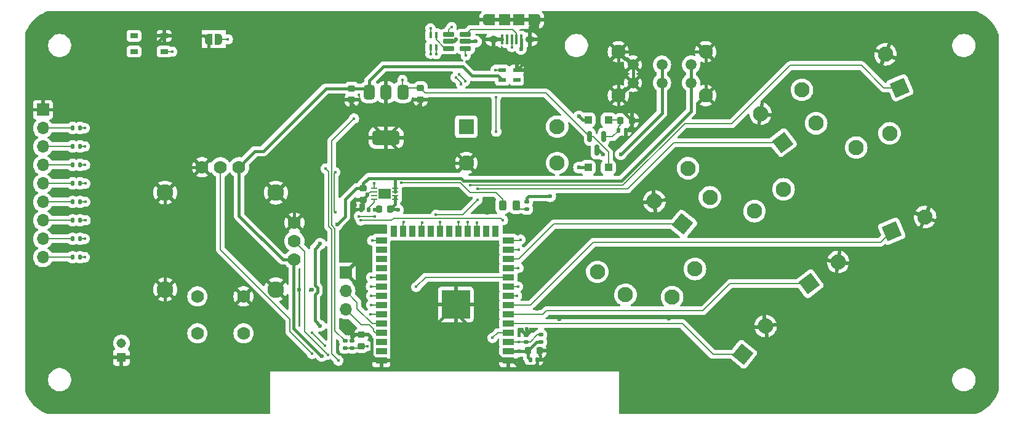
<source format=gbr>
%TF.GenerationSoftware,KiCad,Pcbnew,8.0.4*%
%TF.CreationDate,2025-03-19T10:06:25-07:00*%
%TF.ProjectId,aqp_controller,6171705f-636f-46e7-9472-6f6c6c65722e,rev0*%
%TF.SameCoordinates,Original*%
%TF.FileFunction,Copper,L1,Top*%
%TF.FilePolarity,Positive*%
%FSLAX46Y46*%
G04 Gerber Fmt 4.6, Leading zero omitted, Abs format (unit mm)*
G04 Created by KiCad (PCBNEW 8.0.4) date 2025-03-19 10:06:25*
%MOMM*%
%LPD*%
G01*
G04 APERTURE LIST*
G04 Aperture macros list*
%AMRoundRect*
0 Rectangle with rounded corners*
0 $1 Rounding radius*
0 $2 $3 $4 $5 $6 $7 $8 $9 X,Y pos of 4 corners*
0 Add a 4 corners polygon primitive as box body*
4,1,4,$2,$3,$4,$5,$6,$7,$8,$9,$2,$3,0*
0 Add four circle primitives for the rounded corners*
1,1,$1+$1,$2,$3*
1,1,$1+$1,$4,$5*
1,1,$1+$1,$6,$7*
1,1,$1+$1,$8,$9*
0 Add four rect primitives between the rounded corners*
20,1,$1+$1,$2,$3,$4,$5,0*
20,1,$1+$1,$4,$5,$6,$7,0*
20,1,$1+$1,$6,$7,$8,$9,0*
20,1,$1+$1,$8,$9,$2,$3,0*%
%AMRotRect*
0 Rectangle, with rotation*
0 The origin of the aperture is its center*
0 $1 length*
0 $2 width*
0 $3 Rotation angle, in degrees counterclockwise*
0 Add horizontal line*
21,1,$1,$2,0,0,$3*%
%AMFreePoly0*
4,1,19,0.500000,-0.750000,0.000000,-0.750000,0.000000,-0.744911,-0.071157,-0.744911,-0.207708,-0.704816,-0.327430,-0.627875,-0.420627,-0.520320,-0.479746,-0.390866,-0.500000,-0.250000,-0.500000,0.250000,-0.479746,0.390866,-0.420627,0.520320,-0.327430,0.627875,-0.207708,0.704816,-0.071157,0.744911,0.000000,0.744911,0.000000,0.750000,0.500000,0.750000,0.500000,-0.750000,0.500000,-0.750000,
$1*%
%AMFreePoly1*
4,1,19,0.000000,0.744911,0.071157,0.744911,0.207708,0.704816,0.327430,0.627875,0.420627,0.520320,0.479746,0.390866,0.500000,0.250000,0.500000,-0.250000,0.479746,-0.390866,0.420627,-0.520320,0.327430,-0.627875,0.207708,-0.704816,0.071157,-0.744911,0.000000,-0.744911,0.000000,-0.750000,-0.500000,-0.750000,-0.500000,0.750000,0.000000,0.750000,0.000000,0.744911,0.000000,0.744911,
$1*%
G04 Aperture macros list end*
%TA.AperFunction,SMDPad,CuDef*%
%ADD10RoundRect,0.243750X-0.243750X-0.456250X0.243750X-0.456250X0.243750X0.456250X-0.243750X0.456250X0*%
%TD*%
%TA.AperFunction,SMDPad,CuDef*%
%ADD11RoundRect,0.225000X-0.250000X0.225000X-0.250000X-0.225000X0.250000X-0.225000X0.250000X0.225000X0*%
%TD*%
%TA.AperFunction,ComponentPad*%
%ADD12R,2.100000X2.100000*%
%TD*%
%TA.AperFunction,ComponentPad*%
%ADD13C,2.100000*%
%TD*%
%TA.AperFunction,SMDPad,CuDef*%
%ADD14RoundRect,0.135000X0.135000X0.185000X-0.135000X0.185000X-0.135000X-0.185000X0.135000X-0.185000X0*%
%TD*%
%TA.AperFunction,SMDPad,CuDef*%
%ADD15RoundRect,0.135000X-0.185000X0.135000X-0.185000X-0.135000X0.185000X-0.135000X0.185000X0.135000X0*%
%TD*%
%TA.AperFunction,ComponentPad*%
%ADD16C,1.950000*%
%TD*%
%TA.AperFunction,ComponentPad*%
%ADD17C,1.508000*%
%TD*%
%TA.AperFunction,SMDPad,CuDef*%
%ADD18RoundRect,0.225000X0.225000X0.250000X-0.225000X0.250000X-0.225000X-0.250000X0.225000X-0.250000X0*%
%TD*%
%TA.AperFunction,SMDPad,CuDef*%
%ADD19R,1.050000X0.650000*%
%TD*%
%TA.AperFunction,ComponentPad*%
%ADD20R,1.700000X1.700000*%
%TD*%
%TA.AperFunction,ComponentPad*%
%ADD21O,1.700000X1.700000*%
%TD*%
%TA.AperFunction,ComponentPad*%
%ADD22RotRect,2.100000X2.100000X113.000000*%
%TD*%
%TA.AperFunction,ComponentPad*%
%ADD23C,1.778000*%
%TD*%
%TA.AperFunction,ComponentPad*%
%ADD24C,2.286000*%
%TD*%
%TA.AperFunction,SMDPad,CuDef*%
%ADD25RoundRect,0.135000X0.185000X-0.135000X0.185000X0.135000X-0.185000X0.135000X-0.185000X-0.135000X0*%
%TD*%
%TA.AperFunction,SMDPad,CuDef*%
%ADD26R,1.000000X0.600000*%
%TD*%
%TA.AperFunction,SMDPad,CuDef*%
%ADD27RoundRect,0.225000X-0.225000X-0.250000X0.225000X-0.250000X0.225000X0.250000X-0.225000X0.250000X0*%
%TD*%
%TA.AperFunction,SMDPad,CuDef*%
%ADD28RoundRect,0.062500X0.337500X0.062500X-0.337500X0.062500X-0.337500X-0.062500X0.337500X-0.062500X0*%
%TD*%
%TA.AperFunction,HeatsinkPad*%
%ADD29R,1.700000X1.400000*%
%TD*%
%TA.AperFunction,ComponentPad*%
%ADD30RotRect,2.100000X2.100000X203.000000*%
%TD*%
%TA.AperFunction,SMDPad,CuDef*%
%ADD31RoundRect,0.250000X0.300000X0.300000X-0.300000X0.300000X-0.300000X-0.300000X0.300000X-0.300000X0*%
%TD*%
%TA.AperFunction,ComponentPad*%
%ADD32RotRect,2.100000X2.100000X217.000000*%
%TD*%
%TA.AperFunction,SMDPad,CuDef*%
%ADD33RoundRect,0.225000X0.250000X-0.225000X0.250000X0.225000X-0.250000X0.225000X-0.250000X-0.225000X0*%
%TD*%
%TA.AperFunction,SMDPad,CuDef*%
%ADD34RoundRect,0.140000X-0.170000X0.140000X-0.170000X-0.140000X0.170000X-0.140000X0.170000X0.140000X0*%
%TD*%
%TA.AperFunction,SMDPad,CuDef*%
%ADD35RoundRect,0.150000X-0.650000X-0.150000X0.650000X-0.150000X0.650000X0.150000X-0.650000X0.150000X0*%
%TD*%
%TA.AperFunction,SMDPad,CuDef*%
%ADD36FreePoly0,180.000000*%
%TD*%
%TA.AperFunction,SMDPad,CuDef*%
%ADD37FreePoly1,180.000000*%
%TD*%
%TA.AperFunction,SMDPad,CuDef*%
%ADD38R,0.400000X1.350000*%
%TD*%
%TA.AperFunction,ComponentPad*%
%ADD39O,0.890000X1.550000*%
%TD*%
%TA.AperFunction,SMDPad,CuDef*%
%ADD40R,1.200000X1.550000*%
%TD*%
%TA.AperFunction,ComponentPad*%
%ADD41O,1.250000X0.950000*%
%TD*%
%TA.AperFunction,SMDPad,CuDef*%
%ADD42R,1.500000X1.550000*%
%TD*%
%TA.AperFunction,ComponentPad*%
%ADD43RotRect,2.100000X2.100000X127.000000*%
%TD*%
%TA.AperFunction,SMDPad,CuDef*%
%ADD44RoundRect,0.140000X0.140000X0.170000X-0.140000X0.170000X-0.140000X-0.170000X0.140000X-0.170000X0*%
%TD*%
%TA.AperFunction,SMDPad,CuDef*%
%ADD45RoundRect,0.375000X-0.375000X0.625000X-0.375000X-0.625000X0.375000X-0.625000X0.375000X0.625000X0*%
%TD*%
%TA.AperFunction,SMDPad,CuDef*%
%ADD46RoundRect,0.500000X-1.400000X0.500000X-1.400000X-0.500000X1.400000X-0.500000X1.400000X0.500000X0*%
%TD*%
%TA.AperFunction,SMDPad,CuDef*%
%ADD47R,1.500000X0.900000*%
%TD*%
%TA.AperFunction,SMDPad,CuDef*%
%ADD48R,0.900000X1.500000*%
%TD*%
%TA.AperFunction,HeatsinkPad*%
%ADD49C,0.600000*%
%TD*%
%TA.AperFunction,SMDPad,CuDef*%
%ADD50R,3.900000X3.900000*%
%TD*%
%TA.AperFunction,SMDPad,CuDef*%
%ADD51RoundRect,0.150000X-0.150000X0.587500X-0.150000X-0.587500X0.150000X-0.587500X0.150000X0.587500X0*%
%TD*%
%TA.AperFunction,ComponentPad*%
%ADD52RotRect,2.100000X2.100000X141.000000*%
%TD*%
%TA.AperFunction,ComponentPad*%
%ADD53RotRect,2.100000X2.100000X231.000000*%
%TD*%
%TA.AperFunction,SMDPad,CuDef*%
%ADD54R,0.400000X0.900000*%
%TD*%
%TA.AperFunction,SMDPad,CuDef*%
%ADD55RoundRect,0.135000X-0.135000X-0.185000X0.135000X-0.185000X0.135000X0.185000X-0.135000X0.185000X0*%
%TD*%
%TA.AperFunction,ComponentPad*%
%ADD56R,1.308000X1.308000*%
%TD*%
%TA.AperFunction,ComponentPad*%
%ADD57C,1.308000*%
%TD*%
%TA.AperFunction,ViaPad*%
%ADD58C,0.600000*%
%TD*%
%TA.AperFunction,ViaPad*%
%ADD59C,0.400000*%
%TD*%
%TA.AperFunction,Conductor*%
%ADD60C,0.400000*%
%TD*%
%TA.AperFunction,Conductor*%
%ADD61C,0.200000*%
%TD*%
G04 APERTURE END LIST*
D10*
%TO.P,D4,1,K*%
%TO.N,Net-(D4-K)*%
X143931146Y-98774674D03*
%TO.P,D4,2,A*%
%TO.N,Net-(D4-A)*%
X145806146Y-98774674D03*
%TD*%
D11*
%TO.P,C6,1*%
%TO.N,GND*%
X124533100Y-116564500D03*
%TO.P,C6,2*%
%TO.N,BATDIV*%
X124533100Y-118114500D03*
%TD*%
D12*
%TO.P,SW4,1*%
%TO.N,BUTTONPIN_G*%
X138950000Y-87924100D03*
D13*
%TO.P,SW4,2*%
%TO.N,unconnected-(SW4-Pad2)*%
X151450000Y-87924100D03*
%TO.P,SW4,3*%
%TO.N,GND*%
X138950000Y-92924100D03*
%TO.P,SW4,4*%
%TO.N,unconnected-(SW4-Pad4)*%
X151450000Y-92924100D03*
%TD*%
D14*
%TO.P,R3,1*%
%TO.N,DATAPIN_1*%
X85800000Y-90650714D03*
%TO.P,R3,2*%
%TO.N,D1*%
X84780000Y-90650714D03*
%TD*%
%TO.P,R10,1*%
%TO.N,Net-(U3-PROG)*%
X125550000Y-99375000D03*
%TO.P,R10,2*%
%TO.N,GND*%
X124530000Y-99375000D03*
%TD*%
D15*
%TO.P,R7,1*%
%TO.N,VBUS*%
X147269614Y-98254295D03*
%TO.P,R7,2*%
%TO.N,Net-(D4-A)*%
X147269614Y-99274295D03*
%TD*%
D16*
%TO.P,SW2,S4,SHIELD__3*%
%TO.N,GND*%
X159875000Y-77637500D03*
%TO.P,SW2,S3,SHIELD__2*%
X171875000Y-77637500D03*
%TO.P,SW2,S2,SHIELD__1*%
X159875000Y-83637500D03*
%TO.P,SW2,S1,SHIELD*%
X171875000Y-83637500D03*
D17*
%TO.P,SW2,6*%
X161875000Y-79387500D03*
%TO.P,SW2,5*%
%TO.N,SW_BATT+*%
X165875000Y-79387500D03*
%TO.P,SW2,4*%
%TO.N,BATT+*%
X169875000Y-79387500D03*
%TO.P,SW2,3*%
%TO.N,GND*%
X161875000Y-81887500D03*
%TO.P,SW2,2*%
%TO.N,SW_BATT+*%
X165875000Y-81887500D03*
%TO.P,SW2,1*%
%TO.N,BATT+*%
X169875000Y-81887500D03*
%TD*%
D18*
%TO.P,C3,1*%
%TO.N,GND*%
X161725100Y-87060800D03*
%TO.P,C3,2*%
%TO.N,Net-(D2-K)*%
X160175100Y-87060800D03*
%TD*%
D19*
%TO.P,SW1,1*%
%TO.N,~{RESET}*%
X97375000Y-77575000D03*
%TO.P,SW1,2*%
%TO.N,unconnected-(SW1-Pad2)*%
X93225000Y-77575000D03*
%TO.P,SW1,3*%
%TO.N,GND*%
X97375000Y-75425000D03*
%TO.P,SW1,4*%
%TO.N,unconnected-(SW1-Pad4)*%
X93225000Y-75425000D03*
%TD*%
D14*
%TO.P,R1,1*%
%TO.N,DATAPIN_0*%
X85800000Y-88110000D03*
%TO.P,R1,2*%
%TO.N,D0*%
X84780000Y-88110000D03*
%TD*%
D20*
%TO.P,J3,1,Pin_1*%
%TO.N,GND*%
X122350000Y-108010000D03*
D21*
%TO.P,J3,2,Pin_2*%
%TO.N,U0RXD*%
X122350000Y-110550000D03*
%TO.P,J3,3,Pin_3*%
%TO.N,U0TXD*%
X122350000Y-113090000D03*
%TD*%
D15*
%TO.P,R13,1*%
%TO.N,Net-(D3-K)*%
X122262100Y-117384500D03*
%TO.P,R13,2*%
%TO.N,BATDIV*%
X122262100Y-118404500D03*
%TD*%
D22*
%TO.P,SW6,1*%
%TO.N,BUTTONPIN_3*%
X197470707Y-102303883D03*
D13*
%TO.P,SW6,2*%
%TO.N,unconnected-(SW6-Pad2)*%
X192586568Y-90797572D03*
%TO.P,SW6,3*%
%TO.N,GND*%
X202073232Y-100350228D03*
%TO.P,SW6,4*%
%TO.N,unconnected-(SW6-Pad4)*%
X197189093Y-88843917D03*
%TD*%
D14*
%TO.P,R4,1*%
%TO.N,DATAPIN_2*%
X85800000Y-93191428D03*
%TO.P,R4,2*%
%TO.N,D2*%
X84780000Y-93191428D03*
%TD*%
D18*
%TO.P,C8,1*%
%TO.N,GND*%
X149015700Y-118772000D03*
%TO.P,C8,2*%
%TO.N,VCC_3V3*%
X147465700Y-118772000D03*
%TD*%
D23*
%TO.P,M1,B1A,SEL+*%
%TO.N,BUTTONPIN_T*%
X108305000Y-116367500D03*
%TO.P,M1,B1B*%
%TO.N,N/C*%
X101955000Y-116367500D03*
%TO.P,M1,B2A,SEL-*%
%TO.N,GND*%
X108305000Y-111287500D03*
%TO.P,M1,B2B*%
%TO.N,N/C*%
X101955000Y-111287500D03*
%TO.P,M1,H1,H+*%
%TO.N,VCC_3V3*%
X107670000Y-93507500D03*
%TO.P,M1,H2,H*%
%TO.N,XPIN*%
X105130000Y-93507500D03*
%TO.P,M1,H3,H-*%
%TO.N,GND*%
X102590000Y-93507500D03*
D24*
%TO.P,M1,S1,SHIELD*%
X112750000Y-110335000D03*
%TO.P,M1,S2,SHIELD__1*%
X112750000Y-97000000D03*
%TO.P,M1,S3,SHIELD__2*%
X97510000Y-97000000D03*
%TO.P,M1,S4,SHIELD__3*%
X97510000Y-110335000D03*
D23*
%TO.P,M1,V1,V+*%
%TO.N,VCC_3V3*%
X115290000Y-106207500D03*
%TO.P,M1,V2,V*%
%TO.N,YPIN*%
X115290000Y-103667500D03*
%TO.P,M1,V3,V-*%
%TO.N,GND*%
X115290000Y-101127500D03*
%TD*%
D25*
%TO.P,R14,1*%
%TO.N,VCC_3V3*%
X149228300Y-117586900D03*
%TO.P,R14,2*%
%TO.N,~{RESET}*%
X149228300Y-116566900D03*
%TD*%
D26*
%TO.P,D1,1,DOUT*%
%TO.N,unconnected-(D1-DOUT-Pad1)*%
X145878324Y-81472960D03*
%TO.P,D1,2,VSS*%
%TO.N,GND*%
X145878324Y-80172960D03*
%TO.P,D1,3,DIN*%
%TO.N,RGBPIN*%
X143878324Y-80172960D03*
%TO.P,D1,4,VDD*%
%TO.N,VCC_3V3*%
X143878324Y-81472960D03*
%TD*%
D14*
%TO.P,R9,1*%
%TO.N,DATAPIN_6*%
X85800000Y-103354284D03*
%TO.P,R9,2*%
%TO.N,D6*%
X84780000Y-103354284D03*
%TD*%
D27*
%TO.P,C5,1*%
%TO.N,GND*%
X126950000Y-99300000D03*
%TO.P,C5,2*%
%TO.N,VBUS*%
X128500000Y-99300000D03*
%TD*%
D28*
%TO.P,U3,1,V_{DD}*%
%TO.N,VBUS*%
X129166400Y-97899200D03*
%TO.P,U3,2,V_{DD}*%
X129166400Y-97399200D03*
%TO.P,U3,3,V_{BAT}*%
%TO.N,BATT+*%
X129166400Y-96899200D03*
%TO.P,U3,4,V_{BAT}*%
X129166400Y-96399200D03*
%TO.P,U3,5,STAT*%
%TO.N,Net-(D4-K)*%
X126266400Y-96399200D03*
%TO.P,U3,6,V_{SS}*%
%TO.N,GND*%
X126266400Y-96899200D03*
%TO.P,U3,7,NC*%
%TO.N,unconnected-(U3-NC-Pad7)*%
X126266400Y-97399200D03*
%TO.P,U3,8,PROG*%
%TO.N,Net-(U3-PROG)*%
X126266400Y-97899200D03*
D29*
%TO.P,U3,9*%
%TO.N,N/C*%
X127716400Y-97149200D03*
%TD*%
D14*
%TO.P,R8,1*%
%TO.N,DATAPIN_5*%
X85800000Y-100813570D03*
%TO.P,R8,2*%
%TO.N,D5*%
X84780000Y-100813570D03*
%TD*%
D30*
%TO.P,SW3,1*%
%TO.N,BUTTONPIN_6*%
X198581483Y-82568993D03*
D13*
%TO.P,SW3,2*%
%TO.N,unconnected-(SW3-Pad2)*%
X187075172Y-87453132D03*
%TO.P,SW3,3*%
%TO.N,GND*%
X196627828Y-77966468D03*
%TO.P,SW3,4*%
%TO.N,unconnected-(SW3-Pad4)*%
X185121517Y-82850607D03*
%TD*%
D31*
%TO.P,D3,1,K*%
%TO.N,Net-(D3-K)*%
X158500000Y-93551600D03*
%TO.P,D3,2,A*%
%TO.N,VBUS*%
X155700000Y-93551600D03*
%TD*%
D32*
%TO.P,SW5,1*%
%TO.N,BUTTONPIN_5*%
X182449109Y-90117445D03*
D13*
%TO.P,SW5,2*%
%TO.N,unconnected-(SW5-Pad2)*%
X172466166Y-97640133D03*
%TO.P,SW5,3*%
%TO.N,GND*%
X179440034Y-86124267D03*
%TO.P,SW5,4*%
%TO.N,unconnected-(SW5-Pad4)*%
X169457091Y-93646955D03*
%TD*%
D33*
%TO.P,C2,1*%
%TO.N,GND*%
X132664000Y-84179100D03*
%TO.P,C2,2*%
%TO.N,Net-(D3-K)*%
X132664000Y-82629100D03*
%TD*%
D34*
%TO.P,C7,1*%
%TO.N,GND*%
X147225000Y-116595300D03*
%TO.P,C7,2*%
%TO.N,~{RESET}*%
X147225000Y-117555300D03*
%TD*%
D14*
%TO.P,R5,1*%
%TO.N,DATAPIN_4*%
X85800000Y-98272856D03*
%TO.P,R5,2*%
%TO.N,D4*%
X84780000Y-98272856D03*
%TD*%
D35*
%TO.P,U1,1*%
%TO.N,Net-(J2-D+)*%
X136539100Y-75252600D03*
%TO.P,U1,2,VN*%
%TO.N,GND*%
X136539100Y-76202600D03*
%TO.P,U1,3*%
%TO.N,Net-(L1-Pad3)*%
X136539100Y-77152600D03*
%TO.P,U1,4*%
%TO.N,Net-(L1-Pad2)*%
X138839100Y-77152600D03*
%TO.P,U1,5,VP*%
%TO.N,VBUS*%
X138839100Y-76202600D03*
%TO.P,U1,6*%
%TO.N,Net-(J2-D-)*%
X138839100Y-75252600D03*
%TD*%
D33*
%TO.P,C4,1*%
%TO.N,GND*%
X124750000Y-97975000D03*
%TO.P,C4,2*%
%TO.N,BATT+*%
X124750000Y-96425000D03*
%TD*%
D36*
%TO.P,J1,1,A*%
%TO.N,BOOTLOADER*%
X104825000Y-75875000D03*
D37*
%TO.P,J1,2,B*%
%TO.N,GND*%
X103525000Y-75875000D03*
%TD*%
D38*
%TO.P,J2,1,VBUS*%
%TO.N,VBUS*%
X146500000Y-75916300D03*
%TO.P,J2,2,D-*%
%TO.N,Net-(J2-D-)*%
X145850000Y-75916300D03*
%TO.P,J2,3,D+*%
%TO.N,Net-(J2-D+)*%
X145200000Y-75916300D03*
%TO.P,J2,4,ID*%
%TO.N,unconnected-(J2-ID-Pad4)*%
X144550000Y-75916300D03*
%TO.P,J2,5,GND*%
%TO.N,GND*%
X143900000Y-75916300D03*
D39*
%TO.P,J2,6,Shield*%
X148700000Y-73216300D03*
D40*
X148100000Y-73216300D03*
D41*
X147700000Y-75916300D03*
D42*
X146200000Y-73216300D03*
X144200000Y-73216300D03*
D41*
X142700000Y-75916300D03*
D40*
X142300000Y-73216300D03*
D39*
X141700000Y-73216300D03*
%TD*%
D43*
%TO.P,SW7,1*%
%TO.N,BUTTONPIN_2*%
X186118255Y-109542109D03*
D13*
%TO.P,SW7,2*%
%TO.N,unconnected-(SW7-Pad2)*%
X178595567Y-99559166D03*
%TO.P,SW7,3*%
%TO.N,GND*%
X190111433Y-106533034D03*
%TO.P,SW7,4*%
%TO.N,unconnected-(SW7-Pad4)*%
X182588745Y-96550091D03*
%TD*%
D44*
%TO.P,C9,1*%
%TO.N,GND*%
X148746500Y-120022900D03*
%TO.P,C9,2*%
%TO.N,VCC_3V3*%
X147786500Y-120022900D03*
%TD*%
D45*
%TO.P,U2,1,VI*%
%TO.N,Net-(D3-K)*%
X130214000Y-83171700D03*
%TO.P,U2,2,GND*%
%TO.N,GND*%
X127914000Y-83171700D03*
D46*
X127914000Y-89471700D03*
D45*
%TO.P,U2,3,VO*%
%TO.N,VCC_3V3*%
X125614000Y-83171700D03*
%TD*%
D31*
%TO.P,D2,1,K*%
%TO.N,Net-(D2-K)*%
X158500000Y-87000000D03*
%TO.P,D2,2,A*%
%TO.N,VBUS*%
X155700000Y-87000000D03*
%TD*%
D33*
%TO.P,C1,1*%
%TO.N,GND*%
X123164000Y-84221700D03*
%TO.P,C1,2*%
%TO.N,VCC_3V3*%
X123164000Y-82671700D03*
%TD*%
D47*
%TO.P,U4,1,GND*%
%TO.N,GND*%
X144750000Y-120110000D03*
%TO.P,U4,2,3V3*%
%TO.N,VCC_3V3*%
X144750000Y-118840000D03*
%TO.P,U4,3,EN*%
%TO.N,~{RESET}*%
X144750000Y-117570000D03*
%TO.P,U4,4,IO4*%
%TO.N,BUTTONPIN_T*%
X144750000Y-116300000D03*
%TO.P,U4,5,IO5*%
%TO.N,BUTTONPIN_1*%
X144750000Y-115030000D03*
%TO.P,U4,6,IO6*%
%TO.N,BUTTONPIN_2*%
X144750000Y-113760000D03*
%TO.P,U4,7,IO7*%
%TO.N,BUTTONPIN_3*%
X144750000Y-112490000D03*
%TO.P,U4,8,IO15*%
%TO.N,XPIN*%
X144750000Y-111220000D03*
%TO.P,U4,9,IO16*%
%TO.N,YPIN*%
X144750000Y-109950000D03*
%TO.P,U4,10,IO17*%
%TO.N,DATAPIN_7*%
X144750000Y-108680000D03*
%TO.P,U4,11,IO18*%
%TO.N,DATAPIN_3*%
X144750000Y-107410000D03*
%TO.P,U4,12,IO8*%
%TO.N,BUTTONPIN_4*%
X144750000Y-106140000D03*
%TO.P,U4,13,IO19*%
%TO.N,USB_DN*%
X144750000Y-104870000D03*
%TO.P,U4,14,IO20*%
%TO.N,USB_DP*%
X144750000Y-103600000D03*
D48*
%TO.P,U4,15,IO3*%
%TO.N,unconnected-(U4-IO3-Pad15)*%
X142985000Y-102350000D03*
%TO.P,U4,16,IO46*%
%TO.N,unconnected-(U4-IO46-Pad16)*%
X141715000Y-102350000D03*
%TO.P,U4,17,IO9*%
%TO.N,BUTTONPIN_5*%
X140445000Y-102350000D03*
%TO.P,U4,18,IO10*%
%TO.N,BUTTONPIN_6*%
X139175000Y-102350000D03*
%TO.P,U4,19,IO11*%
%TO.N,BUTTONPIN_G*%
X137905000Y-102350000D03*
%TO.P,U4,20,IO12*%
%TO.N,unconnected-(U4-IO12-Pad20)*%
X136635000Y-102350000D03*
%TO.P,U4,21,IO13*%
%TO.N,BATDIV*%
X135365000Y-102350000D03*
%TO.P,U4,22,IO14*%
%TO.N,unconnected-(U4-IO14-Pad22)*%
X134095000Y-102350000D03*
%TO.P,U4,23,IO21*%
%TO.N,DATAPIN_2*%
X132825000Y-102350000D03*
%TO.P,U4,24,IO47*%
%TO.N,unconnected-(U4-IO47-Pad24)*%
X131555000Y-102350000D03*
%TO.P,U4,25,IO48*%
%TO.N,RGBPIN*%
X130285000Y-102350000D03*
%TO.P,U4,26,IO45*%
%TO.N,unconnected-(U4-IO45-Pad26)*%
X129015000Y-102350000D03*
D47*
%TO.P,U4,27,IO0*%
%TO.N,BOOTLOADER*%
X127250000Y-103600000D03*
%TO.P,U4,28,IO35*%
%TO.N,unconnected-(U4-IO35-Pad28)*%
X127250000Y-104870000D03*
%TO.P,U4,29,IO36*%
%TO.N,unconnected-(U4-IO36-Pad29)*%
X127250000Y-106140000D03*
%TO.P,U4,30,IO37*%
%TO.N,unconnected-(U4-IO37-Pad30)*%
X127250000Y-107410000D03*
%TO.P,U4,31,IO38*%
%TO.N,DATAPIN_1*%
X127250000Y-108680000D03*
%TO.P,U4,32,IO39*%
%TO.N,DATAPIN_0*%
X127250000Y-109950000D03*
%TO.P,U4,33,IO40*%
%TO.N,DATAPIN_4*%
X127250000Y-111220000D03*
%TO.P,U4,34,IO41*%
%TO.N,DATAPIN_5*%
X127250000Y-112490000D03*
%TO.P,U4,35,IO42*%
%TO.N,DATAPIN_6*%
X127250000Y-113760000D03*
%TO.P,U4,36,RXD0*%
%TO.N,U0RXD*%
X127250000Y-115030000D03*
%TO.P,U4,37,TXD0*%
%TO.N,U0TXD*%
X127250000Y-116300000D03*
%TO.P,U4,38,IO2*%
%TO.N,unconnected-(U4-IO2-Pad38)*%
X127250000Y-117570000D03*
%TO.P,U4,39,IO1*%
%TO.N,unconnected-(U4-IO1-Pad39)*%
X127250000Y-118840000D03*
%TO.P,U4,40,GND*%
%TO.N,GND*%
X127250000Y-120110000D03*
D49*
%TO.P,U4,41,GND*%
X138900000Y-113090000D03*
X138900000Y-111690000D03*
X138200000Y-113790000D03*
X138200000Y-112390000D03*
X138200000Y-110990000D03*
X137500000Y-113090000D03*
D50*
X137500000Y-112390000D03*
D49*
X137500000Y-111690000D03*
X136800000Y-113790000D03*
X136800000Y-112390000D03*
X136800000Y-110990000D03*
X136100000Y-113090000D03*
X136100000Y-111690000D03*
%TD*%
D51*
%TO.P,Q1,1,G*%
%TO.N,Net-(D2-K)*%
X157846800Y-89311800D03*
%TO.P,Q1,2,S*%
%TO.N,Net-(D3-K)*%
X155946800Y-89311800D03*
%TO.P,Q1,3,D*%
%TO.N,SW_BATT+*%
X156896800Y-91186800D03*
%TD*%
D25*
%TO.P,R12,1*%
%TO.N,BATDIV*%
X123259700Y-118404500D03*
%TO.P,R12,2*%
%TO.N,GND*%
X123259700Y-117384500D03*
%TD*%
D52*
%TO.P,SW9,1*%
%TO.N,BUTTONPIN_1*%
X176978561Y-119256517D03*
D13*
%TO.P,SW9,2*%
%TO.N,unconnected-(SW9-Pad2)*%
X167264237Y-111390012D03*
%TO.P,SW9,3*%
%TO.N,GND*%
X180125163Y-115370788D03*
%TO.P,SW9,4*%
%TO.N,unconnected-(SW9-Pad4)*%
X170410839Y-107504283D03*
%TD*%
D14*
%TO.P,R11,1*%
%TO.N,DATAPIN_7*%
X85800000Y-105895000D03*
%TO.P,R11,2*%
%TO.N,D7*%
X84780000Y-105895000D03*
%TD*%
D53*
%TO.P,SW8,1*%
%TO.N,BUTTONPIN_4*%
X168721417Y-101344239D03*
D13*
%TO.P,SW8,2*%
%TO.N,unconnected-(SW8-Pad2)*%
X160854912Y-111058563D03*
%TO.P,SW8,3*%
%TO.N,GND*%
X164835688Y-98197637D03*
%TO.P,SW8,4*%
%TO.N,unconnected-(SW8-Pad4)*%
X156969183Y-107911961D03*
%TD*%
D14*
%TO.P,R6,1*%
%TO.N,DATAPIN_3*%
X85800000Y-95732142D03*
%TO.P,R6,2*%
%TO.N,D3*%
X84780000Y-95732142D03*
%TD*%
D54*
%TO.P,L1,1*%
%TO.N,USB_DN*%
X134025000Y-77025000D03*
%TO.P,L1,2*%
%TO.N,Net-(L1-Pad2)*%
X134025000Y-75325000D03*
%TO.P,L1,3*%
%TO.N,Net-(L1-Pad3)*%
X134825000Y-75325000D03*
%TO.P,L1,4*%
%TO.N,USB_DP*%
X134825000Y-77025000D03*
%TD*%
D55*
%TO.P,R2,1*%
%TO.N,Net-(D2-K)*%
X159894100Y-88407500D03*
%TO.P,R2,2*%
%TO.N,GND*%
X160914100Y-88407500D03*
%TD*%
D56*
%TO.P,J5,1,1*%
%TO.N,GND*%
X91500001Y-119708900D03*
D57*
%TO.P,J5,2,2*%
%TO.N,BATT+*%
X91500001Y-117708900D03*
%TD*%
D20*
%TO.P,J4,1,Pin_1*%
%TO.N,GND*%
X80700000Y-85600000D03*
D21*
%TO.P,J4,2,Pin_2*%
%TO.N,D0*%
X80700000Y-88140000D03*
%TO.P,J4,3,Pin_3*%
%TO.N,D1*%
X80700000Y-90680000D03*
%TO.P,J4,4,Pin_4*%
%TO.N,D2*%
X80700000Y-93220000D03*
%TO.P,J4,5,Pin_5*%
%TO.N,D3*%
X80700000Y-95760000D03*
%TO.P,J4,6,Pin_6*%
%TO.N,D4*%
X80700000Y-98300000D03*
%TO.P,J4,7,Pin_7*%
%TO.N,D5*%
X80700000Y-100840000D03*
%TO.P,J4,8,Pin_8*%
%TO.N,D6*%
X80700000Y-103380000D03*
%TO.P,J4,9,Pin_9*%
%TO.N,D7*%
X80700000Y-105920000D03*
%TD*%
D58*
%TO.N,GND*%
X119603427Y-116891843D03*
X141861369Y-99804188D03*
X134000000Y-96500000D03*
%TO.N,VBUS*%
X150500000Y-97500000D03*
%TO.N,VCC_3V3*%
X119050000Y-119500000D03*
X146225000Y-118840000D03*
%TO.N,GND*%
X122550000Y-115675000D03*
X123050000Y-104850000D03*
X126319999Y-99321174D03*
X163350000Y-102725000D03*
X144225000Y-92250000D03*
X117750000Y-110400000D03*
X152775000Y-103450000D03*
X146075000Y-120850000D03*
X125369488Y-97275067D03*
X151500000Y-99000000D03*
X132400000Y-105175000D03*
X129825000Y-112550000D03*
X119350000Y-109250000D03*
X151725000Y-114400000D03*
X129400000Y-116025000D03*
X166825000Y-114350000D03*
X129825000Y-106900000D03*
X148750000Y-112975000D03*
X124375000Y-110925000D03*
X119350000Y-105900000D03*
X147650000Y-108450000D03*
X137547861Y-75944631D03*
X112825000Y-115550000D03*
X119475000Y-112850000D03*
X147250000Y-115775000D03*
X115975000Y-110400000D03*
X127975000Y-91200000D03*
%TO.N,VBUS*%
X146500000Y-77225000D03*
X154450000Y-93550000D03*
X129550000Y-99400000D03*
X140275000Y-76200000D03*
X154450000Y-86500000D03*
D59*
%TO.N,USB_DP*%
X137916789Y-80709681D03*
X146425000Y-103475000D03*
X138775000Y-81650000D03*
X134825000Y-77950000D03*
%TO.N,USB_DN*%
X138250000Y-82100000D03*
X146150000Y-104900000D03*
X134025000Y-77900000D03*
X137492524Y-81133947D03*
%TO.N,~{RESET}*%
X98500000Y-77600000D03*
X121350000Y-120125000D03*
X119578554Y-93696446D03*
X146150000Y-117600000D03*
%TO.N,BOOTLOADER*%
X126000000Y-103600000D03*
X120900000Y-94175000D03*
X120900000Y-99725000D03*
X106150000Y-75900000D03*
%TO.N,BUTTONPIN_T*%
X119516054Y-118108946D03*
X142550000Y-117000000D03*
X117716054Y-116308946D03*
%TO.N,YPIN*%
X119900000Y-119300000D03*
X146050000Y-109950000D03*
%TO.N,XPIN*%
X145925000Y-111200000D03*
X117750000Y-119200000D03*
%TO.N,RGBPIN*%
X130300000Y-101075000D03*
X140500000Y-98000000D03*
X134775000Y-100050000D03*
X143075000Y-88625000D03*
X143050000Y-83844747D03*
X142975000Y-80100000D03*
%TO.N,BUTTONPIN_G*%
X137900000Y-101050000D03*
%TO.N,DATAPIN_7*%
X132050000Y-109975000D03*
X86475000Y-105900000D03*
%TO.N,BUTTONPIN_5*%
X140500000Y-96500000D03*
X140450000Y-101100000D03*
%TO.N,DATAPIN_6*%
X86475000Y-103375000D03*
X125775000Y-113725000D03*
%TO.N,BUTTONPIN_6*%
X139500000Y-96000000D03*
X139175000Y-101075000D03*
%TO.N,DATAPIN_5*%
X125850000Y-112475000D03*
X86575000Y-100800000D03*
%TO.N,DATAPIN_4*%
X86525000Y-98275000D03*
X125850000Y-111200000D03*
%TO.N,DATAPIN_0*%
X86475000Y-88125000D03*
X125825000Y-109925000D03*
%TO.N,DATAPIN_1*%
X86475000Y-90650000D03*
X125850000Y-108675000D03*
%TO.N,DATAPIN_2*%
X124151103Y-100248897D03*
X132850000Y-101150000D03*
X126350000Y-100248897D03*
X86500000Y-93200000D03*
%TO.N,DATAPIN_3*%
X124425000Y-100825000D03*
X86550000Y-95750000D03*
X146125000Y-107375000D03*
X144000000Y-100800000D03*
D58*
%TO.N,BATT+*%
X121175000Y-101400000D03*
X118850000Y-104025000D03*
X118850000Y-115350000D03*
D59*
%TO.N,BATDIV*%
X135350000Y-101050000D03*
X125375000Y-118125000D03*
%TO.N,Net-(D3-K)*%
X130175000Y-81500000D03*
X123500000Y-86800000D03*
%TO.N,Net-(J2-D+)*%
X136925000Y-74200000D03*
X145200000Y-76975000D03*
D58*
%TO.N,SW_BATT+*%
X160200000Y-91725000D03*
X157750000Y-91750000D03*
D59*
%TO.N,Net-(L1-Pad2)*%
X138875000Y-78125000D03*
X134025000Y-74400000D03*
%TO.N,Net-(D4-K)*%
X130000000Y-95600000D03*
X126250000Y-95700000D03*
%TD*%
D60*
%TO.N,GND*%
X159875000Y-85210700D02*
X161725100Y-87060800D01*
X159875000Y-83637500D02*
X159875000Y-85210700D01*
X160125000Y-83637500D02*
X159875000Y-83637500D01*
X159875000Y-83637500D02*
X159875000Y-82637500D01*
X161875000Y-81887500D02*
X160125000Y-83637500D01*
X161875000Y-79637500D02*
X161875000Y-81887500D01*
X159875000Y-77637500D02*
X161875000Y-79637500D01*
%TO.N,SW_BATT+*%
X165875000Y-86050000D02*
X165875000Y-79387500D01*
X160200000Y-91725000D02*
X165875000Y-86050000D01*
%TO.N,BATT+*%
X138207107Y-95000000D02*
X129166400Y-95000000D01*
X160325499Y-95374501D02*
X138581608Y-95374501D01*
X169875000Y-85825000D02*
X160325499Y-95374501D01*
X169875000Y-79387500D02*
X169875000Y-85825000D01*
X138581608Y-95374501D02*
X138207107Y-95000000D01*
%TO.N,GND*%
X171875000Y-77637500D02*
X171875000Y-83637500D01*
X159875000Y-77637500D02*
X171875000Y-77637500D01*
X159875000Y-82637500D02*
X159875000Y-77637500D01*
D61*
%TO.N,BUTTONPIN_6*%
X175500000Y-87500000D02*
X183500000Y-79500000D01*
X183500000Y-79500000D02*
X193325000Y-79500000D01*
X169000000Y-87500000D02*
X175500000Y-87500000D01*
X160500000Y-96000000D02*
X169000000Y-87500000D01*
X139500000Y-96000000D02*
X160500000Y-96000000D01*
D60*
%TO.N,VCC_3V3*%
X127575000Y-79650000D02*
X125614000Y-81611000D01*
X138450000Y-79650000D02*
X127575000Y-79650000D01*
X125614000Y-81611000D02*
X125614000Y-83171700D01*
X143330364Y-80925000D02*
X139725000Y-80925000D01*
X139725000Y-80925000D02*
X138450000Y-79650000D01*
X143878324Y-81472960D02*
X143330364Y-80925000D01*
D61*
%TO.N,RGBPIN*%
X143805364Y-80100000D02*
X143878324Y-80172960D01*
X142975000Y-80100000D02*
X143805364Y-80100000D01*
D60*
%TO.N,GND*%
X147700000Y-75916300D02*
X147700000Y-78351284D01*
X147700000Y-78351284D02*
X145878324Y-80172960D01*
D61*
%TO.N,Net-(D3-K)*%
X133332107Y-83297207D02*
X149932207Y-83297207D01*
X132664000Y-82629100D02*
X133332107Y-83297207D01*
X149932207Y-83297207D02*
X155946800Y-89311800D01*
%TO.N,RGBPIN*%
X143050000Y-83844747D02*
X143050000Y-88600000D01*
X143050000Y-88600000D02*
X143075000Y-88625000D01*
%TO.N,BUTTONPIN_6*%
X193325000Y-79500000D02*
X196393993Y-82568993D01*
X196393993Y-82568993D02*
X198581483Y-82568993D01*
D60*
%TO.N,BATT+*%
X125500000Y-95000000D02*
X129166400Y-95000000D01*
X124750000Y-95750000D02*
X125500000Y-95000000D01*
X124750000Y-96425000D02*
X124750000Y-95750000D01*
X129166400Y-95000000D02*
X129166400Y-96399200D01*
D61*
%TO.N,Net-(D4-K)*%
X143931146Y-97931146D02*
X143931146Y-98774674D01*
X139500000Y-97000000D02*
X143000000Y-97000000D01*
X138100000Y-95600000D02*
X139500000Y-97000000D01*
X130000000Y-95600000D02*
X138100000Y-95600000D01*
X143000000Y-97000000D02*
X143931146Y-97931146D01*
D60*
%TO.N,GND*%
X131366400Y-92924100D02*
X138950000Y-92924100D01*
X127914000Y-89471700D02*
X131366400Y-92924100D01*
%TO.N,VBUS*%
X147269614Y-97730386D02*
X147269614Y-98254295D01*
X150500000Y-97500000D02*
X147500000Y-97500000D01*
X147500000Y-97500000D02*
X147269614Y-97730386D01*
X154450000Y-93550000D02*
X154451600Y-93551600D01*
X154451600Y-93551600D02*
X155700000Y-93551600D01*
D61*
%TO.N,Net-(D4-A)*%
X147269614Y-99274295D02*
X146305767Y-99274295D01*
X146305767Y-99274295D02*
X145806146Y-98774674D01*
%TO.N,RGBPIN*%
X138450000Y-100050000D02*
X134775000Y-100050000D01*
X140500000Y-98000000D02*
X138450000Y-100050000D01*
%TO.N,BUTTONPIN_5*%
X161115686Y-96500000D02*
X167498241Y-90117445D01*
X167498241Y-90117445D02*
X182449109Y-90117445D01*
X140500000Y-96500000D02*
X161115686Y-96500000D01*
D60*
%TO.N,VCC_3V3*%
X147465700Y-118772000D02*
X147465700Y-119702100D01*
X111000000Y-91300000D02*
X109877500Y-91300000D01*
X144750000Y-118840000D02*
X146225000Y-118840000D01*
X123164000Y-82671700D02*
X119628300Y-82671700D01*
X107670000Y-100170000D02*
X113707500Y-106207500D01*
X147465700Y-119702100D02*
X147786500Y-120022900D01*
X119000000Y-119500000D02*
X115175000Y-115675000D01*
X113707500Y-106207500D02*
X115290000Y-106207500D01*
X119628300Y-82671700D02*
X111000000Y-91300000D01*
X147397700Y-118840000D02*
X147465700Y-118772000D01*
X125614000Y-83114000D02*
X125171700Y-82671700D01*
X109877500Y-91300000D02*
X107670000Y-93507500D01*
X115175000Y-106322500D02*
X115290000Y-106207500D01*
X146225000Y-118840000D02*
X147397700Y-118840000D01*
X125614000Y-83171700D02*
X125614000Y-83114000D01*
X125171700Y-82671700D02*
X123164000Y-82671700D01*
X107670000Y-93507500D02*
X107670000Y-100170000D01*
X115175000Y-115675000D02*
X115175000Y-106322500D01*
X119050000Y-119500000D02*
X119000000Y-119500000D01*
X148650800Y-117586900D02*
X147465700Y-118772000D01*
X149228300Y-117586900D02*
X148650800Y-117586900D01*
%TO.N,GND*%
X147700000Y-74216300D02*
X148700000Y-73216300D01*
X124750000Y-97975000D02*
X124750000Y-99155000D01*
X147250000Y-116570300D02*
X147225000Y-116595300D01*
X89550000Y-85600000D02*
X80700000Y-85600000D01*
X103525000Y-75875000D02*
X103350000Y-75875000D01*
X146200000Y-73216300D02*
X148700000Y-73216300D01*
X102590000Y-93507500D02*
X102590000Y-93485000D01*
X147250000Y-115775000D02*
X147250000Y-116570300D01*
X123164000Y-84721700D02*
X123164000Y-84221700D01*
X126950000Y-99300000D02*
X126341173Y-99300000D01*
X148400000Y-120850000D02*
X146075000Y-120850000D01*
X144750000Y-120110000D02*
X145335000Y-120110000D01*
X124750000Y-99155000D02*
X124530000Y-99375000D01*
X97510000Y-115340000D02*
X93300000Y-119550000D01*
X144020000Y-120110000D02*
X137500000Y-113590000D01*
X95350000Y-77450000D02*
X95350000Y-79800000D01*
X102900000Y-75425000D02*
X97375000Y-75425000D01*
X127914000Y-89471700D02*
X127914000Y-83171700D01*
X137500000Y-113590000D02*
X137500000Y-112390000D01*
X144200000Y-73216300D02*
X146200000Y-73216300D01*
X148746500Y-120503500D02*
X148400000Y-120850000D01*
X148802100Y-120022900D02*
X149100000Y-119725000D01*
X161725100Y-87774900D02*
X161725100Y-87060800D01*
X93025000Y-119550000D02*
X92866100Y-119708900D01*
X160914100Y-88407500D02*
X161092500Y-88407500D01*
X123259700Y-116940300D02*
X123635500Y-116564500D01*
X126341173Y-99300000D02*
X126319999Y-99321174D01*
X97510000Y-110335000D02*
X97510000Y-97000000D01*
X129780000Y-120110000D02*
X137500000Y-112390000D01*
X115290000Y-99540000D02*
X115290000Y-101127500D01*
X97510000Y-110335000D02*
X97510000Y-115340000D01*
X101002500Y-93507500D02*
X102590000Y-93507500D01*
X123635500Y-116564500D02*
X124533100Y-116564500D01*
X127914000Y-89471700D02*
X123164000Y-84721700D01*
X125369488Y-97275067D02*
X125369488Y-97355512D01*
X132664000Y-84721700D02*
X132664000Y-84179100D01*
X127914000Y-89471700D02*
X127914000Y-91139000D01*
X95350000Y-79800000D02*
X89550000Y-85600000D01*
X149100000Y-119450000D02*
X149015700Y-119365700D01*
X137289892Y-76202600D02*
X137547861Y-75944631D01*
X97375000Y-75425000D02*
X95350000Y-77450000D01*
X149015700Y-119365700D02*
X149015700Y-118772000D01*
X127914000Y-91139000D02*
X127975000Y-91200000D01*
X145335000Y-120110000D02*
X146075000Y-120850000D01*
D61*
X125369488Y-97275067D02*
X125745355Y-96899200D01*
D60*
X125414500Y-116564500D02*
X125975000Y-117125000D01*
X102590000Y-93485000D02*
X103525000Y-92550000D01*
X92866100Y-119708900D02*
X91500001Y-119708900D01*
X161092500Y-88407500D02*
X161725100Y-87774900D01*
X103525000Y-92550000D02*
X103525000Y-75875000D01*
X125369488Y-97355512D02*
X124750000Y-97975000D01*
X112750000Y-97000000D02*
X115290000Y-99540000D01*
X123259700Y-117384500D02*
X123259700Y-116940300D01*
X142700000Y-75916300D02*
X143900000Y-75916300D01*
X103350000Y-75875000D02*
X102900000Y-75425000D01*
X144750000Y-120110000D02*
X144020000Y-120110000D01*
X148746500Y-120022900D02*
X148802100Y-120022900D01*
X147700000Y-75916300D02*
X147700000Y-74216300D01*
X127250000Y-120110000D02*
X129780000Y-120110000D01*
X141700000Y-73216300D02*
X144200000Y-73216300D01*
X136539100Y-76202600D02*
X137289892Y-76202600D01*
D61*
X125745355Y-96899200D02*
X126266400Y-96899200D01*
D60*
X97510000Y-97000000D02*
X101002500Y-93507500D01*
X148746500Y-120022900D02*
X148746500Y-120503500D01*
X149100000Y-119725000D02*
X149100000Y-119450000D01*
X127914000Y-89471700D02*
X132664000Y-84721700D01*
X125975000Y-119450000D02*
X126635000Y-120110000D01*
X125975000Y-117125000D02*
X125975000Y-119450000D01*
X93300000Y-119550000D02*
X93025000Y-119550000D01*
X124533100Y-116564500D02*
X125414500Y-116564500D01*
X126635000Y-120110000D02*
X127250000Y-120110000D01*
D61*
%TO.N,U0RXD*%
X122350000Y-110550000D02*
X123925000Y-112125000D01*
X123925000Y-112125000D02*
X123925000Y-112950000D01*
X126005000Y-115030000D02*
X127250000Y-115030000D01*
X123925000Y-112950000D02*
X126005000Y-115030000D01*
%TO.N,U0TXD*%
X126189315Y-116039315D02*
X126189315Y-115780000D01*
X125609315Y-115200000D02*
X124460000Y-115200000D01*
X126189315Y-115780000D02*
X125609315Y-115200000D01*
X126450000Y-116300000D02*
X126189315Y-116039315D01*
X127250000Y-116300000D02*
X126450000Y-116300000D01*
X124460000Y-115200000D02*
X122350000Y-113090000D01*
D60*
%TO.N,VBUS*%
X154950000Y-87000000D02*
X154450000Y-86500000D01*
X129450000Y-99300000D02*
X129550000Y-99400000D01*
X155700000Y-87000000D02*
X154950000Y-87000000D01*
X129166400Y-97899200D02*
X129166400Y-98633600D01*
X129166400Y-98633600D02*
X128500000Y-99300000D01*
X128500000Y-99300000D02*
X129450000Y-99300000D01*
X138839100Y-76202600D02*
X140272400Y-76202600D01*
X129166400Y-97899200D02*
X129166400Y-97474200D01*
X140272400Y-76202600D02*
X140275000Y-76200000D01*
X146500000Y-77225000D02*
X146500000Y-75916300D01*
D61*
%TO.N,USB_DP*%
X137916789Y-80709681D02*
X138775000Y-81567892D01*
X146425000Y-103475000D02*
X146300000Y-103600000D01*
X138775000Y-81567892D02*
X138775000Y-81650000D01*
X146300000Y-103600000D02*
X144750000Y-103600000D01*
X134825000Y-77950000D02*
X134825000Y-77025000D01*
%TO.N,USB_DN*%
X138275000Y-81916423D02*
X138275000Y-82075000D01*
X146120000Y-104870000D02*
X146150000Y-104900000D01*
X134025000Y-77900000D02*
X134025000Y-77025000D01*
X137492524Y-81133947D02*
X138275000Y-81916423D01*
X138275000Y-82075000D02*
X138250000Y-82100000D01*
X144750000Y-104870000D02*
X146120000Y-104870000D01*
%TO.N,~{RESET}*%
X120000000Y-101639215D02*
X120000000Y-94117892D01*
X144780000Y-117600000D02*
X144750000Y-117570000D01*
X97375000Y-77575000D02*
X98475000Y-77575000D01*
X146150000Y-117600000D02*
X147180300Y-117600000D01*
X98475000Y-77575000D02*
X98500000Y-77600000D01*
X120000000Y-94117892D02*
X119578554Y-93696446D01*
X149228300Y-116566900D02*
X148733100Y-116566900D01*
X147180300Y-117600000D02*
X147225000Y-117555300D01*
X121325000Y-120125000D02*
X120400000Y-119200000D01*
X147744700Y-117555300D02*
X147225000Y-117555300D01*
X120400000Y-102039215D02*
X120000000Y-101639215D01*
X146150000Y-117600000D02*
X144780000Y-117600000D01*
X121350000Y-120125000D02*
X121325000Y-120125000D01*
X148733100Y-116566900D02*
X147744700Y-117555300D01*
X120400000Y-119200000D02*
X120400000Y-102039215D01*
%TO.N,BOOTLOADER*%
X104825000Y-75875000D02*
X106125000Y-75875000D01*
X126000000Y-103600000D02*
X127250000Y-103600000D01*
X120900000Y-94175000D02*
X120800000Y-94275000D01*
X106125000Y-75875000D02*
X106150000Y-75900000D01*
X120800000Y-99625000D02*
X120900000Y-99725000D01*
X120800000Y-94275000D02*
X120800000Y-99625000D01*
%TO.N,BUTTONPIN_T*%
X144800000Y-116250000D02*
X144750000Y-116300000D01*
X143250000Y-116300000D02*
X144750000Y-116300000D01*
X117716054Y-116308946D02*
X119516054Y-118108946D01*
X143250000Y-116300000D02*
X142550000Y-117000000D01*
%TO.N,YPIN*%
X119900000Y-119300000D02*
X116725000Y-116125000D01*
X116725000Y-116125000D02*
X116725000Y-105102500D01*
X144750000Y-109950000D02*
X146050000Y-109950000D01*
X116725000Y-105102500D02*
X115290000Y-103667500D01*
%TO.N,XPIN*%
X114675000Y-116125000D02*
X114675000Y-114400000D01*
X145905000Y-111220000D02*
X145925000Y-111200000D01*
X114675000Y-114400000D02*
X105130000Y-104855000D01*
X144750000Y-111220000D02*
X145905000Y-111220000D01*
X117750000Y-119200000D02*
X114675000Y-116125000D01*
X105130000Y-104855000D02*
X105130000Y-93507500D01*
%TO.N,RGBPIN*%
X130285000Y-102350000D02*
X130285000Y-101090000D01*
X130285000Y-101090000D02*
X130300000Y-101075000D01*
%TO.N,BUTTONPIN_G*%
X137905000Y-102350000D02*
X137905000Y-101055000D01*
X137905000Y-101055000D02*
X137900000Y-101050000D01*
%TO.N,DATAPIN_7*%
X86475000Y-105900000D02*
X85805000Y-105900000D01*
X85805000Y-105900000D02*
X85800000Y-105895000D01*
X133345000Y-108680000D02*
X144750000Y-108680000D01*
X132050000Y-109975000D02*
X133345000Y-108680000D01*
%TO.N,BUTTONPIN_4*%
X146160000Y-106140000D02*
X144750000Y-106140000D01*
X168721417Y-101344239D02*
X150955761Y-101344239D01*
X150955761Y-101344239D02*
X146160000Y-106140000D01*
%TO.N,D5*%
X84780000Y-100813570D02*
X80726430Y-100813570D01*
X80726430Y-100813570D02*
X80700000Y-100840000D01*
%TO.N,BUTTONPIN_5*%
X140450000Y-101100000D02*
X140450000Y-102345000D01*
X140450000Y-102345000D02*
X140445000Y-102350000D01*
%TO.N,D4*%
X84780000Y-98272856D02*
X80727144Y-98272856D01*
X80727144Y-98272856D02*
X80700000Y-98300000D01*
%TO.N,DATAPIN_6*%
X125810000Y-113760000D02*
X125775000Y-113725000D01*
X127250000Y-113760000D02*
X125810000Y-113760000D01*
X86475000Y-103375000D02*
X85820716Y-103375000D01*
X85820716Y-103375000D02*
X85800000Y-103354284D01*
%TO.N,BUTTONPIN_6*%
X139175000Y-102350000D02*
X139175000Y-101075000D01*
%TO.N,DATAPIN_5*%
X85813570Y-100800000D02*
X85800000Y-100813570D01*
X125865000Y-112490000D02*
X125850000Y-112475000D01*
X127250000Y-112490000D02*
X125865000Y-112490000D01*
X86575000Y-100800000D02*
X85813570Y-100800000D01*
%TO.N,DATAPIN_4*%
X127250000Y-111220000D02*
X125870000Y-111220000D01*
X86525000Y-98275000D02*
X85802144Y-98275000D01*
X125870000Y-111220000D02*
X125850000Y-111200000D01*
X85802144Y-98275000D02*
X85800000Y-98272856D01*
%TO.N,D3*%
X84780000Y-95732142D02*
X80727858Y-95732142D01*
X80727858Y-95732142D02*
X80700000Y-95760000D01*
%TO.N,DATAPIN_0*%
X85815000Y-88125000D02*
X85800000Y-88110000D01*
X125850000Y-109950000D02*
X125825000Y-109925000D01*
X86475000Y-88125000D02*
X85815000Y-88125000D01*
X127250000Y-109950000D02*
X125850000Y-109950000D01*
%TO.N,DATAPIN_1*%
X85800714Y-90650000D02*
X85800000Y-90650714D01*
X127250000Y-108680000D02*
X125855000Y-108680000D01*
X86475000Y-90650000D02*
X85800714Y-90650000D01*
X125855000Y-108680000D02*
X125850000Y-108675000D01*
%TO.N,D6*%
X84780000Y-103354284D02*
X80725716Y-103354284D01*
X80725716Y-103354284D02*
X80700000Y-103380000D01*
%TO.N,DATAPIN_2*%
X126350000Y-100248897D02*
X124151103Y-100248897D01*
X85800000Y-93191428D02*
X86491428Y-93191428D01*
X86491428Y-93191428D02*
X86500000Y-93200000D01*
X132825000Y-102350000D02*
X132825000Y-101175000D01*
X132825000Y-101175000D02*
X132850000Y-101150000D01*
%TO.N,DATAPIN_3*%
X143750000Y-100550000D02*
X128942893Y-100550000D01*
X144750000Y-107410000D02*
X146090000Y-107410000D01*
X86550000Y-95750000D02*
X85817858Y-95750000D01*
X128942893Y-100550000D02*
X128667893Y-100825000D01*
X146090000Y-107410000D02*
X146125000Y-107375000D01*
X144000000Y-100800000D02*
X143750000Y-100550000D01*
X85817858Y-95750000D02*
X85800000Y-95732142D01*
X128667893Y-100825000D02*
X124425000Y-100825000D01*
%TO.N,D1*%
X84780000Y-90650714D02*
X80729286Y-90650714D01*
X80729286Y-90650714D02*
X80700000Y-90680000D01*
%TO.N,unconnected-(U4-IO46-Pad16)*%
X141725000Y-102340000D02*
X141715000Y-102350000D01*
D60*
%TO.N,BATT+*%
X118125000Y-104750000D02*
X118850000Y-104025000D01*
X118450000Y-110689950D02*
X118450000Y-110110050D01*
X118125000Y-111014950D02*
X118450000Y-110689950D01*
X118450000Y-110110050D02*
X118125000Y-109785050D01*
X129166400Y-96399200D02*
X129166400Y-96874200D01*
X122300000Y-97925000D02*
X122300000Y-100275000D01*
X124750000Y-96425000D02*
X123800000Y-96425000D01*
X118850000Y-115350000D02*
X118125000Y-114625000D01*
X118125000Y-114625000D02*
X118125000Y-111014950D01*
X118125000Y-109785050D02*
X118125000Y-104750000D01*
X122300000Y-100275000D02*
X121175000Y-101400000D01*
X123800000Y-96425000D02*
X122300000Y-97925000D01*
D61*
%TO.N,BATDIV*%
X124533100Y-118114500D02*
X125364500Y-118114500D01*
X135350000Y-101050000D02*
X135350000Y-102335000D01*
X124170500Y-118404500D02*
X123259700Y-118404500D01*
X124225000Y-118350000D02*
X124170500Y-118404500D01*
X124533100Y-118114500D02*
X124297600Y-118350000D01*
X124297600Y-118350000D02*
X124225000Y-118350000D01*
X123259700Y-118404500D02*
X122262100Y-118404500D01*
X135350000Y-102335000D02*
X135365000Y-102350000D01*
X125364500Y-118114500D02*
X125375000Y-118125000D01*
%TO.N,BUTTONPIN_1*%
X172881517Y-119256517D02*
X168655000Y-115030000D01*
X176978561Y-119256517D02*
X172881517Y-119256517D01*
X168655000Y-115030000D02*
X144750000Y-115030000D01*
%TO.N,Net-(U3-PROG)*%
X126266400Y-98358600D02*
X125550000Y-99075000D01*
X126266400Y-97899200D02*
X126266400Y-98358600D01*
X125550000Y-99075000D02*
X125550000Y-99375000D01*
%TO.N,BUTTONPIN_2*%
X150000000Y-113250000D02*
X149475000Y-113775000D01*
X171525000Y-113250000D02*
X150000000Y-113250000D01*
X186118255Y-109542109D02*
X175232891Y-109542109D01*
X144765000Y-113775000D02*
X144750000Y-113760000D01*
X175232891Y-109542109D02*
X171525000Y-113250000D01*
X149475000Y-113775000D02*
X144765000Y-113775000D01*
%TO.N,BUTTONPIN_3*%
X147760000Y-112490000D02*
X144750000Y-112490000D01*
X197470707Y-102303883D02*
X195949590Y-103825000D01*
X156425000Y-103825000D02*
X147760000Y-112490000D01*
X195949590Y-103825000D02*
X156425000Y-103825000D01*
%TO.N,Net-(D3-K)*%
X130756600Y-82629100D02*
X130214000Y-83171700D01*
X155946800Y-89311800D02*
X156399852Y-89311800D01*
X123500000Y-86800000D02*
X120400000Y-89900000D01*
X132664000Y-82629100D02*
X130756600Y-82629100D01*
X120875000Y-115997400D02*
X122262100Y-117384500D01*
X156399852Y-89311800D02*
X158500000Y-91411948D01*
X120875000Y-101948529D02*
X120875000Y-115997400D01*
X158500000Y-91411948D02*
X158500000Y-93551600D01*
X130175000Y-83132700D02*
X130214000Y-83171700D01*
X120400000Y-89900000D02*
X120400000Y-101473529D01*
X130175000Y-81500000D02*
X130175000Y-83132700D01*
X120400000Y-101473529D02*
X120875000Y-101948529D01*
%TO.N,Net-(D2-K)*%
X158500000Y-87000000D02*
X160114300Y-87000000D01*
X160175100Y-87649900D02*
X160175100Y-87060800D01*
X159063200Y-89311800D02*
X159894100Y-88480900D01*
X159894100Y-88480900D02*
X159894100Y-88407500D01*
X157846800Y-89311800D02*
X159063200Y-89311800D01*
X159894100Y-87930900D02*
X160175100Y-87649900D01*
X160114300Y-87000000D02*
X160175100Y-87060800D01*
X159894100Y-88407500D02*
X159894100Y-87930900D01*
%TO.N,D7*%
X80725000Y-105895000D02*
X80700000Y-105920000D01*
X84780000Y-105895000D02*
X80725000Y-105895000D01*
%TO.N,D0*%
X84780000Y-88110000D02*
X80730000Y-88110000D01*
X80730000Y-88110000D02*
X80700000Y-88140000D01*
%TO.N,D2*%
X84780000Y-93191428D02*
X80728572Y-93191428D01*
X80728572Y-93191428D02*
X80700000Y-93220000D01*
%TO.N,Net-(J2-D+)*%
X136925000Y-74200000D02*
X136539100Y-74585900D01*
X136539100Y-74585900D02*
X136539100Y-75252600D01*
X145200000Y-75916300D02*
X145200000Y-76975000D01*
%TO.N,Net-(J2-D-)*%
X139541700Y-74550000D02*
X145300000Y-74550000D01*
X145300000Y-74550000D02*
X145850000Y-75100000D01*
X145850000Y-75100000D02*
X145850000Y-75916300D01*
X138839100Y-75252600D02*
X139541700Y-74550000D01*
D60*
%TO.N,SW_BATT+*%
X157186800Y-91186800D02*
X157750000Y-91750000D01*
X156896800Y-91186800D02*
X157186800Y-91186800D01*
D61*
%TO.N,Net-(L1-Pad2)*%
X138839100Y-78089100D02*
X138875000Y-78125000D01*
X138839100Y-77152600D02*
X138839100Y-78089100D01*
X134025000Y-74400000D02*
X134025000Y-75325000D01*
%TO.N,Net-(D4-K)*%
X126250000Y-95700000D02*
X126250000Y-96382800D01*
X126250000Y-96382800D02*
X126266400Y-96399200D01*
%TO.N,Net-(L1-Pad3)*%
X136048548Y-77152600D02*
X136539100Y-77152600D01*
X134825000Y-75929052D02*
X136048548Y-77152600D01*
X134825000Y-75325000D02*
X134825000Y-75929052D01*
%TD*%
%TA.AperFunction,Conductor*%
%TO.N,GND*%
G36*
X161409075Y-82080493D02*
G01*
X161474901Y-82194507D01*
X161567993Y-82287599D01*
X161682007Y-82353425D01*
X161745590Y-82370462D01*
X161224879Y-82891172D01*
X161224855Y-82891184D01*
X161224861Y-82891190D01*
X161222321Y-82893729D01*
X161160991Y-82927201D01*
X161148336Y-82926293D01*
X161137198Y-82927491D01*
X161137197Y-82927491D01*
X161137197Y-82925494D01*
X161091301Y-82922203D01*
X161046976Y-82893711D01*
X161009659Y-82856394D01*
X160476041Y-83390011D01*
X160451022Y-83329610D01*
X160379888Y-83223149D01*
X160289351Y-83132612D01*
X160182890Y-83061478D01*
X160122487Y-83036458D01*
X160683929Y-82475015D01*
X160745252Y-82441530D01*
X160814943Y-82446514D01*
X160859292Y-82475015D01*
X160896611Y-82512334D01*
X161392037Y-82016909D01*
X161409075Y-82080493D01*
G37*
%TD.AperFunction*%
%TA.AperFunction,Conductor*%
G36*
X161009658Y-78418605D02*
G01*
X161009659Y-78418605D01*
X161046977Y-78381287D01*
X161081203Y-78362597D01*
X161085687Y-78358713D01*
X161089258Y-78358199D01*
X161108300Y-78347802D01*
X161143875Y-78350346D01*
X161154845Y-78348769D01*
X161160976Y-78351569D01*
X161177992Y-78352786D01*
X161213228Y-78375431D01*
X161218401Y-78377794D01*
X161221736Y-78380899D01*
X161222339Y-78381287D01*
X161224864Y-78383812D01*
X161224879Y-78383826D01*
X161745590Y-78904537D01*
X161682007Y-78921575D01*
X161567993Y-78987401D01*
X161474901Y-79080493D01*
X161409075Y-79194507D01*
X161392037Y-79258090D01*
X160896611Y-78762664D01*
X160896610Y-78762664D01*
X160859291Y-78799983D01*
X160797968Y-78833468D01*
X160728276Y-78828484D01*
X160683929Y-78799983D01*
X160122488Y-78238541D01*
X160182890Y-78213522D01*
X160289351Y-78142388D01*
X160379888Y-78051851D01*
X160451022Y-77945390D01*
X160476041Y-77884988D01*
X161009658Y-78418605D01*
G37*
%TD.AperFunction*%
%TA.AperFunction,Conductor*%
G36*
X141017545Y-72019685D02*
G01*
X141063300Y-72072489D01*
X141073244Y-72141647D01*
X141044219Y-72205203D01*
X141038187Y-72211681D01*
X140965973Y-72283894D01*
X140965970Y-72283898D01*
X140862555Y-72438668D01*
X140862550Y-72438677D01*
X140791316Y-72610653D01*
X140791314Y-72610661D01*
X140755000Y-72793221D01*
X140755000Y-72966300D01*
X141450000Y-72966300D01*
X141450000Y-73466300D01*
X140755000Y-73466300D01*
X140755000Y-73639378D01*
X140787210Y-73801309D01*
X140780983Y-73870901D01*
X140738120Y-73926078D01*
X140672230Y-73949322D01*
X140665593Y-73949500D01*
X139462640Y-73949500D01*
X139421719Y-73960464D01*
X139421719Y-73960465D01*
X139384451Y-73970451D01*
X139309914Y-73990423D01*
X139309909Y-73990426D01*
X139172990Y-74069475D01*
X139172982Y-74069481D01*
X139093763Y-74148701D01*
X139061180Y-74181284D01*
X139061178Y-74181286D01*
X138940454Y-74302011D01*
X138826684Y-74415781D01*
X138765361Y-74449266D01*
X138739003Y-74452100D01*
X138123398Y-74452100D01*
X138086532Y-74455001D01*
X138086526Y-74455002D01*
X137928706Y-74500854D01*
X137928703Y-74500855D01*
X137787237Y-74584517D01*
X137787227Y-74584525D01*
X137778651Y-74593101D01*
X137717327Y-74626584D01*
X137647635Y-74621597D01*
X137591703Y-74579724D01*
X137567289Y-74514259D01*
X137575030Y-74461449D01*
X137610140Y-74368872D01*
X137630645Y-74200000D01*
X137610140Y-74031128D01*
X137549818Y-73872070D01*
X137453183Y-73732071D01*
X137325852Y-73619266D01*
X137325849Y-73619263D01*
X137175226Y-73540210D01*
X137010056Y-73499500D01*
X136839944Y-73499500D01*
X136674773Y-73540210D01*
X136524150Y-73619263D01*
X136396816Y-73732072D01*
X136300182Y-73872068D01*
X136300182Y-73872069D01*
X136246380Y-74013934D01*
X136218120Y-74057643D01*
X136170387Y-74105377D01*
X136170386Y-74105378D01*
X136058581Y-74217182D01*
X136058579Y-74217185D01*
X136050528Y-74231130D01*
X136022858Y-74279057D01*
X136006995Y-74306530D01*
X135979522Y-74354115D01*
X135977895Y-74360191D01*
X135941532Y-74419852D01*
X135878685Y-74450383D01*
X135858120Y-74452100D01*
X135823398Y-74452100D01*
X135786532Y-74455001D01*
X135786526Y-74455002D01*
X135628706Y-74500854D01*
X135628699Y-74500857D01*
X135545203Y-74550236D01*
X135477479Y-74567419D01*
X135411217Y-74545259D01*
X135388877Y-74523670D01*
X135388820Y-74523728D01*
X135385480Y-74520388D01*
X135382814Y-74517812D01*
X135382547Y-74517456D01*
X135382546Y-74517454D01*
X135378278Y-74514259D01*
X135267335Y-74431206D01*
X135267328Y-74431202D01*
X135132482Y-74380908D01*
X135132483Y-74380908D01*
X135072883Y-74374501D01*
X135072881Y-74374500D01*
X135072873Y-74374500D01*
X135072865Y-74374500D01*
X134837403Y-74374500D01*
X134770364Y-74354815D01*
X134724609Y-74302011D01*
X134714307Y-74265446D01*
X134710140Y-74231131D01*
X134710139Y-74231125D01*
X134678880Y-74148701D01*
X134649818Y-74072070D01*
X134648030Y-74069480D01*
X134565213Y-73949500D01*
X134553183Y-73932071D01*
X134425852Y-73819266D01*
X134425849Y-73819263D01*
X134275226Y-73740210D01*
X134110056Y-73699500D01*
X133939944Y-73699500D01*
X133774773Y-73740210D01*
X133624150Y-73819263D01*
X133496816Y-73932072D01*
X133400182Y-74072068D01*
X133339860Y-74231125D01*
X133339859Y-74231130D01*
X133319355Y-74400000D01*
X133339859Y-74568869D01*
X133339861Y-74568876D01*
X133356163Y-74611863D01*
X133361529Y-74681526D01*
X133356402Y-74699163D01*
X133330909Y-74767514D01*
X133330908Y-74767516D01*
X133324501Y-74827116D01*
X133324500Y-74827135D01*
X133324500Y-75822870D01*
X133324501Y-75822876D01*
X133330908Y-75882483D01*
X133381202Y-76017328D01*
X133381203Y-76017330D01*
X133443606Y-76100689D01*
X133468023Y-76166153D01*
X133453172Y-76234426D01*
X133443606Y-76249309D01*
X133442716Y-76250500D01*
X133381203Y-76332669D01*
X133381202Y-76332671D01*
X133330908Y-76467517D01*
X133324501Y-76527116D01*
X133324500Y-76527135D01*
X133324500Y-77522870D01*
X133324501Y-77522876D01*
X133330908Y-77582481D01*
X133347001Y-77625629D01*
X133351984Y-77695320D01*
X133346763Y-77712924D01*
X133339859Y-77731129D01*
X133319355Y-77900000D01*
X133339859Y-78068869D01*
X133339860Y-78068874D01*
X133400182Y-78227931D01*
X133434695Y-78277931D01*
X133496817Y-78367929D01*
X133592764Y-78452930D01*
X133624150Y-78480736D01*
X133774773Y-78559789D01*
X133774775Y-78559790D01*
X133939944Y-78600500D01*
X134110056Y-78600500D01*
X134275225Y-78559790D01*
X134319739Y-78536426D01*
X134388246Y-78522700D01*
X134434992Y-78536426D01*
X134574773Y-78609789D01*
X134574775Y-78609790D01*
X134739944Y-78650500D01*
X134910056Y-78650500D01*
X135075225Y-78609790D01*
X135170493Y-78559789D01*
X135225849Y-78530736D01*
X135225850Y-78530734D01*
X135225852Y-78530734D01*
X135353183Y-78417929D01*
X135449818Y-78277930D01*
X135510140Y-78118872D01*
X135521755Y-78023214D01*
X135549375Y-77959039D01*
X135607309Y-77919982D01*
X135677162Y-77918447D01*
X135679445Y-77919087D01*
X135786526Y-77950197D01*
X135786529Y-77950197D01*
X135786531Y-77950198D01*
X135823406Y-77953100D01*
X135823414Y-77953100D01*
X137254786Y-77953100D01*
X137254794Y-77953100D01*
X137291669Y-77950198D01*
X137291671Y-77950197D01*
X137291673Y-77950197D01*
X137361727Y-77929844D01*
X137449498Y-77904344D01*
X137590965Y-77820681D01*
X137601416Y-77810230D01*
X137662738Y-77776743D01*
X137732430Y-77781725D01*
X137776784Y-77810230D01*
X137787230Y-77820677D01*
X137787233Y-77820679D01*
X137787235Y-77820681D01*
X137928702Y-77904344D01*
X138085833Y-77949995D01*
X138144715Y-77987600D01*
X138173922Y-78051072D01*
X138174331Y-78084016D01*
X138169355Y-78124999D01*
X138169355Y-78125000D01*
X138171459Y-78142328D01*
X138189859Y-78293869D01*
X138189860Y-78293874D01*
X138250182Y-78452931D01*
X138307816Y-78536427D01*
X138346817Y-78592929D01*
X138452505Y-78686560D01*
X138474150Y-78705736D01*
X138493143Y-78715704D01*
X138543356Y-78764289D01*
X138559330Y-78832308D01*
X138535995Y-78898165D01*
X138480758Y-78940952D01*
X138435517Y-78949500D01*
X127506004Y-78949500D01*
X127370677Y-78976418D01*
X127370667Y-78976421D01*
X127243192Y-79029222D01*
X127128454Y-79105887D01*
X125069887Y-81164454D01*
X124993223Y-81279192D01*
X124940421Y-81406668D01*
X124940418Y-81406678D01*
X124928851Y-81464831D01*
X124913500Y-81542004D01*
X124913500Y-81653959D01*
X124893815Y-81720998D01*
X124844595Y-81765047D01*
X124764704Y-81804669D01*
X124616278Y-81923977D01*
X124615545Y-81924890D01*
X124614955Y-81925300D01*
X124611524Y-81928732D01*
X124610909Y-81928117D01*
X124558201Y-81964807D01*
X124518900Y-81971200D01*
X124015874Y-81971200D01*
X123948835Y-81951515D01*
X123928193Y-81934881D01*
X123867044Y-81873732D01*
X123867040Y-81873729D01*
X123722705Y-81784701D01*
X123722699Y-81784698D01*
X123722697Y-81784697D01*
X123594135Y-81742096D01*
X123561709Y-81731351D01*
X123462346Y-81721200D01*
X122865662Y-81721200D01*
X122865644Y-81721201D01*
X122766292Y-81731350D01*
X122766289Y-81731351D01*
X122605305Y-81784696D01*
X122605294Y-81784701D01*
X122460959Y-81873729D01*
X122460955Y-81873732D01*
X122399807Y-81934881D01*
X122338484Y-81968366D01*
X122312126Y-81971200D01*
X119559304Y-81971200D01*
X119423977Y-81998118D01*
X119423967Y-81998121D01*
X119296492Y-82050922D01*
X119181754Y-82127587D01*
X119181753Y-82127588D01*
X110746162Y-90563181D01*
X110684839Y-90596666D01*
X110658481Y-90599500D01*
X109808503Y-90599500D01*
X109700090Y-90621065D01*
X109700089Y-90621065D01*
X109673171Y-90626420D01*
X109633902Y-90642686D01*
X109545691Y-90679223D01*
X109454349Y-90740257D01*
X109454348Y-90740258D01*
X109430954Y-90755888D01*
X109430953Y-90755889D01*
X108073403Y-92113438D01*
X108012080Y-92146923D01*
X107965312Y-92148066D01*
X107785137Y-92118000D01*
X107554863Y-92118000D01*
X107509436Y-92125580D01*
X107327725Y-92155902D01*
X107109938Y-92230669D01*
X107109930Y-92230672D01*
X106907408Y-92340272D01*
X106725694Y-92481706D01*
X106725689Y-92481711D01*
X106569727Y-92651130D01*
X106503808Y-92752028D01*
X106450662Y-92797384D01*
X106381431Y-92806808D01*
X106318095Y-92777306D01*
X106296192Y-92752028D01*
X106230272Y-92651130D01*
X106172243Y-92588094D01*
X106074308Y-92481708D01*
X105975464Y-92404775D01*
X105892591Y-92340272D01*
X105690069Y-92230672D01*
X105690061Y-92230669D01*
X105472274Y-92155902D01*
X105301920Y-92127475D01*
X105245137Y-92118000D01*
X105014863Y-92118000D01*
X104969436Y-92125580D01*
X104787725Y-92155902D01*
X104569938Y-92230669D01*
X104569930Y-92230672D01*
X104367408Y-92340272D01*
X104185694Y-92481706D01*
X104185689Y-92481711D01*
X104029727Y-92651131D01*
X103963508Y-92752487D01*
X103910362Y-92797843D01*
X103841131Y-92807267D01*
X103777795Y-92777765D01*
X103755892Y-92752487D01*
X103733238Y-92717813D01*
X103027647Y-93423404D01*
X103004208Y-93335929D01*
X102945689Y-93234570D01*
X102862930Y-93151811D01*
X102761571Y-93093292D01*
X102674094Y-93069852D01*
X103380958Y-92362986D01*
X103380958Y-92362984D01*
X103352322Y-92340696D01*
X103352316Y-92340692D01*
X103149868Y-92231132D01*
X103149859Y-92231129D01*
X102932150Y-92156389D01*
X102705095Y-92118500D01*
X102474905Y-92118500D01*
X102247849Y-92156389D01*
X102030140Y-92231129D01*
X102030132Y-92231132D01*
X101827681Y-92340694D01*
X101799040Y-92362985D01*
X101799040Y-92362987D01*
X102505906Y-93069852D01*
X102418429Y-93093292D01*
X102317070Y-93151811D01*
X102234311Y-93234570D01*
X102175792Y-93335929D01*
X102152352Y-93423406D01*
X101446759Y-92717813D01*
X101364224Y-92844144D01*
X101271757Y-93054946D01*
X101215249Y-93278091D01*
X101215247Y-93278103D01*
X101196240Y-93507494D01*
X101196240Y-93507505D01*
X101215247Y-93736896D01*
X101215249Y-93736908D01*
X101271757Y-93960053D01*
X101364223Y-94170852D01*
X101446760Y-94297185D01*
X102152352Y-93591593D01*
X102175792Y-93679071D01*
X102234311Y-93780430D01*
X102317070Y-93863189D01*
X102418429Y-93921708D01*
X102505905Y-93945147D01*
X101799040Y-94652012D01*
X101799040Y-94652014D01*
X101827677Y-94674303D01*
X101827683Y-94674307D01*
X102030131Y-94783867D01*
X102030140Y-94783870D01*
X102247849Y-94858610D01*
X102474905Y-94896500D01*
X102705095Y-94896500D01*
X102932150Y-94858610D01*
X103149859Y-94783870D01*
X103149868Y-94783867D01*
X103352315Y-94674307D01*
X103352316Y-94674306D01*
X103380958Y-94652013D01*
X103380959Y-94652011D01*
X102674095Y-93945147D01*
X102761571Y-93921708D01*
X102862930Y-93863189D01*
X102945689Y-93780430D01*
X103004208Y-93679071D01*
X103027647Y-93591594D01*
X103733238Y-94297185D01*
X103755892Y-94262512D01*
X103809038Y-94217156D01*
X103878269Y-94207732D01*
X103941605Y-94237234D01*
X103963509Y-94262513D01*
X104029728Y-94363870D01*
X104069742Y-94407337D01*
X104185692Y-94533292D01*
X104274096Y-94602099D01*
X104366868Y-94674307D01*
X104367411Y-94674729D01*
X104453838Y-94721501D01*
X104464517Y-94727280D01*
X104514108Y-94776499D01*
X104529500Y-94836335D01*
X104529500Y-104768330D01*
X104529499Y-104768348D01*
X104529499Y-104934054D01*
X104529498Y-104934054D01*
X104561728Y-105054337D01*
X104570423Y-105086785D01*
X104590829Y-105122129D01*
X104599358Y-105136900D01*
X104599359Y-105136904D01*
X104599360Y-105136904D01*
X104633728Y-105196433D01*
X104649479Y-105223714D01*
X104649481Y-105223717D01*
X104768349Y-105342585D01*
X104768355Y-105342590D01*
X114038181Y-114612416D01*
X114071666Y-114673739D01*
X114074500Y-114700097D01*
X114074500Y-116038330D01*
X114074499Y-116038348D01*
X114074499Y-116204054D01*
X114074498Y-116204054D01*
X114074499Y-116204057D01*
X114115423Y-116356785D01*
X114129116Y-116380501D01*
X114151497Y-116419266D01*
X114194479Y-116493714D01*
X114194481Y-116493717D01*
X114313349Y-116612585D01*
X114313355Y-116612590D01*
X117043119Y-119342355D01*
X117071380Y-119386065D01*
X117125182Y-119527930D01*
X117125182Y-119527931D01*
X117155955Y-119572512D01*
X117221817Y-119667929D01*
X117296166Y-119733796D01*
X117349150Y-119780736D01*
X117494493Y-119857018D01*
X117499775Y-119859790D01*
X117664944Y-119900500D01*
X117835056Y-119900500D01*
X118000225Y-119859790D01*
X118083482Y-119816093D01*
X118149762Y-119781307D01*
X118218270Y-119767581D01*
X118283324Y-119793074D01*
X118320016Y-119843810D01*
X118321188Y-119843247D01*
X118324207Y-119849516D01*
X118358822Y-119904605D01*
X118420184Y-120002262D01*
X118547738Y-120129816D01*
X118700478Y-120225789D01*
X118791360Y-120257590D01*
X118870745Y-120285368D01*
X118870750Y-120285369D01*
X119049996Y-120305565D01*
X119050000Y-120305565D01*
X119050004Y-120305565D01*
X119229249Y-120285369D01*
X119229252Y-120285368D01*
X119229255Y-120285368D01*
X119399522Y-120225789D01*
X119552262Y-120129816D01*
X119658497Y-120023581D01*
X119719820Y-119990096D01*
X119775853Y-119990865D01*
X119814943Y-120000500D01*
X119814944Y-120000500D01*
X119985056Y-120000500D01*
X120150225Y-119959790D01*
X120151921Y-119958900D01*
X120174577Y-119947008D01*
X120243083Y-119933281D01*
X120308137Y-119958771D01*
X120319886Y-119969122D01*
X120658392Y-120307628D01*
X120686652Y-120351336D01*
X120725182Y-120452930D01*
X120821817Y-120592929D01*
X120905846Y-120667372D01*
X120949150Y-120705736D01*
X121077292Y-120772990D01*
X121099775Y-120784790D01*
X121264944Y-120825500D01*
X121435056Y-120825500D01*
X121600225Y-120784790D01*
X121679692Y-120743081D01*
X121750849Y-120705736D01*
X121750850Y-120705734D01*
X121750852Y-120705734D01*
X121861347Y-120607844D01*
X126000000Y-120607844D01*
X126006401Y-120667372D01*
X126006403Y-120667379D01*
X126056645Y-120802086D01*
X126056649Y-120802093D01*
X126142809Y-120917187D01*
X126142812Y-120917190D01*
X126257906Y-121003350D01*
X126257913Y-121003354D01*
X126392620Y-121053596D01*
X126392627Y-121053598D01*
X126452155Y-121059999D01*
X126452172Y-121060000D01*
X127000000Y-121060000D01*
X127500000Y-121060000D01*
X128047828Y-121060000D01*
X128047844Y-121059999D01*
X128107372Y-121053598D01*
X128107379Y-121053596D01*
X128242086Y-121003354D01*
X128242093Y-121003350D01*
X128357187Y-120917190D01*
X128357190Y-120917187D01*
X128443350Y-120802093D01*
X128443354Y-120802086D01*
X128493596Y-120667379D01*
X128493598Y-120667372D01*
X128499999Y-120607844D01*
X143500000Y-120607844D01*
X143506401Y-120667372D01*
X143506403Y-120667379D01*
X143556645Y-120802086D01*
X143556649Y-120802093D01*
X143642809Y-120917187D01*
X143642812Y-120917190D01*
X143757906Y-121003350D01*
X143757913Y-121003354D01*
X143892620Y-121053596D01*
X143892627Y-121053598D01*
X143952155Y-121059999D01*
X143952172Y-121060000D01*
X144500000Y-121060000D01*
X145000000Y-121060000D01*
X145547828Y-121060000D01*
X145547844Y-121059999D01*
X145607372Y-121053598D01*
X145607379Y-121053596D01*
X145742086Y-121003354D01*
X145742093Y-121003350D01*
X145857187Y-120917190D01*
X145857190Y-120917187D01*
X145943350Y-120802093D01*
X145943354Y-120802086D01*
X145993596Y-120667379D01*
X145993598Y-120667372D01*
X145999999Y-120607844D01*
X146000000Y-120607827D01*
X146000000Y-120360000D01*
X145000000Y-120360000D01*
X145000000Y-121060000D01*
X144500000Y-121060000D01*
X144500000Y-120360000D01*
X143500000Y-120360000D01*
X143500000Y-120607844D01*
X128499999Y-120607844D01*
X128500000Y-120607827D01*
X128500000Y-120360000D01*
X127500000Y-120360000D01*
X127500000Y-121060000D01*
X127000000Y-121060000D01*
X127000000Y-120360000D01*
X126000000Y-120360000D01*
X126000000Y-120607844D01*
X121861347Y-120607844D01*
X121878183Y-120592929D01*
X121974818Y-120452930D01*
X122035140Y-120293872D01*
X122055645Y-120125000D01*
X122035140Y-119956128D01*
X121974818Y-119797070D01*
X121970282Y-119790499D01*
X121933380Y-119737037D01*
X121878183Y-119657071D01*
X121774484Y-119565202D01*
X121750849Y-119544263D01*
X121600227Y-119465210D01*
X121519948Y-119445423D01*
X121461943Y-119412707D01*
X121036819Y-118987583D01*
X121003334Y-118926260D01*
X121000500Y-118899902D01*
X121000500Y-117271497D01*
X121020185Y-117204458D01*
X121072989Y-117158703D01*
X121142147Y-117148759D01*
X121205703Y-117177784D01*
X121212174Y-117183809D01*
X121310692Y-117282328D01*
X121405281Y-117376917D01*
X121438766Y-117438240D01*
X121441600Y-117464597D01*
X121441600Y-117583668D01*
X121441601Y-117583692D01*
X121444435Y-117619705D01*
X121489229Y-117773888D01*
X121489232Y-117773895D01*
X121523228Y-117831381D01*
X121540409Y-117899105D01*
X121523228Y-117957619D01*
X121489232Y-118015104D01*
X121489229Y-118015111D01*
X121444435Y-118169291D01*
X121444434Y-118169297D01*
X121441600Y-118205311D01*
X121441600Y-118603669D01*
X121441601Y-118603691D01*
X121444435Y-118639705D01*
X121489229Y-118793888D01*
X121489231Y-118793893D01*
X121570963Y-118932095D01*
X121570969Y-118932103D01*
X121684496Y-119045630D01*
X121684500Y-119045633D01*
X121684502Y-119045635D01*
X121822707Y-119127369D01*
X121863368Y-119139182D01*
X121976891Y-119172164D01*
X121976894Y-119172164D01*
X121976896Y-119172165D01*
X122012919Y-119175000D01*
X122511280Y-119174999D01*
X122547304Y-119172165D01*
X122701493Y-119127369D01*
X122701497Y-119127366D01*
X122708652Y-119124271D01*
X122709642Y-119126560D01*
X122765478Y-119112382D01*
X122812338Y-119126141D01*
X122813148Y-119124271D01*
X122820305Y-119127367D01*
X122820307Y-119127369D01*
X122820309Y-119127369D01*
X122820310Y-119127370D01*
X122974491Y-119172164D01*
X122974494Y-119172164D01*
X122974496Y-119172165D01*
X123010519Y-119175000D01*
X123508880Y-119174999D01*
X123544904Y-119172165D01*
X123699093Y-119127369D01*
X123837298Y-119045635D01*
X123837303Y-119045630D01*
X123841615Y-119041319D01*
X123902938Y-119007834D01*
X123929296Y-119005000D01*
X123964946Y-119005000D01*
X124003950Y-119011294D01*
X124135392Y-119054849D01*
X124234755Y-119065000D01*
X124831444Y-119064999D01*
X124831452Y-119064998D01*
X124831455Y-119064998D01*
X124885860Y-119059440D01*
X124930808Y-119054849D01*
X125091797Y-119001503D01*
X125236144Y-118912468D01*
X125286793Y-118861819D01*
X125348116Y-118828334D01*
X125374474Y-118825500D01*
X125460056Y-118825500D01*
X125625225Y-118784790D01*
X125758327Y-118714932D01*
X125775849Y-118705736D01*
X125775850Y-118705734D01*
X125775852Y-118705734D01*
X125793273Y-118690299D01*
X125856504Y-118660579D01*
X125925767Y-118669761D01*
X125979071Y-118714932D01*
X125999492Y-118781751D01*
X125999500Y-118783115D01*
X125999500Y-119337870D01*
X125999501Y-119337876D01*
X126005908Y-119397483D01*
X126018925Y-119432381D01*
X126023909Y-119502072D01*
X126018925Y-119519047D01*
X126006403Y-119552619D01*
X126006401Y-119552627D01*
X126000000Y-119612155D01*
X126000000Y-119860000D01*
X128500000Y-119860000D01*
X128500000Y-119612172D01*
X128499999Y-119612155D01*
X128493597Y-119552622D01*
X128493597Y-119552620D01*
X128481075Y-119519048D01*
X128476089Y-119449356D01*
X128481071Y-119432390D01*
X128494091Y-119397483D01*
X128500500Y-119337873D01*
X128500499Y-118342128D01*
X128494091Y-118282517D01*
X128481340Y-118248332D01*
X128476357Y-118178642D01*
X128481340Y-118161669D01*
X128494091Y-118127483D01*
X128500500Y-118067873D01*
X128500499Y-117072128D01*
X128494091Y-117012517D01*
X128481340Y-116978332D01*
X128476357Y-116908642D01*
X128481340Y-116891669D01*
X128494091Y-116857483D01*
X128500500Y-116797873D01*
X128500499Y-115802128D01*
X128494091Y-115742517D01*
X128481340Y-115708332D01*
X128476357Y-115638642D01*
X128481338Y-115621672D01*
X128494091Y-115587483D01*
X128500500Y-115527873D01*
X128500499Y-114532128D01*
X128494091Y-114472517D01*
X128481340Y-114438332D01*
X128477730Y-114387844D01*
X135050000Y-114387844D01*
X135056401Y-114447372D01*
X135056403Y-114447379D01*
X135106645Y-114582086D01*
X135106649Y-114582093D01*
X135192809Y-114697187D01*
X135192812Y-114697190D01*
X135307906Y-114783350D01*
X135307913Y-114783354D01*
X135442620Y-114833596D01*
X135442627Y-114833598D01*
X135502155Y-114839999D01*
X135502172Y-114840000D01*
X137250000Y-114840000D01*
X137250000Y-113693554D01*
X137750000Y-113693554D01*
X137750000Y-114840000D01*
X139497828Y-114840000D01*
X139497844Y-114839999D01*
X139557372Y-114833598D01*
X139557379Y-114833596D01*
X139692086Y-114783354D01*
X139692093Y-114783350D01*
X139807187Y-114697190D01*
X139807190Y-114697187D01*
X139893350Y-114582093D01*
X139893354Y-114582086D01*
X139943596Y-114447379D01*
X139943598Y-114447372D01*
X139949999Y-114387844D01*
X139950000Y-114387827D01*
X139950000Y-112640000D01*
X138803553Y-112640000D01*
X138914280Y-112750726D01*
X138914282Y-112750730D01*
X139165871Y-113002318D01*
X139199356Y-113063641D01*
X139194372Y-113133332D01*
X139165871Y-113177680D01*
X138936560Y-113406990D01*
X138936548Y-113407006D01*
X138517006Y-113826548D01*
X138516999Y-113826551D01*
X138287680Y-114055871D01*
X138226357Y-114089356D01*
X138156665Y-114084372D01*
X138112318Y-114055871D01*
X137860740Y-113804292D01*
X137860725Y-113804280D01*
X137826554Y-113770109D01*
X138100000Y-113770109D01*
X138100000Y-113809891D01*
X138115224Y-113846645D01*
X138143355Y-113874776D01*
X138180109Y-113890000D01*
X138219891Y-113890000D01*
X138256645Y-113874776D01*
X138284776Y-113846645D01*
X138300000Y-113809891D01*
X138300000Y-113770109D01*
X138284776Y-113733355D01*
X138256645Y-113705224D01*
X138219891Y-113690000D01*
X138180109Y-113690000D01*
X138143355Y-113705224D01*
X138115224Y-113733355D01*
X138100000Y-113770109D01*
X137826554Y-113770109D01*
X137750000Y-113693554D01*
X137250000Y-113693554D01*
X137250000Y-113693553D01*
X137117007Y-113826548D01*
X137116998Y-113826552D01*
X136887680Y-114055871D01*
X136826357Y-114089356D01*
X136756665Y-114084372D01*
X136712318Y-114055871D01*
X136460736Y-113804288D01*
X136460726Y-113804280D01*
X136426555Y-113770109D01*
X136700000Y-113770109D01*
X136700000Y-113809891D01*
X136715224Y-113846645D01*
X136743355Y-113874776D01*
X136780109Y-113890000D01*
X136819891Y-113890000D01*
X136856645Y-113874776D01*
X136884776Y-113846645D01*
X136900000Y-113809891D01*
X136900000Y-113770109D01*
X136884776Y-113733355D01*
X136856645Y-113705224D01*
X136819891Y-113690000D01*
X136780109Y-113690000D01*
X136743355Y-113705224D01*
X136715224Y-113733355D01*
X136700000Y-113770109D01*
X136426555Y-113770109D01*
X136044573Y-113388127D01*
X136044571Y-113388124D01*
X135834127Y-113177680D01*
X135800642Y-113116357D01*
X135803949Y-113070109D01*
X136000000Y-113070109D01*
X136000000Y-113109891D01*
X136015224Y-113146645D01*
X136043355Y-113174776D01*
X136080109Y-113190000D01*
X136119891Y-113190000D01*
X136156645Y-113174776D01*
X136184776Y-113146645D01*
X136200000Y-113109891D01*
X136200000Y-113090000D01*
X136453553Y-113090000D01*
X136488553Y-113124999D01*
X136800000Y-113436446D01*
X137146446Y-113090000D01*
X137126555Y-113070109D01*
X137400000Y-113070109D01*
X137400000Y-113109891D01*
X137415224Y-113146645D01*
X137443355Y-113174776D01*
X137480109Y-113190000D01*
X137519891Y-113190000D01*
X137556645Y-113174776D01*
X137584776Y-113146645D01*
X137600000Y-113109891D01*
X137600000Y-113090000D01*
X137853553Y-113090000D01*
X137888553Y-113124999D01*
X138200000Y-113436446D01*
X138546446Y-113090000D01*
X138526555Y-113070109D01*
X138800000Y-113070109D01*
X138800000Y-113109891D01*
X138815224Y-113146645D01*
X138843355Y-113174776D01*
X138880109Y-113190000D01*
X138919891Y-113190000D01*
X138956645Y-113174776D01*
X138984776Y-113146645D01*
X139000000Y-113109891D01*
X139000000Y-113070109D01*
X138984776Y-113033355D01*
X138956645Y-113005224D01*
X138919891Y-112990000D01*
X138880109Y-112990000D01*
X138843355Y-113005224D01*
X138815224Y-113033355D01*
X138800000Y-113070109D01*
X138526555Y-113070109D01*
X138259376Y-112802930D01*
X138200000Y-112743553D01*
X138140624Y-112802930D01*
X138140623Y-112802930D01*
X137853553Y-113090000D01*
X137600000Y-113090000D01*
X137600000Y-113070109D01*
X137584776Y-113033355D01*
X137556645Y-113005224D01*
X137519891Y-112990000D01*
X137480109Y-112990000D01*
X137443355Y-113005224D01*
X137415224Y-113033355D01*
X137400000Y-113070109D01*
X137126555Y-113070109D01*
X136859376Y-112802930D01*
X136800000Y-112743553D01*
X136740624Y-112802930D01*
X136740623Y-112802930D01*
X136453553Y-113090000D01*
X136200000Y-113090000D01*
X136200000Y-113070109D01*
X136184776Y-113033355D01*
X136156645Y-113005224D01*
X136119891Y-112990000D01*
X136080109Y-112990000D01*
X136043355Y-113005224D01*
X136015224Y-113033355D01*
X136000000Y-113070109D01*
X135803949Y-113070109D01*
X135805626Y-113046665D01*
X135834127Y-113002318D01*
X136027132Y-112809314D01*
X136196446Y-112640000D01*
X135050000Y-112640000D01*
X135050000Y-114387844D01*
X128477730Y-114387844D01*
X128476357Y-114368642D01*
X128481340Y-114351669D01*
X128494091Y-114317483D01*
X128500500Y-114257873D01*
X128500499Y-113262128D01*
X128494091Y-113202517D01*
X128481340Y-113168332D01*
X128476357Y-113098642D01*
X128481340Y-113081669D01*
X128494091Y-113047483D01*
X128500500Y-112987873D01*
X128500499Y-112370109D01*
X136700000Y-112370109D01*
X136700000Y-112409891D01*
X136715224Y-112446645D01*
X136743355Y-112474776D01*
X136780109Y-112490000D01*
X136819891Y-112490000D01*
X136856645Y-112474776D01*
X136884776Y-112446645D01*
X136900000Y-112409891D01*
X136900000Y-112370109D01*
X138100000Y-112370109D01*
X138100000Y-112409891D01*
X138115224Y-112446645D01*
X138143355Y-112474776D01*
X138180109Y-112490000D01*
X138219891Y-112490000D01*
X138256645Y-112474776D01*
X138284776Y-112446645D01*
X138300000Y-112409891D01*
X138300000Y-112370109D01*
X138284776Y-112333355D01*
X138256645Y-112305224D01*
X138219891Y-112290000D01*
X138180109Y-112290000D01*
X138143355Y-112305224D01*
X138115224Y-112333355D01*
X138100000Y-112370109D01*
X136900000Y-112370109D01*
X136884776Y-112333355D01*
X136856645Y-112305224D01*
X136819891Y-112290000D01*
X136780109Y-112290000D01*
X136743355Y-112305224D01*
X136715224Y-112333355D01*
X136700000Y-112370109D01*
X128500499Y-112370109D01*
X128500499Y-111992128D01*
X128494091Y-111932517D01*
X128481340Y-111898332D01*
X128476357Y-111828642D01*
X128481340Y-111811669D01*
X128494091Y-111777483D01*
X128500500Y-111717873D01*
X128500499Y-110722128D01*
X128494091Y-110662517D01*
X128481340Y-110628332D01*
X128476357Y-110558642D01*
X128481340Y-110541669D01*
X128494091Y-110507483D01*
X128500500Y-110447873D01*
X128500499Y-109452128D01*
X128494091Y-109392517D01*
X128481340Y-109358332D01*
X128476357Y-109288642D01*
X128481338Y-109271672D01*
X128494091Y-109237483D01*
X128500500Y-109177873D01*
X128500499Y-108182128D01*
X128494091Y-108122517D01*
X128481340Y-108088332D01*
X128476357Y-108018642D01*
X128481338Y-108001672D01*
X128494091Y-107967483D01*
X128500500Y-107907873D01*
X128500499Y-106912128D01*
X128494091Y-106852517D01*
X128481340Y-106818332D01*
X128476357Y-106748642D01*
X128481340Y-106731669D01*
X128494091Y-106697483D01*
X128500500Y-106637873D01*
X128500499Y-105642128D01*
X128494091Y-105582517D01*
X128481340Y-105548332D01*
X128476357Y-105478642D01*
X128481340Y-105461669D01*
X128494091Y-105427483D01*
X128500500Y-105367873D01*
X128500499Y-104372128D01*
X128494091Y-104312517D01*
X128481340Y-104278332D01*
X128476357Y-104208642D01*
X128481340Y-104191669D01*
X128494091Y-104157483D01*
X128500500Y-104097873D01*
X128500499Y-103724498D01*
X128520183Y-103657460D01*
X128572987Y-103611705D01*
X128624494Y-103600499D01*
X129512872Y-103600499D01*
X129572483Y-103594091D01*
X129606667Y-103581340D01*
X129676358Y-103576357D01*
X129693327Y-103581338D01*
X129727517Y-103594091D01*
X129787127Y-103600500D01*
X130782872Y-103600499D01*
X130842483Y-103594091D01*
X130876667Y-103581340D01*
X130946358Y-103576357D01*
X130963327Y-103581338D01*
X130997517Y-103594091D01*
X131057127Y-103600500D01*
X132052872Y-103600499D01*
X132112483Y-103594091D01*
X132146667Y-103581340D01*
X132216358Y-103576357D01*
X132233327Y-103581338D01*
X132267517Y-103594091D01*
X132327127Y-103600500D01*
X133322872Y-103600499D01*
X133382483Y-103594091D01*
X133416667Y-103581340D01*
X133486358Y-103576357D01*
X133503327Y-103581338D01*
X133537517Y-103594091D01*
X133597127Y-103600500D01*
X134592872Y-103600499D01*
X134652483Y-103594091D01*
X134686667Y-103581340D01*
X134756358Y-103576357D01*
X134773327Y-103581338D01*
X134807517Y-103594091D01*
X134867127Y-103600500D01*
X135862872Y-103600499D01*
X135922483Y-103594091D01*
X135956667Y-103581340D01*
X136026358Y-103576357D01*
X136043327Y-103581338D01*
X136077517Y-103594091D01*
X136137127Y-103600500D01*
X137132872Y-103600499D01*
X137192483Y-103594091D01*
X137226667Y-103581340D01*
X137296358Y-103576357D01*
X137313327Y-103581338D01*
X137347517Y-103594091D01*
X137407127Y-103600500D01*
X138402872Y-103600499D01*
X138462483Y-103594091D01*
X138496667Y-103581340D01*
X138566358Y-103576357D01*
X138583327Y-103581338D01*
X138617517Y-103594091D01*
X138677127Y-103600500D01*
X139672872Y-103600499D01*
X139732483Y-103594091D01*
X139766667Y-103581340D01*
X139836358Y-103576357D01*
X139853327Y-103581338D01*
X139887517Y-103594091D01*
X139947127Y-103600500D01*
X140942872Y-103600499D01*
X141002483Y-103594091D01*
X141036667Y-103581340D01*
X141106358Y-103576357D01*
X141123327Y-103581338D01*
X141157517Y-103594091D01*
X141217127Y-103600500D01*
X142212872Y-103600499D01*
X142272483Y-103594091D01*
X142306667Y-103581340D01*
X142376358Y-103576357D01*
X142393327Y-103581338D01*
X142427517Y-103594091D01*
X142487127Y-103600500D01*
X143375500Y-103600499D01*
X143442539Y-103620183D01*
X143488294Y-103672987D01*
X143499500Y-103724499D01*
X143499500Y-104097869D01*
X143499501Y-104097876D01*
X143505908Y-104157481D01*
X143518659Y-104191669D01*
X143523642Y-104261361D01*
X143518659Y-104278331D01*
X143505908Y-104312518D01*
X143501272Y-104355642D01*
X143499501Y-104372123D01*
X143499500Y-104372135D01*
X143499500Y-105367870D01*
X143499501Y-105367876D01*
X143505908Y-105427481D01*
X143518659Y-105461669D01*
X143523642Y-105531361D01*
X143518659Y-105548331D01*
X143505908Y-105582518D01*
X143501970Y-105619152D01*
X143499501Y-105642123D01*
X143499500Y-105642135D01*
X143499500Y-106637870D01*
X143499501Y-106637876D01*
X143505908Y-106697481D01*
X143518659Y-106731669D01*
X143523642Y-106801361D01*
X143518659Y-106818331D01*
X143505909Y-106852517D01*
X143500044Y-106907071D01*
X143499501Y-106912123D01*
X143499500Y-106912135D01*
X143499500Y-107907870D01*
X143499501Y-107907876D01*
X143503196Y-107942247D01*
X143490789Y-108011006D01*
X143443178Y-108062143D01*
X143379906Y-108079500D01*
X133431670Y-108079500D01*
X133431654Y-108079499D01*
X133424058Y-108079499D01*
X133265943Y-108079499D01*
X133198092Y-108097680D01*
X133113214Y-108120423D01*
X133113209Y-108120426D01*
X132976290Y-108199475D01*
X132976282Y-108199481D01*
X131904878Y-109270885D01*
X131846873Y-109303601D01*
X131799772Y-109315210D01*
X131649150Y-109394263D01*
X131521816Y-109507072D01*
X131425182Y-109647068D01*
X131364860Y-109806125D01*
X131364859Y-109806130D01*
X131344355Y-109975000D01*
X131364859Y-110143869D01*
X131364860Y-110143874D01*
X131425182Y-110302931D01*
X131447318Y-110335000D01*
X131521817Y-110442929D01*
X131594684Y-110507483D01*
X131649150Y-110555736D01*
X131787474Y-110628334D01*
X131799775Y-110634790D01*
X131964944Y-110675500D01*
X132135056Y-110675500D01*
X132300225Y-110634790D01*
X132395091Y-110585000D01*
X132450849Y-110555736D01*
X132450850Y-110555734D01*
X132450852Y-110555734D01*
X132578183Y-110442929D01*
X132613230Y-110392155D01*
X135050000Y-110392155D01*
X135050000Y-112140000D01*
X136196445Y-112140000D01*
X136152547Y-112096102D01*
X136152547Y-112096101D01*
X136044573Y-111988127D01*
X136044571Y-111988124D01*
X135834127Y-111777680D01*
X135800642Y-111716357D01*
X135803949Y-111670109D01*
X136000000Y-111670109D01*
X136000000Y-111709891D01*
X136015224Y-111746645D01*
X136043355Y-111774776D01*
X136080109Y-111790000D01*
X136119891Y-111790000D01*
X136156645Y-111774776D01*
X136184776Y-111746645D01*
X136200000Y-111709891D01*
X136200000Y-111690000D01*
X136453553Y-111690000D01*
X136487575Y-111724022D01*
X136487590Y-111724036D01*
X136800000Y-112036446D01*
X137146446Y-111690000D01*
X137126555Y-111670109D01*
X137400000Y-111670109D01*
X137400000Y-111709891D01*
X137415224Y-111746645D01*
X137443355Y-111774776D01*
X137480109Y-111790000D01*
X137519891Y-111790000D01*
X137556645Y-111774776D01*
X137584776Y-111746645D01*
X137600000Y-111709891D01*
X137600000Y-111690000D01*
X137853553Y-111690000D01*
X137887575Y-111724022D01*
X137887590Y-111724036D01*
X138200000Y-112036446D01*
X138546446Y-111690000D01*
X138526555Y-111670109D01*
X138800000Y-111670109D01*
X138800000Y-111709891D01*
X138815224Y-111746645D01*
X138843355Y-111774776D01*
X138880109Y-111790000D01*
X138919891Y-111790000D01*
X138956645Y-111774776D01*
X138984776Y-111746645D01*
X139000000Y-111709891D01*
X139000000Y-111670109D01*
X138984776Y-111633355D01*
X138956645Y-111605224D01*
X138919891Y-111590000D01*
X138880109Y-111590000D01*
X138843355Y-111605224D01*
X138815224Y-111633355D01*
X138800000Y-111670109D01*
X138526555Y-111670109D01*
X138246457Y-111390011D01*
X138200000Y-111343553D01*
X138153543Y-111390011D01*
X138153542Y-111390012D01*
X137853553Y-111690000D01*
X137600000Y-111690000D01*
X137600000Y-111670109D01*
X137584776Y-111633355D01*
X137556645Y-111605224D01*
X137519891Y-111590000D01*
X137480109Y-111590000D01*
X137443355Y-111605224D01*
X137415224Y-111633355D01*
X137400000Y-111670109D01*
X137126555Y-111670109D01*
X136846457Y-111390011D01*
X136800000Y-111343553D01*
X136753543Y-111390011D01*
X136753542Y-111390012D01*
X136453553Y-111690000D01*
X136200000Y-111690000D01*
X136200000Y-111670109D01*
X136184776Y-111633355D01*
X136156645Y-111605224D01*
X136119891Y-111590000D01*
X136080109Y-111590000D01*
X136043355Y-111605224D01*
X136015224Y-111633355D01*
X136000000Y-111670109D01*
X135803949Y-111670109D01*
X135805626Y-111646665D01*
X135834127Y-111602318D01*
X136027132Y-111409314D01*
X136466337Y-110970109D01*
X136700000Y-110970109D01*
X136700000Y-111009891D01*
X136715224Y-111046645D01*
X136743355Y-111074776D01*
X136780109Y-111090000D01*
X136819891Y-111090000D01*
X136856645Y-111074776D01*
X136884776Y-111046645D01*
X136900000Y-111009891D01*
X136900000Y-110970109D01*
X136884776Y-110933355D01*
X136856645Y-110905224D01*
X136819891Y-110890000D01*
X136780109Y-110890000D01*
X136743355Y-110905224D01*
X136715224Y-110933355D01*
X136700000Y-110970109D01*
X136466337Y-110970109D01*
X136519314Y-110917132D01*
X136712318Y-110724127D01*
X136773641Y-110690642D01*
X136843332Y-110695626D01*
X136887680Y-110724127D01*
X137098121Y-110934568D01*
X137098127Y-110934573D01*
X137194682Y-111031128D01*
X137194683Y-111031128D01*
X137250000Y-111086445D01*
X137250000Y-111086444D01*
X137750000Y-111086444D01*
X137805317Y-111031128D01*
X137805318Y-111031128D01*
X137866337Y-110970109D01*
X138100000Y-110970109D01*
X138100000Y-111009891D01*
X138115224Y-111046645D01*
X138143355Y-111074776D01*
X138180109Y-111090000D01*
X138219891Y-111090000D01*
X138256645Y-111074776D01*
X138284776Y-111046645D01*
X138300000Y-111009891D01*
X138300000Y-110970109D01*
X138284776Y-110933355D01*
X138256645Y-110905224D01*
X138219891Y-110890000D01*
X138180109Y-110890000D01*
X138143355Y-110905224D01*
X138115224Y-110933355D01*
X138100000Y-110970109D01*
X137866337Y-110970109D01*
X137919314Y-110917132D01*
X138112318Y-110724127D01*
X138173641Y-110690642D01*
X138243332Y-110695626D01*
X138287680Y-110724127D01*
X138498121Y-110934568D01*
X138498127Y-110934573D01*
X138914280Y-111350726D01*
X138914282Y-111350730D01*
X139165871Y-111602318D01*
X139199356Y-111663641D01*
X139194372Y-111733332D01*
X139165871Y-111777680D01*
X138936560Y-112006990D01*
X138936548Y-112007006D01*
X138847453Y-112096101D01*
X138847453Y-112096102D01*
X138803555Y-112140000D01*
X139950000Y-112140000D01*
X139950000Y-110392172D01*
X139949999Y-110392155D01*
X139943598Y-110332627D01*
X139943596Y-110332620D01*
X139893354Y-110197913D01*
X139893350Y-110197906D01*
X139807190Y-110082812D01*
X139807187Y-110082809D01*
X139692093Y-109996649D01*
X139692086Y-109996645D01*
X139557379Y-109946403D01*
X139557372Y-109946401D01*
X139497844Y-109940000D01*
X137750000Y-109940000D01*
X137750000Y-111086444D01*
X137250000Y-111086444D01*
X137250000Y-109940000D01*
X135502155Y-109940000D01*
X135442627Y-109946401D01*
X135442620Y-109946403D01*
X135307913Y-109996645D01*
X135307906Y-109996649D01*
X135192812Y-110082809D01*
X135192809Y-110082812D01*
X135106649Y-110197906D01*
X135106645Y-110197913D01*
X135056403Y-110332620D01*
X135056401Y-110332627D01*
X135050000Y-110392155D01*
X132613230Y-110392155D01*
X132674818Y-110302930D01*
X132728620Y-110161062D01*
X132756878Y-110117356D01*
X133557417Y-109316819D01*
X133618740Y-109283334D01*
X133645098Y-109280500D01*
X143379906Y-109280500D01*
X143446945Y-109300185D01*
X143492700Y-109352989D01*
X143503195Y-109417752D01*
X143499500Y-109452127D01*
X143499500Y-109452128D01*
X143499500Y-109452132D01*
X143499500Y-110447870D01*
X143499501Y-110447876D01*
X143505908Y-110507481D01*
X143518659Y-110541669D01*
X143523642Y-110611361D01*
X143518659Y-110628331D01*
X143505908Y-110662518D01*
X143502885Y-110690642D01*
X143499501Y-110722123D01*
X143499500Y-110722135D01*
X143499500Y-111717870D01*
X143499501Y-111717876D01*
X143505908Y-111777481D01*
X143518659Y-111811669D01*
X143523642Y-111881361D01*
X143518659Y-111898331D01*
X143505908Y-111932518D01*
X143501584Y-111972742D01*
X143499501Y-111992123D01*
X143499500Y-111992135D01*
X143499500Y-112987870D01*
X143499501Y-112987876D01*
X143505908Y-113047481D01*
X143518659Y-113081669D01*
X143523642Y-113151361D01*
X143518659Y-113168331D01*
X143505908Y-113202518D01*
X143500006Y-113257417D01*
X143499501Y-113262123D01*
X143499500Y-113262135D01*
X143499500Y-114257870D01*
X143499501Y-114257876D01*
X143505908Y-114317481D01*
X143518659Y-114351669D01*
X143523642Y-114421361D01*
X143518659Y-114438331D01*
X143505908Y-114472518D01*
X143499501Y-114532116D01*
X143499501Y-114532123D01*
X143499500Y-114532135D01*
X143499500Y-115527870D01*
X143499501Y-115527876D01*
X143503196Y-115562247D01*
X143490789Y-115631006D01*
X143443178Y-115682143D01*
X143379906Y-115699500D01*
X143170941Y-115699500D01*
X143154502Y-115703904D01*
X143154503Y-115703905D01*
X143018214Y-115740423D01*
X143018209Y-115740426D01*
X142881290Y-115819475D01*
X142881282Y-115819481D01*
X142769478Y-115931286D01*
X142404878Y-116295885D01*
X142346873Y-116328601D01*
X142299772Y-116340210D01*
X142149150Y-116419263D01*
X142021816Y-116532072D01*
X141925182Y-116672068D01*
X141864860Y-116831125D01*
X141864859Y-116831130D01*
X141844355Y-117000000D01*
X141864859Y-117168869D01*
X141864860Y-117168874D01*
X141925182Y-117327931D01*
X141970298Y-117393292D01*
X142021817Y-117467929D01*
X142069306Y-117510000D01*
X142149150Y-117580736D01*
X142294594Y-117657071D01*
X142299775Y-117659790D01*
X142464944Y-117700500D01*
X142635056Y-117700500D01*
X142800225Y-117659790D01*
X142879692Y-117618081D01*
X142950849Y-117580736D01*
X142950850Y-117580734D01*
X142950852Y-117580734D01*
X143078183Y-117467929D01*
X143174818Y-117327930D01*
X143228621Y-117186060D01*
X143256877Y-117142356D01*
X143287822Y-117111411D01*
X143349144Y-117077929D01*
X143418835Y-117082915D01*
X143474768Y-117124787D01*
X143499184Y-117190252D01*
X143499500Y-117199096D01*
X143499500Y-118067870D01*
X143499501Y-118067876D01*
X143505908Y-118127481D01*
X143518659Y-118161669D01*
X143523642Y-118231361D01*
X143518659Y-118248331D01*
X143505908Y-118282518D01*
X143501957Y-118319270D01*
X143499501Y-118342123D01*
X143499500Y-118342135D01*
X143499500Y-119337870D01*
X143499501Y-119337876D01*
X143505908Y-119397483D01*
X143518925Y-119432381D01*
X143523909Y-119502072D01*
X143518925Y-119519047D01*
X143506403Y-119552619D01*
X143506401Y-119552627D01*
X143500000Y-119612155D01*
X143500000Y-119860000D01*
X146000000Y-119860000D01*
X146000000Y-119758969D01*
X146019685Y-119691930D01*
X146072489Y-119646175D01*
X146137882Y-119635749D01*
X146196986Y-119642408D01*
X146224998Y-119645565D01*
X146225000Y-119645565D01*
X146225004Y-119645565D01*
X146404249Y-119625369D01*
X146404252Y-119625368D01*
X146404255Y-119625368D01*
X146574522Y-119565789D01*
X146575221Y-119565349D01*
X146575742Y-119565202D01*
X146580795Y-119562769D01*
X146581221Y-119563653D01*
X146642456Y-119546345D01*
X146709292Y-119566708D01*
X146754510Y-119619972D01*
X146765200Y-119670339D01*
X146765200Y-119771094D01*
X146765200Y-119771096D01*
X146765199Y-119771096D01*
X146792118Y-119906422D01*
X146792121Y-119906432D01*
X146844922Y-120033907D01*
X146921587Y-120148645D01*
X146921588Y-120148646D01*
X146971555Y-120198612D01*
X147005041Y-120259935D01*
X147007493Y-120276564D01*
X147008856Y-120293892D01*
X147008857Y-120293897D01*
X147054004Y-120449290D01*
X147054005Y-120449293D01*
X147136381Y-120588584D01*
X147136387Y-120588592D01*
X147250807Y-120703012D01*
X147250811Y-120703015D01*
X147250813Y-120703017D01*
X147390105Y-120785394D01*
X147431087Y-120797300D01*
X147545502Y-120830542D01*
X147545505Y-120830542D01*
X147545507Y-120830543D01*
X147581810Y-120833400D01*
X147581818Y-120833400D01*
X147991182Y-120833400D01*
X147991190Y-120833400D01*
X148027493Y-120830543D01*
X148027495Y-120830542D01*
X148027497Y-120830542D01*
X148111095Y-120806254D01*
X148182895Y-120785394D01*
X148203869Y-120772989D01*
X148271588Y-120755806D01*
X148330113Y-120772990D01*
X148350303Y-120784931D01*
X148496500Y-120827404D01*
X148496500Y-120827403D01*
X148996500Y-120827403D01*
X149142695Y-120784931D01*
X149281874Y-120702621D01*
X149281883Y-120702614D01*
X149396214Y-120588283D01*
X149396221Y-120588274D01*
X149478531Y-120449095D01*
X149478533Y-120449090D01*
X149523644Y-120293818D01*
X149523645Y-120293812D01*
X149525290Y-120272900D01*
X148996500Y-120272900D01*
X148996500Y-120827403D01*
X148496500Y-120827403D01*
X148496500Y-120521252D01*
X148513767Y-120458133D01*
X148518994Y-120449295D01*
X148564143Y-120293893D01*
X148567000Y-120257590D01*
X148567000Y-119896900D01*
X148586685Y-119829861D01*
X148639489Y-119784106D01*
X148691000Y-119772900D01*
X149525290Y-119772900D01*
X149526911Y-119771146D01*
X149539998Y-119708864D01*
X149584152Y-119661977D01*
X149693433Y-119594571D01*
X149813272Y-119474732D01*
X149813275Y-119474728D01*
X149902242Y-119330492D01*
X149902247Y-119330481D01*
X149955555Y-119169606D01*
X149965699Y-119070322D01*
X149965700Y-119070309D01*
X149965700Y-119022000D01*
X148889700Y-119022000D01*
X148822661Y-119002315D01*
X148776906Y-118949511D01*
X148765700Y-118898000D01*
X148765700Y-118646000D01*
X148785385Y-118578961D01*
X148838189Y-118533206D01*
X148889700Y-118522000D01*
X149965699Y-118522000D01*
X149965699Y-118473692D01*
X149965698Y-118473677D01*
X149955555Y-118374392D01*
X149905138Y-118222241D01*
X149902736Y-118152412D01*
X149916112Y-118120116D01*
X149919433Y-118114499D01*
X149919435Y-118114498D01*
X150001169Y-117976293D01*
X150045965Y-117822104D01*
X150048800Y-117786081D01*
X150048799Y-117387720D01*
X150045965Y-117351696D01*
X150001169Y-117197507D01*
X149967169Y-117140017D01*
X149949988Y-117072298D01*
X149967169Y-117013782D01*
X150001169Y-116956293D01*
X150006744Y-116937106D01*
X150045964Y-116802108D01*
X150045965Y-116802102D01*
X150046298Y-116797868D01*
X150048800Y-116766081D01*
X150048799Y-116367720D01*
X150045965Y-116331696D01*
X150001169Y-116177507D01*
X149919435Y-116039302D01*
X149919433Y-116039300D01*
X149919430Y-116039296D01*
X149805903Y-115925769D01*
X149805895Y-115925763D01*
X149696778Y-115861232D01*
X149649095Y-115810163D01*
X149636591Y-115741422D01*
X149663236Y-115676832D01*
X149720571Y-115636902D01*
X149759899Y-115630500D01*
X168354903Y-115630500D01*
X168421942Y-115650185D01*
X168442583Y-115666818D01*
X172512801Y-119737037D01*
X172512803Y-119737038D01*
X172512807Y-119737041D01*
X172616782Y-119797070D01*
X172649733Y-119816094D01*
X172802460Y-119857018D01*
X172802462Y-119857018D01*
X172968171Y-119857018D01*
X172968187Y-119857017D01*
X175212437Y-119857017D01*
X175279476Y-119876702D01*
X175290473Y-119884651D01*
X175795822Y-120293874D01*
X176856007Y-121152394D01*
X176875003Y-121164666D01*
X176906362Y-121184927D01*
X176906363Y-121184927D01*
X176906366Y-121184929D01*
X177042815Y-121230705D01*
X177090754Y-121232531D01*
X177186628Y-121236183D01*
X177186628Y-121236182D01*
X177186632Y-121236183D01*
X177326168Y-121200923D01*
X177450117Y-121127778D01*
X177492612Y-121085486D01*
X178874438Y-119379071D01*
X178906973Y-119328712D01*
X178952749Y-119192263D01*
X178957394Y-119070309D01*
X178958227Y-119048449D01*
X178958226Y-119048448D01*
X178958227Y-119048446D01*
X178922967Y-118908910D01*
X178849822Y-118784961D01*
X178807530Y-118742466D01*
X178773528Y-118714932D01*
X177101115Y-117360640D01*
X177050759Y-117328106D01*
X176914304Y-117282328D01*
X176770493Y-117276850D01*
X176770489Y-117276851D01*
X176700722Y-117294481D01*
X176630954Y-117312111D01*
X176630953Y-117312111D01*
X176507007Y-117385254D01*
X176507005Y-117385255D01*
X176464513Y-117427545D01*
X176464504Y-117427554D01*
X175711533Y-118357399D01*
X175541338Y-118567573D01*
X175506938Y-118610053D01*
X175449451Y-118649764D01*
X175410572Y-118656017D01*
X173181615Y-118656017D01*
X173114576Y-118636332D01*
X173093934Y-118619698D01*
X169756326Y-115282091D01*
X178577350Y-115282091D01*
X179447279Y-115190657D01*
X179425163Y-115301844D01*
X179425163Y-115439732D01*
X179452064Y-115574970D01*
X179498877Y-115687989D01*
X178629217Y-115779395D01*
X178646468Y-115851249D01*
X178739829Y-116076645D01*
X178739831Y-116076648D01*
X178867307Y-116284669D01*
X178867310Y-116284674D01*
X179025758Y-116470192D01*
X179211276Y-116628640D01*
X179211281Y-116628643D01*
X179419301Y-116756119D01*
X179644705Y-116849484D01*
X179881943Y-116906439D01*
X179881942Y-116906439D01*
X180036466Y-116918599D01*
X179945032Y-116048671D01*
X180056219Y-116070788D01*
X180194107Y-116070788D01*
X180329345Y-116043887D01*
X180442364Y-115997073D01*
X180533770Y-116866732D01*
X180605618Y-116849484D01*
X180831024Y-116756119D01*
X181039044Y-116628643D01*
X181039049Y-116628640D01*
X181224567Y-116470192D01*
X181383015Y-116284674D01*
X181383018Y-116284669D01*
X181510494Y-116076649D01*
X181603859Y-115851245D01*
X181660814Y-115614007D01*
X181672974Y-115459483D01*
X180803046Y-115550916D01*
X180825163Y-115439732D01*
X180825163Y-115301844D01*
X180798262Y-115166606D01*
X180751447Y-115053584D01*
X181621107Y-114962179D01*
X181603859Y-114890332D01*
X181510494Y-114664926D01*
X181383018Y-114456906D01*
X181383015Y-114456901D01*
X181224567Y-114271383D01*
X181039049Y-114112935D01*
X181039044Y-114112932D01*
X180831024Y-113985456D01*
X180605620Y-113892091D01*
X180368389Y-113835137D01*
X180213858Y-113822975D01*
X180305290Y-114692904D01*
X180194107Y-114670788D01*
X180056219Y-114670788D01*
X179920981Y-114697689D01*
X179807960Y-114744503D01*
X179716554Y-113874842D01*
X179644700Y-113892094D01*
X179419305Y-113985454D01*
X179419302Y-113985456D01*
X179211281Y-114112932D01*
X179211276Y-114112935D01*
X179025758Y-114271383D01*
X178867310Y-114456901D01*
X178867307Y-114456906D01*
X178739831Y-114664926D01*
X178646466Y-114890330D01*
X178589512Y-115127561D01*
X178577350Y-115282091D01*
X169756326Y-115282091D01*
X169142590Y-114668355D01*
X169142588Y-114668352D01*
X169023717Y-114549481D01*
X169023709Y-114549475D01*
X168901740Y-114479057D01*
X168901737Y-114479056D01*
X168890413Y-114472518D01*
X168886785Y-114470423D01*
X168734057Y-114429499D01*
X168575943Y-114429499D01*
X168568347Y-114429499D01*
X168568331Y-114429500D01*
X149969099Y-114429500D01*
X149902060Y-114409815D01*
X149856305Y-114357011D01*
X149846361Y-114287853D01*
X149875386Y-114224297D01*
X149881417Y-114217819D01*
X149955520Y-114143716D01*
X149955521Y-114143713D01*
X150212417Y-113886816D01*
X150273739Y-113853334D01*
X150300097Y-113850500D01*
X171438331Y-113850500D01*
X171438347Y-113850501D01*
X171445943Y-113850501D01*
X171604054Y-113850501D01*
X171604057Y-113850501D01*
X171756785Y-113809577D01*
X171806904Y-113780639D01*
X171893716Y-113730520D01*
X172005520Y-113618716D01*
X172005520Y-113618714D01*
X172015728Y-113608507D01*
X172015729Y-113608504D01*
X175445308Y-110178928D01*
X175506631Y-110145443D01*
X175532989Y-110142609D01*
X184567504Y-110142609D01*
X184634543Y-110162294D01*
X184666534Y-110191983D01*
X185540687Y-111352022D01*
X185581680Y-111395773D01*
X185652720Y-111441110D01*
X185700910Y-111471865D01*
X185703001Y-111473199D01*
X185703002Y-111473199D01*
X185703004Y-111473200D01*
X185841214Y-111513306D01*
X185841221Y-111513308D01*
X185985142Y-111512852D01*
X186123105Y-111471866D01*
X186174569Y-111441110D01*
X187928168Y-110119677D01*
X187971919Y-110078684D01*
X188049345Y-109957363D01*
X188089454Y-109819143D01*
X188088998Y-109675222D01*
X188048012Y-109537259D01*
X188017256Y-109485795D01*
X186695823Y-107732196D01*
X186654830Y-107688445D01*
X186583790Y-107643108D01*
X186533510Y-107611019D01*
X186533505Y-107611017D01*
X186395295Y-107570911D01*
X186395290Y-107570910D01*
X186395289Y-107570910D01*
X186395286Y-107570910D01*
X186251369Y-107571365D01*
X186113403Y-107612352D01*
X186061945Y-107643105D01*
X186061941Y-107643107D01*
X186061941Y-107643108D01*
X184916674Y-108506130D01*
X184371909Y-108916640D01*
X184306523Y-108941264D01*
X184297284Y-108941609D01*
X175319561Y-108941609D01*
X175319545Y-108941608D01*
X175311949Y-108941608D01*
X175153834Y-108941608D01*
X175077470Y-108962070D01*
X175001105Y-108982532D01*
X175001100Y-108982535D01*
X174864181Y-109061584D01*
X174864173Y-109061590D01*
X171312584Y-112613181D01*
X171251261Y-112646666D01*
X171224903Y-112649500D01*
X168496551Y-112649500D01*
X168429512Y-112629815D01*
X168383757Y-112577011D01*
X168373813Y-112507853D01*
X168402261Y-112444969D01*
X168469100Y-112366709D01*
X168522496Y-112304191D01*
X168650014Y-112096101D01*
X168743409Y-111870624D01*
X168800383Y-111633314D01*
X168819531Y-111390012D01*
X168816439Y-111350730D01*
X168800383Y-111146714D01*
X168800383Y-111146710D01*
X168743409Y-110909400D01*
X168743406Y-110909392D01*
X168650014Y-110683922D01*
X168522499Y-110475838D01*
X168522498Y-110475835D01*
X168473040Y-110417927D01*
X168363996Y-110290253D01*
X168193211Y-110144389D01*
X168178413Y-110131750D01*
X168178410Y-110131749D01*
X167970326Y-110004234D01*
X167744855Y-109910842D01*
X167744858Y-109910842D01*
X167587911Y-109873162D01*
X167507539Y-109853866D01*
X167507537Y-109853865D01*
X167507534Y-109853865D01*
X167264237Y-109834718D01*
X167020939Y-109853865D01*
X166999605Y-109858987D01*
X166837103Y-109898001D01*
X166783617Y-109910842D01*
X166558147Y-110004234D01*
X166350063Y-110131749D01*
X166350060Y-110131750D01*
X166164478Y-110290253D01*
X166005975Y-110475835D01*
X166005974Y-110475838D01*
X165878459Y-110683922D01*
X165785067Y-110909392D01*
X165728090Y-111146714D01*
X165708943Y-111390011D01*
X165728090Y-111633309D01*
X165728090Y-111633312D01*
X165728091Y-111633314D01*
X165780877Y-111853181D01*
X165785067Y-111870631D01*
X165878459Y-112096101D01*
X166005974Y-112304185D01*
X166005980Y-112304194D01*
X166126213Y-112444969D01*
X166154784Y-112508730D01*
X166144347Y-112577816D01*
X166098216Y-112630292D01*
X166031923Y-112649500D01*
X161665881Y-112649500D01*
X161598842Y-112629815D01*
X161553087Y-112577011D01*
X161543143Y-112507853D01*
X161572168Y-112444297D01*
X161601091Y-112419773D01*
X161769086Y-112316825D01*
X161769088Y-112316824D01*
X161769088Y-112316823D01*
X161769091Y-112316822D01*
X161954671Y-112158322D01*
X162113171Y-111972742D01*
X162240689Y-111764652D01*
X162334084Y-111539175D01*
X162391058Y-111301865D01*
X162410206Y-111058563D01*
X162391058Y-110815261D01*
X162334084Y-110577951D01*
X162332717Y-110574650D01*
X162240689Y-110352473D01*
X162113174Y-110144389D01*
X162113173Y-110144386D01*
X162063594Y-110086337D01*
X161954671Y-109958804D01*
X161809385Y-109834718D01*
X161769088Y-109800301D01*
X161769085Y-109800300D01*
X161561001Y-109672785D01*
X161335530Y-109579393D01*
X161335533Y-109579393D01*
X161160026Y-109537257D01*
X161098214Y-109522417D01*
X161098212Y-109522416D01*
X161098209Y-109522416D01*
X160854912Y-109503269D01*
X160611614Y-109522416D01*
X160611610Y-109522417D01*
X160430348Y-109565935D01*
X160374292Y-109579393D01*
X160148822Y-109672785D01*
X159940738Y-109800300D01*
X159940735Y-109800301D01*
X159755153Y-109958804D01*
X159596650Y-110144386D01*
X159596649Y-110144389D01*
X159469134Y-110352473D01*
X159375742Y-110577943D01*
X159375740Y-110577950D01*
X159375740Y-110577951D01*
X159341127Y-110722123D01*
X159318765Y-110815265D01*
X159299618Y-111058563D01*
X159318765Y-111301860D01*
X159318765Y-111301863D01*
X159318766Y-111301865D01*
X159373040Y-111527930D01*
X159375742Y-111539182D01*
X159469134Y-111764652D01*
X159596649Y-111972736D01*
X159596650Y-111972739D01*
X159650361Y-112035626D01*
X159755153Y-112158322D01*
X159898809Y-112281016D01*
X159940735Y-112316824D01*
X159940737Y-112316825D01*
X160108733Y-112419773D01*
X160155608Y-112471584D01*
X160167031Y-112540514D01*
X160139374Y-112604677D01*
X160081418Y-112643702D01*
X160043943Y-112649500D01*
X149920943Y-112649500D01*
X149768214Y-112690423D01*
X149749436Y-112701265D01*
X149720078Y-112718215D01*
X149720077Y-112718215D01*
X149631290Y-112769475D01*
X149631282Y-112769481D01*
X149552263Y-112848501D01*
X149519480Y-112881284D01*
X149519478Y-112881286D01*
X149382550Y-113018215D01*
X149262584Y-113138181D01*
X149201261Y-113171666D01*
X149174903Y-113174500D01*
X148224098Y-113174500D01*
X148157059Y-113154815D01*
X148111304Y-113102011D01*
X148101360Y-113032853D01*
X148130385Y-112969297D01*
X148136417Y-112962819D01*
X148156308Y-112942928D01*
X148240520Y-112858716D01*
X148240520Y-112858714D01*
X148250724Y-112848511D01*
X148250727Y-112848506D01*
X153187274Y-107911961D01*
X155413889Y-107911961D01*
X155433036Y-108155258D01*
X155433036Y-108155261D01*
X155433037Y-108155263D01*
X155445475Y-108207072D01*
X155490013Y-108392580D01*
X155583405Y-108618050D01*
X155710920Y-108826134D01*
X155710921Y-108826137D01*
X155726070Y-108843874D01*
X155869424Y-109011720D01*
X156002644Y-109125500D01*
X156055006Y-109170222D01*
X156055009Y-109170223D01*
X156263093Y-109297738D01*
X156488564Y-109391130D01*
X156488561Y-109391130D01*
X156488567Y-109391131D01*
X156488571Y-109391133D01*
X156725881Y-109448107D01*
X156969183Y-109467255D01*
X157212485Y-109448107D01*
X157449795Y-109391133D01*
X157675272Y-109297738D01*
X157883362Y-109170220D01*
X158068942Y-109011720D01*
X158227442Y-108826140D01*
X158354960Y-108618050D01*
X158448355Y-108392573D01*
X158505329Y-108155263D01*
X158524477Y-107911961D01*
X158505329Y-107668659D01*
X158465865Y-107504283D01*
X168855545Y-107504283D01*
X168874692Y-107747580D01*
X168874692Y-107747583D01*
X168874693Y-107747585D01*
X168929171Y-107974500D01*
X168931669Y-107984902D01*
X169025061Y-108210372D01*
X169152576Y-108418456D01*
X169152577Y-108418459D01*
X169152580Y-108418462D01*
X169311080Y-108604042D01*
X169408118Y-108686920D01*
X169496662Y-108762544D01*
X169496665Y-108762545D01*
X169704749Y-108890060D01*
X169930220Y-108983452D01*
X169930217Y-108983452D01*
X169930223Y-108983453D01*
X169930227Y-108983455D01*
X170167537Y-109040429D01*
X170410839Y-109059577D01*
X170654141Y-109040429D01*
X170891451Y-108983455D01*
X171116928Y-108890060D01*
X171325018Y-108762542D01*
X171510598Y-108604042D01*
X171669098Y-108418462D01*
X171796616Y-108210372D01*
X171890011Y-107984895D01*
X171946985Y-107747585D01*
X171966133Y-107504283D01*
X171946985Y-107260981D01*
X171890011Y-107023671D01*
X171890008Y-107023663D01*
X171796616Y-106798193D01*
X171673835Y-106597834D01*
X171669100Y-106590108D01*
X171669100Y-106590106D01*
X171649670Y-106567357D01*
X188559341Y-106567357D01*
X188575782Y-106776260D01*
X188632736Y-107013491D01*
X188726101Y-107238895D01*
X188853577Y-107446915D01*
X188853580Y-107446920D01*
X189012028Y-107632438D01*
X189197546Y-107790886D01*
X189197551Y-107790889D01*
X189405571Y-107918365D01*
X189630977Y-108011730D01*
X189650499Y-108016417D01*
X189772485Y-107148439D01*
X189779859Y-107153366D01*
X189907251Y-107206133D01*
X190042489Y-107233034D01*
X190180377Y-107233034D01*
X190267957Y-107215612D01*
X190145756Y-108085124D01*
X190145757Y-108085124D01*
X190354652Y-108068685D01*
X190591890Y-108011730D01*
X190817294Y-107918365D01*
X191025314Y-107790889D01*
X191025319Y-107790886D01*
X191210837Y-107632438D01*
X191369285Y-107446920D01*
X191369288Y-107446915D01*
X191496764Y-107238895D01*
X191590129Y-107013491D01*
X191594815Y-106993968D01*
X191594814Y-106993966D01*
X190726839Y-106871979D01*
X190731765Y-106864608D01*
X190784532Y-106737216D01*
X190811433Y-106601978D01*
X190811433Y-106464090D01*
X190794011Y-106376507D01*
X191663523Y-106498709D01*
X191663523Y-106498708D01*
X191647084Y-106289814D01*
X191590129Y-106052576D01*
X191496764Y-105827172D01*
X191369288Y-105619152D01*
X191369285Y-105619147D01*
X191210837Y-105433629D01*
X191025319Y-105275181D01*
X191025314Y-105275178D01*
X190817293Y-105147702D01*
X190817290Y-105147700D01*
X190591887Y-105054337D01*
X190572366Y-105049649D01*
X190572365Y-105049650D01*
X190450378Y-105917627D01*
X190443007Y-105912702D01*
X190315615Y-105859935D01*
X190180377Y-105833034D01*
X190042489Y-105833034D01*
X189954905Y-105850455D01*
X190077108Y-104980942D01*
X189868206Y-104997383D01*
X189630975Y-105054337D01*
X189405571Y-105147702D01*
X189197551Y-105275178D01*
X189197546Y-105275181D01*
X189012028Y-105433629D01*
X188853580Y-105619147D01*
X188853577Y-105619152D01*
X188726101Y-105827173D01*
X188726099Y-105827176D01*
X188632737Y-106052575D01*
X188632736Y-106052576D01*
X188628048Y-106072099D01*
X188628049Y-106072100D01*
X189496027Y-106194086D01*
X189491101Y-106201460D01*
X189438334Y-106328852D01*
X189411433Y-106464090D01*
X189411433Y-106601978D01*
X189428854Y-106689559D01*
X188559341Y-106567357D01*
X171649670Y-106567357D01*
X171599586Y-106508716D01*
X171510598Y-106404524D01*
X171376290Y-106289814D01*
X171325015Y-106246021D01*
X171325012Y-106246020D01*
X171116928Y-106118505D01*
X170891457Y-106025113D01*
X170891460Y-106025113D01*
X170742323Y-105989308D01*
X170654141Y-105968137D01*
X170654139Y-105968136D01*
X170654136Y-105968136D01*
X170410839Y-105948989D01*
X170167541Y-105968136D01*
X169930219Y-106025113D01*
X169704749Y-106118505D01*
X169496665Y-106246020D01*
X169496662Y-106246021D01*
X169311080Y-106404524D01*
X169152577Y-106590106D01*
X169152576Y-106590109D01*
X169025061Y-106798193D01*
X168931669Y-107023663D01*
X168931667Y-107023670D01*
X168931667Y-107023671D01*
X168893684Y-107181877D01*
X168874692Y-107260985D01*
X168855545Y-107504283D01*
X158465865Y-107504283D01*
X158448355Y-107431349D01*
X158443763Y-107420263D01*
X158354960Y-107205871D01*
X158239504Y-107017466D01*
X158227444Y-106997786D01*
X158227444Y-106997784D01*
X158191636Y-106955858D01*
X158068942Y-106812202D01*
X157899951Y-106667870D01*
X157883359Y-106653699D01*
X157883356Y-106653698D01*
X157675272Y-106526183D01*
X157449801Y-106432791D01*
X157449804Y-106432791D01*
X157332065Y-106404524D01*
X157212485Y-106375815D01*
X157212483Y-106375814D01*
X157212480Y-106375814D01*
X156969183Y-106356667D01*
X156725885Y-106375814D01*
X156488563Y-106432791D01*
X156263093Y-106526183D01*
X156055009Y-106653698D01*
X156055006Y-106653699D01*
X155869424Y-106812202D01*
X155710921Y-106997784D01*
X155710920Y-106997787D01*
X155583405Y-107205871D01*
X155490013Y-107431341D01*
X155433036Y-107668663D01*
X155413889Y-107911961D01*
X153187274Y-107911961D01*
X156637417Y-104461819D01*
X156698740Y-104428334D01*
X156725098Y-104425500D01*
X195862921Y-104425500D01*
X195862937Y-104425501D01*
X195870533Y-104425501D01*
X196028644Y-104425501D01*
X196028647Y-104425501D01*
X196181375Y-104384577D01*
X196231494Y-104355639D01*
X196318306Y-104305520D01*
X196430110Y-104193716D01*
X196430110Y-104193714D01*
X196440318Y-104183507D01*
X196440320Y-104183504D01*
X196499007Y-104124816D01*
X196560328Y-104091333D01*
X196630020Y-104096317D01*
X196649025Y-104105308D01*
X196674656Y-104120214D01*
X196725026Y-104149508D01*
X196864783Y-104183883D01*
X197008563Y-104177491D01*
X197065938Y-104160099D01*
X199087132Y-103302152D01*
X199139500Y-103272962D01*
X199243977Y-103173976D01*
X199316332Y-103049564D01*
X199350707Y-102909807D01*
X199344315Y-102766027D01*
X199326923Y-102708652D01*
X198468976Y-100687458D01*
X198439786Y-100635090D01*
X198340800Y-100530613D01*
X198340799Y-100530612D01*
X198216386Y-100458257D01*
X198076631Y-100423883D01*
X198076630Y-100423883D01*
X197932850Y-100430275D01*
X197875475Y-100447667D01*
X197053791Y-100796452D01*
X195854282Y-101305614D01*
X195854279Y-101305615D01*
X195854277Y-101305616D01*
X195801913Y-101334804D01*
X195697436Y-101433790D01*
X195625081Y-101558203D01*
X195590707Y-101697958D01*
X195590707Y-101697959D01*
X195597099Y-101841739D01*
X195614491Y-101899114D01*
X196002493Y-102813190D01*
X196010567Y-102882592D01*
X195979839Y-102945342D01*
X195976032Y-102949322D01*
X195737172Y-103188182D01*
X195675852Y-103221666D01*
X195649493Y-103224500D01*
X169453904Y-103224500D01*
X169386865Y-103204815D01*
X169341110Y-103152011D01*
X169331166Y-103082853D01*
X169357538Y-103022464D01*
X169457112Y-102899500D01*
X170617294Y-101466793D01*
X170649829Y-101416434D01*
X170695605Y-101279985D01*
X170700363Y-101155065D01*
X170701083Y-101136171D01*
X170701082Y-101136170D01*
X170701083Y-101136168D01*
X170665823Y-100996632D01*
X170592678Y-100872683D01*
X170550386Y-100830188D01*
X170543979Y-100825000D01*
X168980803Y-99559166D01*
X177040273Y-99559166D01*
X177059420Y-99802463D01*
X177059420Y-99802466D01*
X177059421Y-99802468D01*
X177112794Y-100024780D01*
X177116397Y-100039785D01*
X177209789Y-100265255D01*
X177337304Y-100473339D01*
X177337305Y-100473342D01*
X177350141Y-100488371D01*
X177495808Y-100658925D01*
X177595113Y-100743739D01*
X177681390Y-100817427D01*
X177681393Y-100817428D01*
X177889477Y-100944943D01*
X178114948Y-101038335D01*
X178114945Y-101038335D01*
X178114951Y-101038336D01*
X178114955Y-101038338D01*
X178352265Y-101095312D01*
X178595567Y-101114460D01*
X178838869Y-101095312D01*
X179076179Y-101038338D01*
X179301656Y-100944943D01*
X179509746Y-100817425D01*
X179695326Y-100658925D01*
X179853826Y-100473345D01*
X179929272Y-100350228D01*
X200518439Y-100350228D01*
X200537580Y-100593447D01*
X200594535Y-100830685D01*
X200687900Y-101056089D01*
X200815376Y-101264109D01*
X200815379Y-101264114D01*
X200973827Y-101449632D01*
X201159343Y-101608078D01*
X201268392Y-101674903D01*
X201596317Y-100863263D01*
X201627008Y-100893954D01*
X201741658Y-100970560D01*
X201869050Y-101023327D01*
X202004288Y-101050228D01*
X202060046Y-101050228D01*
X201731935Y-101862332D01*
X201830007Y-101885878D01*
X202073232Y-101905020D01*
X202316451Y-101885879D01*
X202553689Y-101828924D01*
X202779093Y-101735559D01*
X202987113Y-101608083D01*
X202987118Y-101608080D01*
X203172636Y-101449632D01*
X203331084Y-101264114D01*
X203331085Y-101264113D01*
X203397908Y-101155066D01*
X203397908Y-101155065D01*
X202586269Y-100827140D01*
X202616958Y-100796452D01*
X202693564Y-100681802D01*
X202746331Y-100554410D01*
X202773232Y-100419172D01*
X202773232Y-100363412D01*
X203585336Y-100691523D01*
X203608882Y-100593453D01*
X203628024Y-100350227D01*
X203608883Y-100107008D01*
X203551928Y-99869770D01*
X203458563Y-99644366D01*
X203331087Y-99436346D01*
X203331084Y-99436341D01*
X203172636Y-99250823D01*
X202987118Y-99092375D01*
X202987113Y-99092372D01*
X202878070Y-99025550D01*
X202550144Y-99837190D01*
X202519456Y-99806502D01*
X202404806Y-99729896D01*
X202277414Y-99677129D01*
X202142176Y-99650228D01*
X202086415Y-99650228D01*
X202414527Y-98838121D01*
X202414528Y-98838121D01*
X202316451Y-98814576D01*
X202316452Y-98814576D01*
X202073232Y-98795435D01*
X201830012Y-98814576D01*
X201592774Y-98871531D01*
X201367370Y-98964896D01*
X201159350Y-99092372D01*
X201159345Y-99092375D01*
X200973827Y-99250822D01*
X200815380Y-99436341D01*
X200748554Y-99545388D01*
X201560196Y-99873313D01*
X201529506Y-99904004D01*
X201452900Y-100018654D01*
X201400133Y-100146046D01*
X201373232Y-100281284D01*
X201373232Y-100337042D01*
X200561125Y-100008931D01*
X200537581Y-100107003D01*
X200537580Y-100107012D01*
X200518439Y-100350228D01*
X179929272Y-100350228D01*
X179981344Y-100265255D01*
X180074739Y-100039778D01*
X180131713Y-99802468D01*
X180150861Y-99559166D01*
X180131713Y-99315864D01*
X180074739Y-99078554D01*
X180061142Y-99045727D01*
X179981344Y-98853076D01*
X179853829Y-98644992D01*
X179853828Y-98644989D01*
X179776382Y-98554312D01*
X179695326Y-98459407D01*
X179541740Y-98328232D01*
X179509743Y-98300904D01*
X179509740Y-98300903D01*
X179301656Y-98173388D01*
X179076185Y-98079996D01*
X179076188Y-98079996D01*
X178934265Y-98045923D01*
X178838869Y-98023020D01*
X178838867Y-98023019D01*
X178838864Y-98023019D01*
X178595567Y-98003872D01*
X178352269Y-98023019D01*
X178114947Y-98079996D01*
X177889477Y-98173388D01*
X177681393Y-98300903D01*
X177681390Y-98300904D01*
X177495808Y-98459407D01*
X177337305Y-98644989D01*
X177337304Y-98644992D01*
X177209789Y-98853076D01*
X177116397Y-99078546D01*
X177116395Y-99078553D01*
X177116395Y-99078554D01*
X177094104Y-99171401D01*
X177059420Y-99315868D01*
X177040273Y-99559166D01*
X168980803Y-99559166D01*
X168843971Y-99448362D01*
X168793615Y-99415828D01*
X168657160Y-99370050D01*
X168513349Y-99364572D01*
X168513345Y-99364573D01*
X168443578Y-99382203D01*
X168373810Y-99399833D01*
X168373809Y-99399833D01*
X168249863Y-99472976D01*
X168249861Y-99472977D01*
X168207369Y-99515267D01*
X168207360Y-99515276D01*
X167438986Y-100464142D01*
X167258149Y-100687458D01*
X167249794Y-100697775D01*
X167192307Y-100737486D01*
X167153428Y-100743739D01*
X150876703Y-100743739D01*
X150723973Y-100784662D01*
X150686528Y-100806283D01*
X150686525Y-100806284D01*
X150587051Y-100863714D01*
X150587043Y-100863720D01*
X150475239Y-100975525D01*
X146922447Y-104528316D01*
X146861124Y-104561801D01*
X146791432Y-104556817D01*
X146735499Y-104514945D01*
X146732716Y-104511075D01*
X146725170Y-104500143D01*
X146678183Y-104432071D01*
X146670766Y-104425500D01*
X146591861Y-104355596D01*
X146554734Y-104296407D01*
X146555502Y-104226542D01*
X146593919Y-104168182D01*
X146644415Y-104142384D01*
X146653964Y-104140030D01*
X146675225Y-104134790D01*
X146825849Y-104055736D01*
X146825850Y-104055734D01*
X146825852Y-104055734D01*
X146953183Y-103942929D01*
X147049818Y-103802930D01*
X147110140Y-103643872D01*
X147130645Y-103475000D01*
X147110140Y-103306128D01*
X147049818Y-103147070D01*
X147048110Y-103144596D01*
X146982514Y-103049564D01*
X146953183Y-103007071D01*
X146825852Y-102894266D01*
X146825849Y-102894263D01*
X146675226Y-102815210D01*
X146510056Y-102774500D01*
X146339944Y-102774500D01*
X146174773Y-102815210D01*
X146052823Y-102879215D01*
X145984314Y-102892941D01*
X145919261Y-102867448D01*
X145895930Y-102843729D01*
X145871524Y-102811127D01*
X145857546Y-102792454D01*
X145857545Y-102792453D01*
X145857544Y-102792452D01*
X145742335Y-102706206D01*
X145742328Y-102706202D01*
X145607482Y-102655908D01*
X145607483Y-102655908D01*
X145547883Y-102649501D01*
X145547881Y-102649500D01*
X145547873Y-102649500D01*
X145547865Y-102649500D01*
X144059499Y-102649500D01*
X143992460Y-102629815D01*
X143946705Y-102577011D01*
X143935499Y-102525500D01*
X143935499Y-101624500D01*
X143955184Y-101557461D01*
X144007988Y-101511706D01*
X144059499Y-101500500D01*
X144085056Y-101500500D01*
X144250225Y-101459790D01*
X144363325Y-101400430D01*
X144400849Y-101380736D01*
X144400850Y-101380734D01*
X144400852Y-101380734D01*
X144528183Y-101267929D01*
X144624818Y-101127930D01*
X144685140Y-100968872D01*
X144705645Y-100800000D01*
X144685140Y-100631128D01*
X144679609Y-100616545D01*
X144636097Y-100501811D01*
X144624818Y-100472070D01*
X144602826Y-100440210D01*
X144587334Y-100417766D01*
X144528183Y-100332071D01*
X144423123Y-100238996D01*
X144400849Y-100219263D01*
X144333302Y-100183812D01*
X144283089Y-100135227D01*
X144267115Y-100067208D01*
X144290450Y-100001351D01*
X144345687Y-99958564D01*
X144351917Y-99956312D01*
X144491571Y-99910036D01*
X144639649Y-99818700D01*
X144762672Y-99695677D01*
X144763104Y-99694975D01*
X144763527Y-99694595D01*
X144767153Y-99690010D01*
X144767936Y-99690629D01*
X144815048Y-99648249D01*
X144884010Y-99637023D01*
X144948094Y-99664862D01*
X144969988Y-99690129D01*
X144970139Y-99690010D01*
X144972789Y-99693361D01*
X144974186Y-99694973D01*
X144974618Y-99695673D01*
X144974621Y-99695678D01*
X145097642Y-99818699D01*
X145097646Y-99818702D01*
X145245712Y-99910031D01*
X145245715Y-99910032D01*
X145245721Y-99910036D01*
X145410871Y-99964761D01*
X145512798Y-99975174D01*
X145512803Y-99975174D01*
X146099489Y-99975174D01*
X146099494Y-99975174D01*
X146201421Y-99964761D01*
X146366571Y-99910036D01*
X146393774Y-99893256D01*
X146458871Y-99874795D01*
X146600018Y-99874795D01*
X146667057Y-99894480D01*
X146687699Y-99911114D01*
X146692010Y-99915425D01*
X146692014Y-99915428D01*
X146692016Y-99915430D01*
X146830221Y-99997164D01*
X146844633Y-100001351D01*
X146984405Y-100041959D01*
X146984408Y-100041959D01*
X146984410Y-100041960D01*
X147020433Y-100044795D01*
X147518794Y-100044794D01*
X147554818Y-100041960D01*
X147709007Y-99997164D01*
X147847212Y-99915430D01*
X147960749Y-99801893D01*
X148042483Y-99663688D01*
X148085601Y-99515276D01*
X148087278Y-99509503D01*
X148087279Y-99509497D01*
X148087948Y-99501000D01*
X148090114Y-99473476D01*
X148090113Y-99075115D01*
X148087279Y-99039091D01*
X148042483Y-98884902D01*
X148008483Y-98827412D01*
X147991302Y-98759693D01*
X148008483Y-98701177D01*
X148042483Y-98643688D01*
X148044183Y-98637839D01*
X148087278Y-98489503D01*
X148087279Y-98489497D01*
X148088625Y-98472398D01*
X148090114Y-98453476D01*
X148090113Y-98324499D01*
X148109797Y-98257461D01*
X148162601Y-98211706D01*
X148214113Y-98200500D01*
X150074506Y-98200500D01*
X150140477Y-98219506D01*
X150150474Y-98225787D01*
X150150475Y-98225787D01*
X150150478Y-98225789D01*
X150266875Y-98266518D01*
X150320745Y-98285368D01*
X150320750Y-98285369D01*
X150499996Y-98305565D01*
X150500000Y-98305565D01*
X150500004Y-98305565D01*
X150679249Y-98285369D01*
X150679252Y-98285368D01*
X150679255Y-98285368D01*
X150849522Y-98225789D01*
X151002262Y-98129816D01*
X151023138Y-98108940D01*
X163287875Y-98108940D01*
X164157804Y-98017506D01*
X164135688Y-98128693D01*
X164135688Y-98266581D01*
X164162589Y-98401819D01*
X164209402Y-98514838D01*
X163339742Y-98606244D01*
X163356993Y-98678098D01*
X163450354Y-98903494D01*
X163450356Y-98903497D01*
X163577832Y-99111518D01*
X163577835Y-99111523D01*
X163736283Y-99297041D01*
X163921801Y-99455489D01*
X163921806Y-99455492D01*
X164129826Y-99582968D01*
X164355230Y-99676333D01*
X164592468Y-99733288D01*
X164592467Y-99733288D01*
X164746991Y-99745448D01*
X164655557Y-98875520D01*
X164766744Y-98897637D01*
X164904632Y-98897637D01*
X165039870Y-98870736D01*
X165152889Y-98823922D01*
X165244295Y-99693581D01*
X165316143Y-99676333D01*
X165541549Y-99582968D01*
X165749569Y-99455492D01*
X165749574Y-99455489D01*
X165935092Y-99297041D01*
X166093540Y-99111523D01*
X166093543Y-99111518D01*
X166221019Y-98903498D01*
X166314384Y-98678094D01*
X166371339Y-98440856D01*
X166383499Y-98286332D01*
X165513571Y-98377765D01*
X165535688Y-98266581D01*
X165535688Y-98128693D01*
X165508787Y-97993455D01*
X165461972Y-97880433D01*
X166331632Y-97789028D01*
X166314384Y-97717181D01*
X166282470Y-97640133D01*
X170910872Y-97640133D01*
X170930019Y-97883430D01*
X170930019Y-97883433D01*
X170930020Y-97883435D01*
X170984095Y-98108672D01*
X170986996Y-98120752D01*
X171080388Y-98346222D01*
X171207903Y-98554306D01*
X171207904Y-98554309D01*
X171244192Y-98596796D01*
X171366407Y-98739892D01*
X171453851Y-98814576D01*
X171551989Y-98898394D01*
X171551992Y-98898395D01*
X171760076Y-99025910D01*
X171920539Y-99092375D01*
X171974173Y-99114591D01*
X171985547Y-99119302D01*
X171985544Y-99119302D01*
X171985550Y-99119303D01*
X171985554Y-99119305D01*
X172222864Y-99176279D01*
X172466166Y-99195427D01*
X172709468Y-99176279D01*
X172946778Y-99119305D01*
X173172255Y-99025910D01*
X173380345Y-98898392D01*
X173565925Y-98739892D01*
X173724425Y-98554312D01*
X173851943Y-98346222D01*
X173945338Y-98120745D01*
X174002312Y-97883435D01*
X174021460Y-97640133D01*
X174002312Y-97396831D01*
X173945338Y-97159521D01*
X173945335Y-97159513D01*
X173851943Y-96934043D01*
X173724428Y-96725959D01*
X173724427Y-96725956D01*
X173640145Y-96627275D01*
X173574224Y-96550091D01*
X181033451Y-96550091D01*
X181052598Y-96793388D01*
X181052598Y-96793391D01*
X181052599Y-96793393D01*
X181109404Y-97030000D01*
X181109575Y-97030710D01*
X181202967Y-97256180D01*
X181330482Y-97464264D01*
X181330483Y-97464267D01*
X181359807Y-97498601D01*
X181488986Y-97649850D01*
X181605478Y-97749343D01*
X181674568Y-97808352D01*
X181674571Y-97808353D01*
X181882655Y-97935868D01*
X182108126Y-98029260D01*
X182108123Y-98029260D01*
X182108129Y-98029261D01*
X182108133Y-98029263D01*
X182345443Y-98086237D01*
X182588745Y-98105385D01*
X182832047Y-98086237D01*
X183069357Y-98029263D01*
X183294834Y-97935868D01*
X183502924Y-97808350D01*
X183688504Y-97649850D01*
X183847004Y-97464270D01*
X183974522Y-97256180D01*
X184067917Y-97030703D01*
X184124891Y-96793393D01*
X184144039Y-96550091D01*
X184124891Y-96306789D01*
X184067917Y-96069479D01*
X184067914Y-96069471D01*
X183974522Y-95844001D01*
X183847007Y-95635917D01*
X183847006Y-95635914D01*
X183800214Y-95581128D01*
X183688504Y-95450332D01*
X183565808Y-95345540D01*
X183502921Y-95291829D01*
X183502918Y-95291828D01*
X183294834Y-95164313D01*
X183069363Y-95070921D01*
X183069366Y-95070921D01*
X182944771Y-95041008D01*
X182832047Y-95013945D01*
X182832045Y-95013944D01*
X182832042Y-95013944D01*
X182588745Y-94994797D01*
X182345447Y-95013944D01*
X182345443Y-95013945D01*
X182232724Y-95041007D01*
X182108125Y-95070921D01*
X181882655Y-95164313D01*
X181674571Y-95291828D01*
X181674568Y-95291829D01*
X181488986Y-95450332D01*
X181330483Y-95635914D01*
X181330482Y-95635917D01*
X181202967Y-95844001D01*
X181109575Y-96069471D01*
X181109573Y-96069478D01*
X181109573Y-96069479D01*
X181101288Y-96103987D01*
X181052598Y-96306793D01*
X181033451Y-96550091D01*
X173574224Y-96550091D01*
X173565925Y-96540374D01*
X173428822Y-96423277D01*
X173380342Y-96381871D01*
X173380339Y-96381870D01*
X173172255Y-96254355D01*
X172946784Y-96160963D01*
X172946787Y-96160963D01*
X172841158Y-96135603D01*
X172709468Y-96103987D01*
X172709466Y-96103986D01*
X172709463Y-96103986D01*
X172466166Y-96084839D01*
X172222868Y-96103986D01*
X171985546Y-96160963D01*
X171760076Y-96254355D01*
X171551992Y-96381870D01*
X171551989Y-96381871D01*
X171366407Y-96540374D01*
X171207904Y-96725956D01*
X171207903Y-96725959D01*
X171080388Y-96934043D01*
X170986996Y-97159513D01*
X170986994Y-97159520D01*
X170986994Y-97159521D01*
X170967157Y-97242147D01*
X170930019Y-97396835D01*
X170910872Y-97640133D01*
X166282470Y-97640133D01*
X166221019Y-97491775D01*
X166093543Y-97283755D01*
X166093540Y-97283750D01*
X165935092Y-97098232D01*
X165749574Y-96939784D01*
X165749569Y-96939781D01*
X165541549Y-96812305D01*
X165316145Y-96718940D01*
X165078914Y-96661986D01*
X164924383Y-96649824D01*
X165015815Y-97519753D01*
X164904632Y-97497637D01*
X164766744Y-97497637D01*
X164631506Y-97524538D01*
X164518485Y-97571352D01*
X164427079Y-96701691D01*
X164355225Y-96718943D01*
X164129830Y-96812303D01*
X164129827Y-96812305D01*
X163921806Y-96939781D01*
X163921801Y-96939784D01*
X163736283Y-97098232D01*
X163577835Y-97283750D01*
X163577832Y-97283755D01*
X163450356Y-97491775D01*
X163356991Y-97717179D01*
X163300037Y-97954410D01*
X163287875Y-98108940D01*
X151023138Y-98108940D01*
X151129816Y-98002262D01*
X151225789Y-97849522D01*
X151285368Y-97679255D01*
X151286074Y-97672989D01*
X151305565Y-97500003D01*
X151305565Y-97499996D01*
X151285369Y-97320750D01*
X151285366Y-97320737D01*
X151266022Y-97265455D01*
X151262460Y-97195676D01*
X151297188Y-97135049D01*
X151359182Y-97102821D01*
X151383063Y-97100500D01*
X161029017Y-97100500D01*
X161029033Y-97100501D01*
X161036629Y-97100501D01*
X161194740Y-97100501D01*
X161194743Y-97100501D01*
X161347471Y-97059577D01*
X161402756Y-97027658D01*
X161484402Y-96980520D01*
X161596206Y-96868716D01*
X161596206Y-96868714D01*
X161606410Y-96858511D01*
X161606413Y-96858506D01*
X164817965Y-93646955D01*
X167901797Y-93646955D01*
X167920944Y-93890252D01*
X167920944Y-93890255D01*
X167920945Y-93890257D01*
X167969236Y-94091402D01*
X167977921Y-94127574D01*
X168071313Y-94353044D01*
X168198828Y-94561128D01*
X168198829Y-94561131D01*
X168228451Y-94595814D01*
X168357332Y-94746714D01*
X168462265Y-94836335D01*
X168542914Y-94905216D01*
X168542917Y-94905217D01*
X168751001Y-95032732D01*
X168976472Y-95126124D01*
X168976469Y-95126124D01*
X168976475Y-95126125D01*
X168976479Y-95126127D01*
X169213789Y-95183101D01*
X169457091Y-95202249D01*
X169700393Y-95183101D01*
X169937703Y-95126127D01*
X170163180Y-95032732D01*
X170371270Y-94905214D01*
X170556850Y-94746714D01*
X170715350Y-94561134D01*
X170842868Y-94353044D01*
X170936263Y-94127567D01*
X170993237Y-93890257D01*
X171012385Y-93646955D01*
X170993237Y-93403653D01*
X170936263Y-93166343D01*
X170936260Y-93166335D01*
X170842868Y-92940865D01*
X170715353Y-92732781D01*
X170715352Y-92732778D01*
X170670957Y-92680798D01*
X170556850Y-92547196D01*
X170434154Y-92442404D01*
X170371267Y-92388693D01*
X170371264Y-92388692D01*
X170163180Y-92261177D01*
X169937709Y-92167785D01*
X169937712Y-92167785D01*
X169832083Y-92142425D01*
X169700393Y-92110809D01*
X169700391Y-92110808D01*
X169700388Y-92110808D01*
X169457091Y-92091661D01*
X169213793Y-92110808D01*
X168976471Y-92167785D01*
X168751001Y-92261177D01*
X168542917Y-92388692D01*
X168542914Y-92388693D01*
X168357332Y-92547196D01*
X168198829Y-92732778D01*
X168198828Y-92732781D01*
X168071313Y-92940865D01*
X167977921Y-93166335D01*
X167977919Y-93166342D01*
X167977919Y-93166343D01*
X167969457Y-93201591D01*
X167920944Y-93403657D01*
X167901797Y-93646955D01*
X164817965Y-93646955D01*
X167710657Y-90754264D01*
X167771980Y-90720779D01*
X167798338Y-90717945D01*
X180898358Y-90717945D01*
X180965397Y-90737630D01*
X180997388Y-90767319D01*
X181871541Y-91927358D01*
X181871552Y-91927370D01*
X181871554Y-91927372D01*
X181892755Y-91950000D01*
X181912534Y-91971109D01*
X181983121Y-92016157D01*
X182031764Y-92047201D01*
X182033855Y-92048535D01*
X182033856Y-92048535D01*
X182033858Y-92048536D01*
X182172068Y-92088642D01*
X182172075Y-92088644D01*
X182315996Y-92088188D01*
X182453959Y-92047202D01*
X182505423Y-92016446D01*
X184122922Y-90797572D01*
X191031274Y-90797572D01*
X191050421Y-91040869D01*
X191050421Y-91040872D01*
X191050422Y-91040874D01*
X191094084Y-91222738D01*
X191107398Y-91278191D01*
X191200790Y-91503661D01*
X191328305Y-91711745D01*
X191328306Y-91711748D01*
X191339627Y-91725003D01*
X191486809Y-91897331D01*
X191603504Y-91996998D01*
X191672391Y-92055833D01*
X191672394Y-92055834D01*
X191880478Y-92183349D01*
X192105949Y-92276741D01*
X192105946Y-92276741D01*
X192105952Y-92276742D01*
X192105956Y-92276744D01*
X192343266Y-92333718D01*
X192586568Y-92352866D01*
X192829870Y-92333718D01*
X193067180Y-92276744D01*
X193292657Y-92183349D01*
X193500747Y-92055831D01*
X193686327Y-91897331D01*
X193844827Y-91711751D01*
X193972345Y-91503661D01*
X194065740Y-91278184D01*
X194122714Y-91040874D01*
X194141862Y-90797572D01*
X194122714Y-90554270D01*
X194065740Y-90316960D01*
X194059198Y-90301165D01*
X193972345Y-90091482D01*
X193844830Y-89883398D01*
X193844829Y-89883395D01*
X193767043Y-89792320D01*
X193686327Y-89697813D01*
X193513267Y-89550006D01*
X193500744Y-89539310D01*
X193500741Y-89539309D01*
X193292657Y-89411794D01*
X193067186Y-89318402D01*
X193067189Y-89318402D01*
X192961560Y-89293042D01*
X192829870Y-89261426D01*
X192829868Y-89261425D01*
X192829865Y-89261425D01*
X192586568Y-89242278D01*
X192343270Y-89261425D01*
X192343266Y-89261426D01*
X192124138Y-89314035D01*
X192105948Y-89318402D01*
X191880478Y-89411794D01*
X191672394Y-89539309D01*
X191672391Y-89539310D01*
X191486809Y-89697813D01*
X191328306Y-89883395D01*
X191328305Y-89883398D01*
X191200790Y-90091482D01*
X191107398Y-90316952D01*
X191107396Y-90316959D01*
X191107396Y-90316960D01*
X191099056Y-90351697D01*
X191050421Y-90554274D01*
X191031274Y-90797572D01*
X184122922Y-90797572D01*
X184259022Y-90695013D01*
X184302773Y-90654020D01*
X184380199Y-90532699D01*
X184420308Y-90394479D01*
X184419852Y-90250558D01*
X184378866Y-90112595D01*
X184378758Y-90112415D01*
X184366248Y-90091482D01*
X184348110Y-90061131D01*
X183026677Y-88307532D01*
X182985684Y-88263781D01*
X182914644Y-88218444D01*
X182864364Y-88186355D01*
X182864359Y-88186353D01*
X182726149Y-88146247D01*
X182726144Y-88146246D01*
X182726143Y-88146246D01*
X182726140Y-88146246D01*
X182582223Y-88146701D01*
X182444257Y-88187688D01*
X182392799Y-88218441D01*
X182392795Y-88218443D01*
X182392795Y-88218444D01*
X180844010Y-89385539D01*
X180702763Y-89491976D01*
X180637377Y-89516600D01*
X180628138Y-89516945D01*
X168131652Y-89516945D01*
X168064613Y-89497260D01*
X168018858Y-89444456D01*
X168008914Y-89375298D01*
X168037939Y-89311742D01*
X168043971Y-89305264D01*
X169212416Y-88136819D01*
X169273739Y-88103334D01*
X169300097Y-88100500D01*
X175413331Y-88100500D01*
X175413347Y-88100501D01*
X175420943Y-88100501D01*
X175579054Y-88100501D01*
X175579057Y-88100501D01*
X175731785Y-88059577D01*
X175781904Y-88030639D01*
X175868716Y-87980520D01*
X175980520Y-87868716D01*
X175980520Y-87868714D01*
X175990728Y-87858507D01*
X175990729Y-87858504D01*
X177683354Y-86165879D01*
X177744675Y-86132396D01*
X177814367Y-86137380D01*
X177870300Y-86179252D01*
X177894651Y-86243833D01*
X177904382Y-86367486D01*
X177961337Y-86604724D01*
X178054702Y-86830128D01*
X178182178Y-87038148D01*
X178182181Y-87038153D01*
X178340629Y-87223671D01*
X178526147Y-87382119D01*
X178526152Y-87382122D01*
X178734172Y-87509598D01*
X178959578Y-87602963D01*
X178979100Y-87607650D01*
X179101086Y-86739672D01*
X179108460Y-86744599D01*
X179235852Y-86797366D01*
X179371090Y-86824267D01*
X179508978Y-86824267D01*
X179596558Y-86806845D01*
X179474357Y-87676357D01*
X179474358Y-87676357D01*
X179683253Y-87659918D01*
X179920491Y-87602963D01*
X180145895Y-87509598D01*
X180238038Y-87453132D01*
X185519878Y-87453132D01*
X185539025Y-87696429D01*
X185539025Y-87696432D01*
X185539026Y-87696434D01*
X185595039Y-87929743D01*
X185596002Y-87933751D01*
X185689394Y-88159221D01*
X185816909Y-88367305D01*
X185816910Y-88367308D01*
X185846680Y-88402164D01*
X185975413Y-88552891D01*
X186096936Y-88656681D01*
X186160995Y-88711393D01*
X186160998Y-88711394D01*
X186369082Y-88838909D01*
X186475215Y-88882870D01*
X186590202Y-88930499D01*
X186594553Y-88932301D01*
X186594550Y-88932301D01*
X186594556Y-88932302D01*
X186594560Y-88932304D01*
X186831870Y-88989278D01*
X187075172Y-89008426D01*
X187318474Y-88989278D01*
X187555784Y-88932304D01*
X187769171Y-88843917D01*
X195633799Y-88843917D01*
X195652946Y-89087214D01*
X195652946Y-89087217D01*
X195652947Y-89087219D01*
X195706403Y-89309877D01*
X195709923Y-89324536D01*
X195803315Y-89550006D01*
X195930830Y-89758090D01*
X195930831Y-89758093D01*
X195984510Y-89820943D01*
X196089334Y-89943676D01*
X196191026Y-90030529D01*
X196274916Y-90102178D01*
X196274918Y-90102178D01*
X196291913Y-90112593D01*
X196483003Y-90229694D01*
X196708474Y-90323086D01*
X196708471Y-90323086D01*
X196708477Y-90323087D01*
X196708481Y-90323089D01*
X196945791Y-90380063D01*
X197189093Y-90399211D01*
X197432395Y-90380063D01*
X197669705Y-90323089D01*
X197895182Y-90229694D01*
X198103272Y-90102176D01*
X198288852Y-89943676D01*
X198447352Y-89758096D01*
X198574870Y-89550006D01*
X198668265Y-89324529D01*
X198725239Y-89087219D01*
X198744387Y-88843917D01*
X198725239Y-88600615D01*
X198668265Y-88363305D01*
X198651337Y-88322437D01*
X198574870Y-88137827D01*
X198447355Y-87929743D01*
X198447354Y-87929740D01*
X198386510Y-87858501D01*
X198288852Y-87744158D01*
X198166156Y-87639366D01*
X198103269Y-87585655D01*
X198103266Y-87585654D01*
X197895182Y-87458139D01*
X197669711Y-87364747D01*
X197669714Y-87364747D01*
X197445011Y-87310800D01*
X197432395Y-87307771D01*
X197432393Y-87307770D01*
X197432390Y-87307770D01*
X197189093Y-87288623D01*
X196945795Y-87307770D01*
X196879393Y-87323712D01*
X196731807Y-87359145D01*
X196708473Y-87364747D01*
X196483003Y-87458139D01*
X196274919Y-87585654D01*
X196274916Y-87585655D01*
X196089334Y-87744158D01*
X195930831Y-87929740D01*
X195930830Y-87929743D01*
X195803315Y-88137827D01*
X195709923Y-88363297D01*
X195709921Y-88363304D01*
X195709921Y-88363305D01*
X195707015Y-88375408D01*
X195652946Y-88600619D01*
X195633799Y-88843917D01*
X187769171Y-88843917D01*
X187781261Y-88838909D01*
X187989351Y-88711391D01*
X188174931Y-88552891D01*
X188333431Y-88367311D01*
X188460949Y-88159221D01*
X188554344Y-87933744D01*
X188611318Y-87696434D01*
X188630466Y-87453132D01*
X188611318Y-87209830D01*
X188554344Y-86972520D01*
X188551629Y-86965965D01*
X188460949Y-86747042D01*
X188333434Y-86538958D01*
X188333433Y-86538955D01*
X188297210Y-86496543D01*
X188174931Y-86353373D01*
X188002185Y-86205834D01*
X187989348Y-86194870D01*
X187989345Y-86194869D01*
X187781261Y-86067354D01*
X187555790Y-85973962D01*
X187555793Y-85973962D01*
X187450164Y-85948602D01*
X187318474Y-85916986D01*
X187318472Y-85916985D01*
X187318469Y-85916985D01*
X187075172Y-85897838D01*
X186831874Y-85916985D01*
X186831870Y-85916986D01*
X186652699Y-85960002D01*
X186594552Y-85973962D01*
X186369082Y-86067354D01*
X186160998Y-86194869D01*
X186160995Y-86194870D01*
X185975413Y-86353373D01*
X185816910Y-86538955D01*
X185816909Y-86538958D01*
X185689394Y-86747042D01*
X185596002Y-86972512D01*
X185596000Y-86972519D01*
X185596000Y-86972520D01*
X185585736Y-87015271D01*
X185539025Y-87209834D01*
X185519878Y-87453132D01*
X180238038Y-87453132D01*
X180353915Y-87382122D01*
X180353920Y-87382119D01*
X180539438Y-87223671D01*
X180697886Y-87038153D01*
X180697889Y-87038148D01*
X180825365Y-86830128D01*
X180918730Y-86604724D01*
X180923416Y-86585201D01*
X180923415Y-86585199D01*
X180055440Y-86463212D01*
X180060366Y-86455841D01*
X180113133Y-86328449D01*
X180140034Y-86193211D01*
X180140034Y-86055323D01*
X180122612Y-85967740D01*
X180992124Y-86089942D01*
X180992124Y-86089941D01*
X180975685Y-85881047D01*
X180918730Y-85643809D01*
X180825365Y-85418405D01*
X180697889Y-85210385D01*
X180697886Y-85210380D01*
X180539438Y-85024862D01*
X180353920Y-84866414D01*
X180353915Y-84866411D01*
X180145894Y-84738935D01*
X180145891Y-84738933D01*
X179920488Y-84645570D01*
X179900967Y-84640882D01*
X179900966Y-84640883D01*
X179778979Y-85508860D01*
X179771608Y-85503935D01*
X179644216Y-85451168D01*
X179508978Y-85424267D01*
X179371090Y-85424267D01*
X179283506Y-85441688D01*
X179407714Y-84557905D01*
X179394158Y-84531168D01*
X179401269Y-84461661D01*
X179428389Y-84420845D01*
X180998627Y-82850607D01*
X183566223Y-82850607D01*
X183585370Y-83093904D01*
X183585370Y-83093907D01*
X183585371Y-83093909D01*
X183638372Y-83314672D01*
X183642347Y-83331226D01*
X183735739Y-83556696D01*
X183863254Y-83764780D01*
X183863255Y-83764783D01*
X183880677Y-83785181D01*
X184021758Y-83950366D01*
X184140582Y-84051851D01*
X184207340Y-84108868D01*
X184207343Y-84108869D01*
X184415427Y-84236384D01*
X184640898Y-84329776D01*
X184640895Y-84329776D01*
X184640901Y-84329777D01*
X184640905Y-84329779D01*
X184878215Y-84386753D01*
X185121517Y-84405901D01*
X185364819Y-84386753D01*
X185602129Y-84329779D01*
X185827606Y-84236384D01*
X186035696Y-84108866D01*
X186221276Y-83950366D01*
X186379776Y-83764786D01*
X186507294Y-83556696D01*
X186600689Y-83331219D01*
X186657663Y-83093909D01*
X186676811Y-82850607D01*
X186657663Y-82607305D01*
X186600689Y-82369995D01*
X186589777Y-82343651D01*
X186507294Y-82144517D01*
X186379779Y-81936433D01*
X186379778Y-81936430D01*
X186331644Y-81880073D01*
X186221276Y-81750848D01*
X186097560Y-81645185D01*
X186035693Y-81592345D01*
X186035690Y-81592344D01*
X185827606Y-81464829D01*
X185602135Y-81371437D01*
X185602138Y-81371437D01*
X185434228Y-81331125D01*
X185364819Y-81314461D01*
X185364817Y-81314460D01*
X185364814Y-81314460D01*
X185121517Y-81295313D01*
X184878219Y-81314460D01*
X184640897Y-81371437D01*
X184415427Y-81464829D01*
X184207343Y-81592344D01*
X184207340Y-81592345D01*
X184021758Y-81750848D01*
X183863255Y-81936430D01*
X183863254Y-81936433D01*
X183735739Y-82144517D01*
X183642347Y-82369987D01*
X183585370Y-82607309D01*
X183566223Y-82850607D01*
X180998627Y-82850607D01*
X183712416Y-80136819D01*
X183773739Y-80103334D01*
X183800097Y-80100500D01*
X193024903Y-80100500D01*
X193091942Y-80120185D01*
X193112583Y-80136818D01*
X196025277Y-83049513D01*
X196025279Y-83049514D01*
X196025283Y-83049517D01*
X196159774Y-83127164D01*
X196162209Y-83128570D01*
X196314936Y-83169494D01*
X196314938Y-83169494D01*
X196480647Y-83169494D01*
X196480663Y-83169493D01*
X197069905Y-83169493D01*
X197136944Y-83189178D01*
X197182699Y-83241982D01*
X197184039Y-83245022D01*
X197583214Y-84185418D01*
X197612404Y-84237786D01*
X197711390Y-84342263D01*
X197835802Y-84414618D01*
X197975559Y-84448993D01*
X198119339Y-84442601D01*
X198176714Y-84425209D01*
X200197908Y-83567262D01*
X200250276Y-83538072D01*
X200354753Y-83439086D01*
X200427108Y-83314674D01*
X200461483Y-83174917D01*
X200455091Y-83031137D01*
X200437699Y-82973762D01*
X199579752Y-80952568D01*
X199550562Y-80900200D01*
X199451576Y-80795723D01*
X199451575Y-80795722D01*
X199327162Y-80723367D01*
X199187407Y-80688993D01*
X199187406Y-80688993D01*
X199043626Y-80695385D01*
X198986251Y-80712777D01*
X198491408Y-80922826D01*
X196965058Y-81570724D01*
X196965055Y-81570725D01*
X196965053Y-81570726D01*
X196912689Y-81599914D01*
X196808212Y-81698900D01*
X196758313Y-81784701D01*
X196737301Y-81820832D01*
X196731400Y-81830978D01*
X196729246Y-81829725D01*
X196694082Y-81874137D01*
X196627980Y-81896770D01*
X196560135Y-81880073D01*
X196534809Y-81860573D01*
X193812590Y-79138355D01*
X193812588Y-79138352D01*
X193693717Y-79019481D01*
X193693716Y-79019480D01*
X193585145Y-78956797D01*
X193585144Y-78956796D01*
X193556783Y-78940422D01*
X193486444Y-78921575D01*
X193404057Y-78899499D01*
X193245943Y-78899499D01*
X193238347Y-78899499D01*
X193238331Y-78899500D01*
X183420940Y-78899500D01*
X183380019Y-78910464D01*
X183380019Y-78910465D01*
X183342751Y-78920451D01*
X183268214Y-78940423D01*
X183268209Y-78940426D01*
X183131290Y-79019475D01*
X183131282Y-79019481D01*
X183070271Y-79080493D01*
X183019480Y-79131284D01*
X183019478Y-79131286D01*
X179138286Y-83012479D01*
X175287584Y-86863181D01*
X175226261Y-86896666D01*
X175199903Y-86899500D01*
X170090519Y-86899500D01*
X170023480Y-86879815D01*
X169977725Y-86827011D01*
X169967781Y-86757853D01*
X169996806Y-86694297D01*
X170002838Y-86687819D01*
X170419112Y-86271545D01*
X170419114Y-86271543D01*
X170495775Y-86156811D01*
X170498399Y-86150478D01*
X170533421Y-86065925D01*
X170548580Y-86029328D01*
X170562370Y-85960001D01*
X170575500Y-85893996D01*
X170575500Y-84617082D01*
X170595185Y-84550043D01*
X170647989Y-84504288D01*
X170655965Y-84502980D01*
X171273958Y-83884987D01*
X171298978Y-83945390D01*
X171370112Y-84051851D01*
X171460649Y-84142388D01*
X171567110Y-84213522D01*
X171627511Y-84238541D01*
X171022758Y-84843294D01*
X171022758Y-84843296D01*
X171065478Y-84876546D01*
X171065484Y-84876550D01*
X171280468Y-84992894D01*
X171280476Y-84992897D01*
X171511664Y-85072265D01*
X171752779Y-85112500D01*
X171997221Y-85112500D01*
X172238335Y-85072265D01*
X172469523Y-84992897D01*
X172469531Y-84992894D01*
X172684514Y-84876551D01*
X172684514Y-84876550D01*
X172727240Y-84843295D01*
X172727240Y-84843294D01*
X172122488Y-84238541D01*
X172182890Y-84213522D01*
X172289351Y-84142388D01*
X172379888Y-84051851D01*
X172451022Y-83945390D01*
X172476041Y-83884988D01*
X173080372Y-84489319D01*
X173176667Y-84341931D01*
X173176672Y-84341923D01*
X173274861Y-84118073D01*
X173334869Y-83881105D01*
X173355055Y-83637505D01*
X173355055Y-83637494D01*
X173334869Y-83393894D01*
X173274861Y-83156926D01*
X173176669Y-82933070D01*
X173080372Y-82785679D01*
X172476041Y-83390010D01*
X172451022Y-83329610D01*
X172379888Y-83223149D01*
X172289351Y-83132612D01*
X172182890Y-83061478D01*
X172122487Y-83036458D01*
X172727240Y-82431704D01*
X172727240Y-82431703D01*
X172684514Y-82398449D01*
X172469531Y-82282105D01*
X172469523Y-82282102D01*
X172238335Y-82202734D01*
X171997221Y-82162500D01*
X171752779Y-82162500D01*
X171511664Y-82202734D01*
X171280466Y-82282105D01*
X171276115Y-82284014D01*
X171206814Y-82292914D01*
X171143704Y-82262934D01*
X171106820Y-82203593D01*
X171106536Y-82138362D01*
X171115161Y-82106174D01*
X171134292Y-81887500D01*
X171133087Y-81873732D01*
X171127082Y-81805090D01*
X171115161Y-81668826D01*
X171058347Y-81456797D01*
X170965579Y-81257854D01*
X170965577Y-81257851D01*
X170965576Y-81257849D01*
X170839677Y-81078047D01*
X170839672Y-81078041D01*
X170684460Y-80922829D01*
X170684457Y-80922826D01*
X170652143Y-80900199D01*
X170628375Y-80883556D01*
X170584751Y-80828978D01*
X170575500Y-80781982D01*
X170575500Y-80493016D01*
X170595185Y-80425977D01*
X170628376Y-80391442D01*
X170684457Y-80352174D01*
X170839674Y-80196957D01*
X170965579Y-80017146D01*
X171058347Y-79818203D01*
X171115161Y-79606174D01*
X171134292Y-79387500D01*
X171132976Y-79372461D01*
X171120016Y-79224318D01*
X171115161Y-79168826D01*
X171106536Y-79136637D01*
X171108197Y-79066788D01*
X171147359Y-79008925D01*
X171211587Y-78981420D01*
X171276125Y-78990989D01*
X171280476Y-78992897D01*
X171511664Y-79072265D01*
X171752779Y-79112500D01*
X171997221Y-79112500D01*
X172238335Y-79072265D01*
X172469523Y-78992897D01*
X172469531Y-78992894D01*
X172684514Y-78876551D01*
X172684514Y-78876550D01*
X172727240Y-78843295D01*
X172727240Y-78843294D01*
X172122488Y-78238541D01*
X172182890Y-78213522D01*
X172289351Y-78142388D01*
X172379888Y-78051851D01*
X172451022Y-77945390D01*
X172476041Y-77884988D01*
X173080372Y-78489319D01*
X173176667Y-78341931D01*
X173176672Y-78341923D01*
X173274861Y-78118073D01*
X173313252Y-77966468D01*
X195073035Y-77966468D01*
X195092176Y-78209687D01*
X195149131Y-78446925D01*
X195242496Y-78672329D01*
X195369972Y-78880349D01*
X195369975Y-78880354D01*
X195528423Y-79065872D01*
X195713939Y-79224318D01*
X195822988Y-79291143D01*
X196150913Y-78479503D01*
X196181604Y-78510194D01*
X196296254Y-78586800D01*
X196423646Y-78639567D01*
X196558884Y-78666468D01*
X196614642Y-78666468D01*
X196286531Y-79478572D01*
X196384603Y-79502118D01*
X196627828Y-79521260D01*
X196871047Y-79502119D01*
X197108285Y-79445164D01*
X197333689Y-79351799D01*
X197541709Y-79224323D01*
X197541714Y-79224320D01*
X197727232Y-79065872D01*
X197885680Y-78880354D01*
X197885681Y-78880353D01*
X197952504Y-78771306D01*
X197952504Y-78771305D01*
X197140865Y-78443380D01*
X197171554Y-78412692D01*
X197248160Y-78298042D01*
X197300927Y-78170650D01*
X197327828Y-78035412D01*
X197327828Y-77979652D01*
X198139932Y-78307763D01*
X198163478Y-78209693D01*
X198182620Y-77966467D01*
X198163479Y-77723248D01*
X198106524Y-77486010D01*
X198013159Y-77260606D01*
X197885683Y-77052586D01*
X197885680Y-77052581D01*
X197727232Y-76867063D01*
X197541714Y-76708615D01*
X197541709Y-76708612D01*
X197432666Y-76641790D01*
X197104740Y-77453430D01*
X197074052Y-77422742D01*
X196959402Y-77346136D01*
X196832010Y-77293369D01*
X196696772Y-77266468D01*
X196641011Y-77266468D01*
X196900477Y-76624265D01*
X205802466Y-76624265D01*
X205802466Y-76875734D01*
X205841801Y-77124090D01*
X205919508Y-77363244D01*
X205960109Y-77442927D01*
X206017589Y-77555738D01*
X206033668Y-77587293D01*
X206181463Y-77790717D01*
X206181467Y-77790722D01*
X206359277Y-77968532D01*
X206359282Y-77968536D01*
X206496083Y-78067927D01*
X206562710Y-78116334D01*
X206656531Y-78164138D01*
X206786755Y-78230491D01*
X206786757Y-78230491D01*
X206786760Y-78230493D01*
X206912766Y-78271435D01*
X207025909Y-78308198D01*
X207274266Y-78347534D01*
X207525729Y-78347534D01*
X207525734Y-78347534D01*
X207774090Y-78308198D01*
X207807464Y-78297354D01*
X208013240Y-78230493D01*
X208237290Y-78116334D01*
X208440724Y-77968531D01*
X208618531Y-77790724D01*
X208766334Y-77587290D01*
X208880493Y-77363240D01*
X208958198Y-77124090D01*
X208997534Y-76875729D01*
X209000000Y-76750000D01*
X208997534Y-76624271D01*
X208958198Y-76375910D01*
X208880493Y-76136760D01*
X208880491Y-76136757D01*
X208880491Y-76136755D01*
X208819639Y-76017328D01*
X208766334Y-75912710D01*
X208726129Y-75857372D01*
X208618536Y-75709282D01*
X208618532Y-75709277D01*
X208440722Y-75531467D01*
X208440717Y-75531463D01*
X208237293Y-75383668D01*
X208237292Y-75383667D01*
X208237290Y-75383666D01*
X208158246Y-75343391D01*
X208013244Y-75269508D01*
X207774090Y-75191801D01*
X207525734Y-75152466D01*
X207525729Y-75152466D01*
X207274271Y-75152466D01*
X207274266Y-75152466D01*
X207025909Y-75191801D01*
X206786755Y-75269508D01*
X206562706Y-75383668D01*
X206359282Y-75531463D01*
X206359277Y-75531467D01*
X206181467Y-75709277D01*
X206181463Y-75709282D01*
X206033668Y-75912706D01*
X205919508Y-76136755D01*
X205841801Y-76375909D01*
X205802466Y-76624265D01*
X196900477Y-76624265D01*
X196969123Y-76454361D01*
X196969124Y-76454361D01*
X196871047Y-76430816D01*
X196871048Y-76430816D01*
X196627828Y-76411675D01*
X196384608Y-76430816D01*
X196147370Y-76487771D01*
X195921966Y-76581136D01*
X195713946Y-76708612D01*
X195713941Y-76708615D01*
X195528423Y-76867062D01*
X195369976Y-77052581D01*
X195303150Y-77161628D01*
X196114792Y-77489553D01*
X196084102Y-77520244D01*
X196007496Y-77634894D01*
X195954729Y-77762286D01*
X195927828Y-77897524D01*
X195927828Y-77953282D01*
X195115721Y-77625171D01*
X195092177Y-77723243D01*
X195092176Y-77723252D01*
X195073035Y-77966468D01*
X173313252Y-77966468D01*
X173334869Y-77881105D01*
X173355055Y-77637505D01*
X173355055Y-77637494D01*
X173334869Y-77393894D01*
X173274861Y-77156926D01*
X173176669Y-76933070D01*
X173080372Y-76785679D01*
X172476041Y-77390010D01*
X172451022Y-77329610D01*
X172379888Y-77223149D01*
X172289351Y-77132612D01*
X172182890Y-77061478D01*
X172122487Y-77036458D01*
X172727240Y-76431704D01*
X172727240Y-76431703D01*
X172684514Y-76398449D01*
X172469531Y-76282105D01*
X172469523Y-76282102D01*
X172238335Y-76202734D01*
X171997221Y-76162500D01*
X171752779Y-76162500D01*
X171511664Y-76202734D01*
X171280476Y-76282102D01*
X171280468Y-76282105D01*
X171065481Y-76398451D01*
X171022758Y-76431702D01*
X171022757Y-76431704D01*
X171627511Y-77036458D01*
X171567110Y-77061478D01*
X171460649Y-77132612D01*
X171370112Y-77223149D01*
X171298978Y-77329610D01*
X171273958Y-77390011D01*
X170669626Y-76785679D01*
X170573328Y-76933075D01*
X170475138Y-77156926D01*
X170415130Y-77393894D01*
X170394945Y-77637494D01*
X170394945Y-77637505D01*
X170415130Y-77881105D01*
X170458962Y-78054195D01*
X170456337Y-78124015D01*
X170416380Y-78181333D01*
X170351779Y-78207949D01*
X170306662Y-78204410D01*
X170093675Y-78147339D01*
X170093668Y-78147338D01*
X169875002Y-78128208D01*
X169874998Y-78128208D01*
X169656331Y-78147338D01*
X169656324Y-78147339D01*
X169533902Y-78180142D01*
X169444297Y-78204153D01*
X169444295Y-78204153D01*
X169444291Y-78204155D01*
X169245357Y-78296919D01*
X169245349Y-78296923D01*
X169065547Y-78422822D01*
X169065541Y-78422827D01*
X168910327Y-78578041D01*
X168910322Y-78578047D01*
X168784423Y-78757849D01*
X168784419Y-78757857D01*
X168691655Y-78956791D01*
X168691653Y-78956795D01*
X168691653Y-78956797D01*
X168672246Y-79029225D01*
X168634839Y-79168824D01*
X168634838Y-79168831D01*
X168615708Y-79387497D01*
X168615708Y-79387502D01*
X168634831Y-79606092D01*
X168634839Y-79606174D01*
X168691653Y-79818203D01*
X168691654Y-79818206D01*
X168691655Y-79818208D01*
X168784419Y-80017142D01*
X168784423Y-80017150D01*
X168910322Y-80196952D01*
X168910326Y-80196957D01*
X169065543Y-80352174D01*
X169121623Y-80391441D01*
X169165248Y-80446017D01*
X169174500Y-80493016D01*
X169174500Y-80781982D01*
X169154815Y-80849021D01*
X169121625Y-80883556D01*
X169065545Y-80922824D01*
X169065539Y-80922829D01*
X168910327Y-81078041D01*
X168910322Y-81078047D01*
X168784423Y-81257849D01*
X168784419Y-81257857D01*
X168691655Y-81456791D01*
X168691653Y-81456795D01*
X168691653Y-81456797D01*
X168683453Y-81487401D01*
X168634839Y-81668824D01*
X168634838Y-81668831D01*
X168615708Y-81887497D01*
X168615708Y-81887502D01*
X168634838Y-82106168D01*
X168634839Y-82106175D01*
X168645113Y-82144517D01*
X168691653Y-82318203D01*
X168691654Y-82318206D01*
X168691655Y-82318208D01*
X168784419Y-82517142D01*
X168784423Y-82517150D01*
X168910322Y-82696952D01*
X168910326Y-82696957D01*
X169065543Y-82852174D01*
X169121623Y-82891441D01*
X169165248Y-82946017D01*
X169174500Y-82993016D01*
X169174500Y-85483481D01*
X169154815Y-85550520D01*
X169138181Y-85571162D01*
X160071661Y-94637682D01*
X160010338Y-94671167D01*
X159983980Y-94674001D01*
X159333509Y-94674001D01*
X159266470Y-94654316D01*
X159220715Y-94601512D01*
X159210771Y-94532354D01*
X159239796Y-94468798D01*
X159263121Y-94448960D01*
X159262989Y-94448793D01*
X159267694Y-94445072D01*
X159268409Y-94444463D01*
X159268656Y-94444312D01*
X159392712Y-94320256D01*
X159484814Y-94170934D01*
X159539999Y-94004397D01*
X159550500Y-93901609D01*
X159550499Y-93201592D01*
X159550336Y-93200000D01*
X159539999Y-93098803D01*
X159539998Y-93098800D01*
X159525466Y-93054946D01*
X159484814Y-92932266D01*
X159392712Y-92782944D01*
X159268656Y-92658888D01*
X159159402Y-92591500D01*
X159112679Y-92539553D01*
X159100500Y-92485962D01*
X159100500Y-91724996D01*
X159394435Y-91724996D01*
X159394435Y-91725003D01*
X159414630Y-91904249D01*
X159414631Y-91904254D01*
X159474211Y-92074523D01*
X159564371Y-92218010D01*
X159570184Y-92227262D01*
X159697738Y-92354816D01*
X159776931Y-92404576D01*
X159839103Y-92443642D01*
X159850478Y-92450789D01*
X159999131Y-92502805D01*
X160020745Y-92510368D01*
X160020750Y-92510369D01*
X160199996Y-92530565D01*
X160200000Y-92530565D01*
X160200004Y-92530565D01*
X160379249Y-92510369D01*
X160379252Y-92510368D01*
X160379255Y-92510368D01*
X160549522Y-92450789D01*
X160702262Y-92354816D01*
X160829816Y-92227262D01*
X160925789Y-92074522D01*
X160962007Y-91971013D01*
X160991365Y-91924290D01*
X166419114Y-86496543D01*
X166495775Y-86381811D01*
X166496249Y-86380668D01*
X166533738Y-86290160D01*
X166548580Y-86254328D01*
X166563514Y-86179252D01*
X166575500Y-86118996D01*
X166575500Y-82993016D01*
X166595185Y-82925977D01*
X166628376Y-82891442D01*
X166684457Y-82852174D01*
X166839674Y-82696957D01*
X166965579Y-82517146D01*
X167058347Y-82318203D01*
X167115161Y-82106174D01*
X167134292Y-81887500D01*
X167133087Y-81873732D01*
X167127082Y-81805090D01*
X167115161Y-81668826D01*
X167058347Y-81456797D01*
X166965579Y-81257854D01*
X166965577Y-81257851D01*
X166965576Y-81257849D01*
X166839677Y-81078047D01*
X166839672Y-81078041D01*
X166684460Y-80922829D01*
X166684457Y-80922826D01*
X166652143Y-80900199D01*
X166628375Y-80883556D01*
X166584751Y-80828978D01*
X166575500Y-80781982D01*
X166575500Y-80493016D01*
X166595185Y-80425977D01*
X166628376Y-80391442D01*
X166684457Y-80352174D01*
X166839674Y-80196957D01*
X166965579Y-80017146D01*
X167058347Y-79818203D01*
X167115161Y-79606174D01*
X167134292Y-79387500D01*
X167132976Y-79372461D01*
X167120016Y-79224318D01*
X167115161Y-79168826D01*
X167058347Y-78956797D01*
X166965579Y-78757854D01*
X166965577Y-78757851D01*
X166965576Y-78757849D01*
X166839677Y-78578047D01*
X166839672Y-78578041D01*
X166684458Y-78422827D01*
X166684452Y-78422822D01*
X166504650Y-78296923D01*
X166504642Y-78296919D01*
X166305708Y-78204155D01*
X166305706Y-78204154D01*
X166305703Y-78204153D01*
X166154885Y-78163740D01*
X166093675Y-78147339D01*
X166093668Y-78147338D01*
X165875002Y-78128208D01*
X165874998Y-78128208D01*
X165656331Y-78147338D01*
X165656324Y-78147339D01*
X165533902Y-78180142D01*
X165444297Y-78204153D01*
X165444295Y-78204153D01*
X165444291Y-78204155D01*
X165245357Y-78296919D01*
X165245349Y-78296923D01*
X165065547Y-78422822D01*
X165065541Y-78422827D01*
X164910327Y-78578041D01*
X164910322Y-78578047D01*
X164784423Y-78757849D01*
X164784419Y-78757857D01*
X164691655Y-78956791D01*
X164691653Y-78956795D01*
X164691653Y-78956797D01*
X164672246Y-79029225D01*
X164634839Y-79168824D01*
X164634838Y-79168831D01*
X164615708Y-79387497D01*
X164615708Y-79387502D01*
X164634831Y-79606092D01*
X164634839Y-79606174D01*
X164691653Y-79818203D01*
X164691654Y-79818206D01*
X164691655Y-79818208D01*
X164784419Y-80017142D01*
X164784423Y-80017150D01*
X164910322Y-80196952D01*
X164910326Y-80196957D01*
X165065543Y-80352174D01*
X165121623Y-80391441D01*
X165165248Y-80446017D01*
X165174500Y-80493016D01*
X165174500Y-80781982D01*
X165154815Y-80849021D01*
X165121625Y-80883556D01*
X165065545Y-80922824D01*
X165065539Y-80922829D01*
X164910327Y-81078041D01*
X164910322Y-81078047D01*
X164784423Y-81257849D01*
X164784419Y-81257857D01*
X164691655Y-81456791D01*
X164691653Y-81456795D01*
X164691653Y-81456797D01*
X164683453Y-81487401D01*
X164634839Y-81668824D01*
X164634838Y-81668831D01*
X164615708Y-81887497D01*
X164615708Y-81887502D01*
X164634838Y-82106168D01*
X164634839Y-82106175D01*
X164645113Y-82144517D01*
X164691653Y-82318203D01*
X164691654Y-82318206D01*
X164691655Y-82318208D01*
X164784419Y-82517142D01*
X164784423Y-82517150D01*
X164910322Y-82696952D01*
X164910326Y-82696957D01*
X165065543Y-82852174D01*
X165121623Y-82891441D01*
X165165248Y-82946017D01*
X165174500Y-82993016D01*
X165174500Y-85708480D01*
X165154815Y-85775519D01*
X165138181Y-85796161D01*
X160000709Y-90933632D01*
X159953984Y-90962992D01*
X159850476Y-90999211D01*
X159850475Y-90999212D01*
X159697737Y-91095184D01*
X159570184Y-91222737D01*
X159474211Y-91375476D01*
X159414631Y-91545745D01*
X159414630Y-91545750D01*
X159394435Y-91724996D01*
X159100500Y-91724996D01*
X159100500Y-91501008D01*
X159100501Y-91500995D01*
X159100501Y-91332893D01*
X159100501Y-91332891D01*
X159059577Y-91180163D01*
X158980520Y-91043232D01*
X158464348Y-90527060D01*
X158430863Y-90465737D01*
X158435847Y-90396045D01*
X158464349Y-90351697D01*
X158514876Y-90301170D01*
X158514881Y-90301165D01*
X158598544Y-90159698D01*
X158624818Y-90069263D01*
X158644446Y-90001705D01*
X158682052Y-89942819D01*
X158745525Y-89913613D01*
X158763522Y-89912300D01*
X158976531Y-89912300D01*
X158976547Y-89912301D01*
X158984143Y-89912301D01*
X159142254Y-89912301D01*
X159142257Y-89912301D01*
X159294985Y-89871377D01*
X159355693Y-89836327D01*
X159431916Y-89792320D01*
X159543720Y-89680516D01*
X159543720Y-89680514D01*
X159553924Y-89670311D01*
X159553928Y-89670306D01*
X159959916Y-89264318D01*
X160021239Y-89230833D01*
X160047597Y-89227999D01*
X160093268Y-89227999D01*
X160093280Y-89227999D01*
X160129304Y-89225165D01*
X160283493Y-89180369D01*
X160341469Y-89146081D01*
X160409193Y-89128898D01*
X160467712Y-89146081D01*
X160524905Y-89179904D01*
X160664100Y-89220344D01*
X160664100Y-89220343D01*
X161164100Y-89220343D01*
X161303294Y-89179904D01*
X161441385Y-89098238D01*
X161441394Y-89098231D01*
X161554831Y-88984794D01*
X161554838Y-88984785D01*
X161636506Y-88846691D01*
X161636507Y-88846688D01*
X161681266Y-88692628D01*
X161681267Y-88692622D01*
X161684031Y-88657500D01*
X161164100Y-88657500D01*
X161164100Y-89220343D01*
X160664100Y-89220343D01*
X160664100Y-88667908D01*
X160664482Y-88658179D01*
X160664600Y-88656681D01*
X160664599Y-88281499D01*
X160684283Y-88214461D01*
X160737087Y-88168706D01*
X160788599Y-88157500D01*
X161684031Y-88157500D01*
X161681266Y-88122374D01*
X161668607Y-88078800D01*
X161599100Y-88078800D01*
X161532061Y-88059115D01*
X161511858Y-88035799D01*
X161975100Y-88035799D01*
X161998408Y-88035799D01*
X161998422Y-88035798D01*
X162097707Y-88025655D01*
X162258581Y-87972347D01*
X162258592Y-87972342D01*
X162402828Y-87883375D01*
X162402832Y-87883372D01*
X162522672Y-87763532D01*
X162522675Y-87763528D01*
X162611642Y-87619292D01*
X162611647Y-87619281D01*
X162664955Y-87458406D01*
X162675099Y-87359122D01*
X162675100Y-87359109D01*
X162675100Y-87310800D01*
X161975100Y-87310800D01*
X161975100Y-88035799D01*
X161511858Y-88035799D01*
X161486306Y-88006311D01*
X161475100Y-87954800D01*
X161475100Y-86810800D01*
X161975100Y-86810800D01*
X162675099Y-86810800D01*
X162675099Y-86762492D01*
X162675098Y-86762477D01*
X162664955Y-86663192D01*
X162611647Y-86502318D01*
X162611642Y-86502307D01*
X162522675Y-86358071D01*
X162522672Y-86358067D01*
X162402832Y-86238227D01*
X162402828Y-86238224D01*
X162258592Y-86149257D01*
X162258581Y-86149252D01*
X162097706Y-86095944D01*
X161998422Y-86085800D01*
X161975100Y-86085800D01*
X161975100Y-86810800D01*
X161475100Y-86810800D01*
X161475100Y-86085799D01*
X161451793Y-86085800D01*
X161451774Y-86085801D01*
X161352492Y-86095944D01*
X161191618Y-86149252D01*
X161191607Y-86149257D01*
X161047371Y-86238224D01*
X161047365Y-86238228D01*
X161038131Y-86247463D01*
X160976807Y-86280946D01*
X160907115Y-86275959D01*
X160862772Y-86247460D01*
X160853144Y-86237832D01*
X160853140Y-86237829D01*
X160708805Y-86148801D01*
X160708799Y-86148798D01*
X160708797Y-86148797D01*
X160682883Y-86140210D01*
X160547809Y-86095451D01*
X160448446Y-86085300D01*
X159901762Y-86085300D01*
X159901744Y-86085301D01*
X159802392Y-86095450D01*
X159802389Y-86095451D01*
X159641405Y-86148796D01*
X159641400Y-86148798D01*
X159519980Y-86223692D01*
X159452588Y-86242132D01*
X159385924Y-86221210D01*
X159367202Y-86205834D01*
X159268657Y-86107289D01*
X159268656Y-86107288D01*
X159175888Y-86050069D01*
X159119336Y-86015187D01*
X159119331Y-86015185D01*
X159110963Y-86012412D01*
X158952797Y-85960001D01*
X158952795Y-85960000D01*
X158850010Y-85949500D01*
X158149998Y-85949500D01*
X158149980Y-85949501D01*
X158047203Y-85960000D01*
X158047200Y-85960001D01*
X157880668Y-86015185D01*
X157880663Y-86015187D01*
X157731342Y-86107289D01*
X157607289Y-86231342D01*
X157515187Y-86380663D01*
X157515185Y-86380668D01*
X157498737Y-86430306D01*
X157460001Y-86547203D01*
X157460001Y-86547204D01*
X157460000Y-86547204D01*
X157449500Y-86649983D01*
X157449500Y-87350001D01*
X157449501Y-87350019D01*
X157460000Y-87452796D01*
X157460001Y-87452799D01*
X157515185Y-87619331D01*
X157515187Y-87619336D01*
X157607289Y-87768657D01*
X157701711Y-87863079D01*
X157735196Y-87924402D01*
X157730212Y-87994094D01*
X157688340Y-88050027D01*
X157623759Y-88074378D01*
X157594232Y-88076701D01*
X157594226Y-88076702D01*
X157436406Y-88122554D01*
X157436403Y-88122555D01*
X157294937Y-88206217D01*
X157294929Y-88206223D01*
X157178723Y-88322429D01*
X157178717Y-88322437D01*
X157095055Y-88463903D01*
X157095054Y-88463906D01*
X157049202Y-88621726D01*
X157049201Y-88621732D01*
X157046300Y-88658598D01*
X157046300Y-88809650D01*
X157026615Y-88876689D01*
X156973811Y-88922444D01*
X156904653Y-88932388D01*
X156841097Y-88903363D01*
X156834619Y-88897331D01*
X156783619Y-88846331D01*
X156750134Y-88785008D01*
X156747300Y-88758650D01*
X156747300Y-88658613D01*
X156747299Y-88658598D01*
X156747148Y-88656681D01*
X156744398Y-88621731D01*
X156744351Y-88621570D01*
X156698545Y-88463906D01*
X156698544Y-88463903D01*
X156698544Y-88463902D01*
X156614881Y-88322435D01*
X156614879Y-88322433D01*
X156614876Y-88322429D01*
X156498670Y-88206223D01*
X156498661Y-88206216D01*
X156400562Y-88148201D01*
X156352879Y-88097132D01*
X156340375Y-88028390D01*
X156367020Y-87963801D01*
X156398584Y-87935932D01*
X156468656Y-87892712D01*
X156592712Y-87768656D01*
X156684814Y-87619334D01*
X156739999Y-87452797D01*
X156750500Y-87350009D01*
X156750499Y-86649992D01*
X156749127Y-86636565D01*
X156739999Y-86547203D01*
X156739998Y-86547200D01*
X156729842Y-86516552D01*
X156684814Y-86380666D01*
X156592712Y-86231344D01*
X156468656Y-86107288D01*
X156375888Y-86050069D01*
X156319336Y-86015187D01*
X156319331Y-86015185D01*
X156310963Y-86012412D01*
X156152797Y-85960001D01*
X156152795Y-85960000D01*
X156050010Y-85949500D01*
X155349998Y-85949500D01*
X155349980Y-85949501D01*
X155247203Y-85960000D01*
X155247196Y-85960002D01*
X155165734Y-85986996D01*
X155095906Y-85989398D01*
X155039050Y-85956972D01*
X154999063Y-85916985D01*
X154952262Y-85870184D01*
X154907259Y-85841907D01*
X154799523Y-85774211D01*
X154629254Y-85714631D01*
X154629249Y-85714630D01*
X154450004Y-85694435D01*
X154449996Y-85694435D01*
X154270750Y-85714630D01*
X154270745Y-85714631D01*
X154100476Y-85774211D01*
X153947737Y-85870184D01*
X153820184Y-85997737D01*
X153800332Y-86029332D01*
X153776442Y-86067354D01*
X153772402Y-86073783D01*
X153720067Y-86120074D01*
X153651014Y-86130722D01*
X153587165Y-86102347D01*
X153579727Y-86095492D01*
X150419797Y-82935562D01*
X150419795Y-82935559D01*
X150300924Y-82816688D01*
X150300916Y-82816682D01*
X150202375Y-82759790D01*
X150202373Y-82759789D01*
X150163997Y-82737632D01*
X150163996Y-82737631D01*
X150151470Y-82734274D01*
X150011264Y-82696706D01*
X149853150Y-82696706D01*
X149845554Y-82696706D01*
X149845538Y-82696707D01*
X138925557Y-82696707D01*
X138858518Y-82677022D01*
X138812763Y-82624218D01*
X138802819Y-82555060D01*
X138823507Y-82502267D01*
X138861990Y-82446514D01*
X138874818Y-82427930D01*
X138885656Y-82399350D01*
X138927832Y-82343651D01*
X138971921Y-82322927D01*
X139025225Y-82309790D01*
X139175852Y-82230734D01*
X139303183Y-82117929D01*
X139399818Y-81977930D01*
X139460140Y-81818872D01*
X139471565Y-81724778D01*
X139499185Y-81660602D01*
X139557119Y-81621545D01*
X139618850Y-81618109D01*
X139656007Y-81625500D01*
X142753825Y-81625500D01*
X142820864Y-81645185D01*
X142866619Y-81697989D01*
X142877825Y-81749500D01*
X142877825Y-81820836D01*
X142884232Y-81880443D01*
X142934526Y-82015288D01*
X142934530Y-82015295D01*
X143020776Y-82130504D01*
X143020779Y-82130507D01*
X143135988Y-82216753D01*
X143135995Y-82216757D01*
X143270841Y-82267051D01*
X143270840Y-82267051D01*
X143277768Y-82267795D01*
X143330451Y-82273460D01*
X144426196Y-82273459D01*
X144485807Y-82267051D01*
X144620655Y-82216756D01*
X144735870Y-82130506D01*
X144779058Y-82072814D01*
X144834991Y-82030944D01*
X144904683Y-82025960D01*
X144966006Y-82059445D01*
X144977587Y-82072810D01*
X145020778Y-82130506D01*
X145039496Y-82144518D01*
X145135988Y-82216753D01*
X145135995Y-82216757D01*
X145270841Y-82267051D01*
X145270840Y-82267051D01*
X145277768Y-82267795D01*
X145330451Y-82273460D01*
X146426196Y-82273459D01*
X146485807Y-82267051D01*
X146620655Y-82216756D01*
X146735870Y-82130506D01*
X146822120Y-82015291D01*
X146872415Y-81880443D01*
X146878824Y-81820833D01*
X146878823Y-81125088D01*
X146872415Y-81065477D01*
X146859955Y-81032071D01*
X146822121Y-80930632D01*
X146822120Y-80930629D01*
X146796833Y-80896851D01*
X146772418Y-80831390D01*
X146787269Y-80763117D01*
X146796836Y-80748231D01*
X146821675Y-80715050D01*
X146871921Y-80580336D01*
X146871922Y-80580332D01*
X146878323Y-80520804D01*
X146878324Y-80520787D01*
X146878324Y-80422960D01*
X145752324Y-80422960D01*
X145685285Y-80403275D01*
X145639530Y-80350471D01*
X145628324Y-80298960D01*
X145628324Y-79922960D01*
X146128324Y-79922960D01*
X146878324Y-79922960D01*
X146878324Y-79825132D01*
X146878323Y-79825115D01*
X146871922Y-79765587D01*
X146871920Y-79765580D01*
X146821678Y-79630873D01*
X146821674Y-79630866D01*
X146735514Y-79515772D01*
X146735511Y-79515769D01*
X146620417Y-79429609D01*
X146620410Y-79429605D01*
X146485703Y-79379363D01*
X146485696Y-79379361D01*
X146426168Y-79372960D01*
X146128324Y-79372960D01*
X146128324Y-79922960D01*
X145628324Y-79922960D01*
X145628324Y-79372960D01*
X145330479Y-79372960D01*
X145270951Y-79379361D01*
X145270944Y-79379363D01*
X145136237Y-79429605D01*
X145136230Y-79429609D01*
X145021136Y-79515769D01*
X144977902Y-79573522D01*
X144921968Y-79615392D01*
X144852276Y-79620376D01*
X144790953Y-79586890D01*
X144779370Y-79573522D01*
X144740246Y-79521260D01*
X144735870Y-79515414D01*
X144735868Y-79515413D01*
X144735868Y-79515412D01*
X144620659Y-79429166D01*
X144620652Y-79429162D01*
X144485806Y-79378868D01*
X144485807Y-79378868D01*
X144426207Y-79372461D01*
X144426205Y-79372460D01*
X144426197Y-79372460D01*
X144426188Y-79372460D01*
X143330453Y-79372460D01*
X143330447Y-79372461D01*
X143270844Y-79378868D01*
X143270841Y-79378868D01*
X143270841Y-79378869D01*
X143189518Y-79409200D01*
X143119826Y-79414183D01*
X143116513Y-79413414D01*
X143060059Y-79399500D01*
X143060056Y-79399500D01*
X142889944Y-79399500D01*
X142724773Y-79440210D01*
X142574150Y-79519263D01*
X142446816Y-79632072D01*
X142350182Y-79772068D01*
X142289860Y-79931125D01*
X142289859Y-79931130D01*
X142269355Y-80100000D01*
X142269355Y-80100500D01*
X142269251Y-80100851D01*
X142268451Y-80107446D01*
X142267354Y-80107312D01*
X142249670Y-80167539D01*
X142196866Y-80213294D01*
X142145355Y-80224500D01*
X140066519Y-80224500D01*
X139999480Y-80204815D01*
X139978838Y-80188181D01*
X138896546Y-79105888D01*
X138896543Y-79105885D01*
X138816798Y-79052602D01*
X138771993Y-78998990D01*
X138763286Y-78929665D01*
X138793440Y-78866638D01*
X138852883Y-78829918D01*
X138885689Y-78825500D01*
X138960056Y-78825500D01*
X139125225Y-78784790D01*
X139204692Y-78743081D01*
X139275849Y-78705736D01*
X139275850Y-78705734D01*
X139275852Y-78705734D01*
X139403183Y-78592929D01*
X139499818Y-78452930D01*
X139560140Y-78293872D01*
X139580645Y-78125000D01*
X139573222Y-78063867D01*
X139584682Y-77994944D01*
X139631586Y-77943158D01*
X139661717Y-77929846D01*
X139749498Y-77904344D01*
X139890965Y-77820681D01*
X140007181Y-77704465D01*
X140090844Y-77562998D01*
X140136698Y-77405169D01*
X140139600Y-77368294D01*
X140139600Y-77129065D01*
X140159285Y-77062026D01*
X140212089Y-77016271D01*
X140268036Y-77007351D01*
X140268036Y-77005565D01*
X140275004Y-77005565D01*
X140454249Y-76985369D01*
X140454252Y-76985368D01*
X140454255Y-76985368D01*
X140624522Y-76925789D01*
X140777262Y-76829816D01*
X140904816Y-76702262D01*
X141000789Y-76549522D01*
X141060368Y-76379255D01*
X141060369Y-76379249D01*
X141080565Y-76200003D01*
X141080565Y-76199996D01*
X141060369Y-76020750D01*
X141060368Y-76020745D01*
X141050427Y-75992335D01*
X141000789Y-75850478D01*
X140983445Y-75822876D01*
X140930610Y-75738789D01*
X140904816Y-75697738D01*
X140777262Y-75570184D01*
X140756996Y-75557450D01*
X140624523Y-75474211D01*
X140454254Y-75414631D01*
X140454249Y-75414630D01*
X140304160Y-75397720D01*
X140239746Y-75370654D01*
X140200190Y-75313059D01*
X140198053Y-75243222D01*
X140234011Y-75183316D01*
X140296649Y-75152360D01*
X140318043Y-75150500D01*
X141657080Y-75150500D01*
X141724119Y-75170185D01*
X141769874Y-75222989D01*
X141779818Y-75292147D01*
X141760182Y-75343391D01*
X141685969Y-75454457D01*
X141685964Y-75454466D01*
X141612468Y-75631902D01*
X141612466Y-75631910D01*
X141605626Y-75666300D01*
X142434943Y-75666300D01*
X142394225Y-75683166D01*
X142316866Y-75760525D01*
X142275000Y-75861599D01*
X142275000Y-75971001D01*
X142316866Y-76072075D01*
X142394225Y-76149434D01*
X142434943Y-76166300D01*
X141605626Y-76166300D01*
X141612466Y-76200689D01*
X141612468Y-76200697D01*
X141685964Y-76378133D01*
X141685969Y-76378142D01*
X141792667Y-76537826D01*
X141792670Y-76537830D01*
X141928469Y-76673629D01*
X141928473Y-76673632D01*
X142088157Y-76780330D01*
X142088166Y-76780335D01*
X142265602Y-76853831D01*
X142265610Y-76853833D01*
X142449999Y-76890510D01*
X142450000Y-76890510D01*
X142450000Y-76172536D01*
X142495299Y-76191300D01*
X142904701Y-76191300D01*
X142950000Y-76172536D01*
X142950000Y-76890510D01*
X143134389Y-76853833D01*
X143134397Y-76853831D01*
X143150397Y-76847204D01*
X143219866Y-76839734D01*
X143282346Y-76871007D01*
X143297118Y-76887452D01*
X143342812Y-76948490D01*
X143457906Y-77034650D01*
X143457913Y-77034654D01*
X143592620Y-77084896D01*
X143592627Y-77084898D01*
X143652155Y-77091299D01*
X143652172Y-77091300D01*
X143700000Y-77091300D01*
X143700000Y-76930735D01*
X143719685Y-76863696D01*
X143772489Y-76817941D01*
X143841647Y-76807997D01*
X143905203Y-76837022D01*
X143923266Y-76856423D01*
X143992454Y-76948846D01*
X144050311Y-76992158D01*
X144092182Y-77048089D01*
X144099972Y-77091272D01*
X144100000Y-77091300D01*
X144147828Y-77091300D01*
X144147839Y-77091299D01*
X144209395Y-77084680D01*
X144235909Y-77084680D01*
X144242514Y-77085390D01*
X144242517Y-77085391D01*
X144302127Y-77091800D01*
X144409520Y-77091799D01*
X144476559Y-77111483D01*
X144522314Y-77164287D01*
X144525462Y-77171828D01*
X144575182Y-77302930D01*
X144575182Y-77302931D01*
X144637475Y-77393177D01*
X144671817Y-77442929D01*
X144762059Y-77522876D01*
X144799150Y-77555736D01*
X144932320Y-77625629D01*
X144949775Y-77634790D01*
X145114944Y-77675500D01*
X145285056Y-77675500D01*
X145450225Y-77634790D01*
X145600852Y-77555734D01*
X145600859Y-77555727D01*
X145606973Y-77551508D01*
X145673326Y-77529620D01*
X145740979Y-77547079D01*
X145782415Y-77587579D01*
X145870184Y-77727262D01*
X145997738Y-77854816D01*
X146039577Y-77881105D01*
X146149535Y-77950197D01*
X146150478Y-77950789D01*
X146255678Y-77987600D01*
X146320745Y-78010368D01*
X146320750Y-78010369D01*
X146499996Y-78030565D01*
X146500000Y-78030565D01*
X146500004Y-78030565D01*
X146679249Y-78010369D01*
X146679252Y-78010368D01*
X146679255Y-78010368D01*
X146849522Y-77950789D01*
X147002262Y-77854816D01*
X147129816Y-77727262D01*
X147225789Y-77574522D01*
X147285368Y-77404255D01*
X147285369Y-77404249D01*
X147305565Y-77225003D01*
X147305565Y-77224996D01*
X147285369Y-77045750D01*
X147283818Y-77038953D01*
X147285860Y-77038486D01*
X147282815Y-76978855D01*
X147317541Y-76918226D01*
X147379533Y-76885996D01*
X147427610Y-76886057D01*
X147449999Y-76890510D01*
X147450000Y-76890510D01*
X147450000Y-76172536D01*
X147495299Y-76191300D01*
X147904701Y-76191300D01*
X147950000Y-76172536D01*
X147950000Y-76890510D01*
X148134389Y-76853833D01*
X148134397Y-76853831D01*
X148311833Y-76780335D01*
X148311842Y-76780330D01*
X148471526Y-76673632D01*
X148471530Y-76673629D01*
X148520894Y-76624265D01*
X152502466Y-76624265D01*
X152502466Y-76875734D01*
X152541801Y-77124090D01*
X152619508Y-77363244D01*
X152660109Y-77442927D01*
X152717589Y-77555738D01*
X152733668Y-77587293D01*
X152881463Y-77790717D01*
X152881467Y-77790722D01*
X153059277Y-77968532D01*
X153059282Y-77968536D01*
X153196083Y-78067927D01*
X153262710Y-78116334D01*
X153356531Y-78164138D01*
X153486755Y-78230491D01*
X153486757Y-78230491D01*
X153486760Y-78230493D01*
X153612766Y-78271435D01*
X153725909Y-78308198D01*
X153974266Y-78347534D01*
X154225729Y-78347534D01*
X154225734Y-78347534D01*
X154474090Y-78308198D01*
X154507464Y-78297354D01*
X154713240Y-78230493D01*
X154937290Y-78116334D01*
X155140724Y-77968531D01*
X155318531Y-77790724D01*
X155429859Y-77637494D01*
X158394945Y-77637494D01*
X158394945Y-77637505D01*
X158415130Y-77881105D01*
X158475138Y-78118073D01*
X158573330Y-78341929D01*
X158669626Y-78489319D01*
X159273958Y-77884987D01*
X159298978Y-77945390D01*
X159370112Y-78051851D01*
X159460649Y-78142388D01*
X159567110Y-78213522D01*
X159627511Y-78238541D01*
X159022758Y-78843294D01*
X159022758Y-78843296D01*
X159065478Y-78876546D01*
X159065484Y-78876550D01*
X159280468Y-78992894D01*
X159280476Y-78992897D01*
X159511664Y-79072265D01*
X159752779Y-79112500D01*
X159997221Y-79112500D01*
X160238335Y-79072265D01*
X160469523Y-78992897D01*
X160474229Y-78990834D01*
X160475257Y-78993179D01*
X160533044Y-78980567D01*
X160598525Y-79004939D01*
X160640435Y-79060843D01*
X160645467Y-79130531D01*
X160644059Y-79136347D01*
X160635335Y-79168908D01*
X160635333Y-79168917D01*
X160616210Y-79387499D01*
X160616210Y-79387500D01*
X160635333Y-79606082D01*
X160635335Y-79606092D01*
X160692121Y-79818024D01*
X160692125Y-79818033D01*
X160784854Y-80016892D01*
X160829003Y-80079943D01*
X161392037Y-79516909D01*
X161409075Y-79580493D01*
X161474901Y-79694507D01*
X161567993Y-79787599D01*
X161682007Y-79853425D01*
X161745590Y-79870462D01*
X161182555Y-80433496D01*
X161245601Y-80477642D01*
X161245605Y-80477644D01*
X161347412Y-80525118D01*
X161399851Y-80571291D01*
X161419003Y-80638484D01*
X161398787Y-80705365D01*
X161347412Y-80749882D01*
X161245606Y-80797355D01*
X161245604Y-80797356D01*
X161182556Y-80841503D01*
X161182555Y-80841503D01*
X161745590Y-81404537D01*
X161682007Y-81421575D01*
X161567993Y-81487401D01*
X161474901Y-81580493D01*
X161409075Y-81694507D01*
X161392037Y-81758089D01*
X160829003Y-81195055D01*
X160829003Y-81195056D01*
X160784856Y-81258104D01*
X160784855Y-81258106D01*
X160692124Y-81456966D01*
X160692121Y-81456975D01*
X160635335Y-81668907D01*
X160635333Y-81668917D01*
X160616210Y-81887499D01*
X160616210Y-81887500D01*
X160635333Y-82106082D01*
X160635335Y-82106091D01*
X160644059Y-82138652D01*
X160642394Y-82208501D01*
X160603230Y-82266363D01*
X160539001Y-82293865D01*
X160474716Y-82283053D01*
X160474229Y-82284166D01*
X160469523Y-82282102D01*
X160238335Y-82202734D01*
X159997221Y-82162500D01*
X159752779Y-82162500D01*
X159511664Y-82202734D01*
X159280476Y-82282102D01*
X159280468Y-82282105D01*
X159065481Y-82398451D01*
X159022758Y-82431702D01*
X159022757Y-82431704D01*
X159627511Y-83036458D01*
X159567110Y-83061478D01*
X159460649Y-83132612D01*
X159370112Y-83223149D01*
X159298978Y-83329610D01*
X159273958Y-83390011D01*
X158669626Y-82785679D01*
X158573328Y-82933075D01*
X158475138Y-83156926D01*
X158415130Y-83393894D01*
X158394945Y-83637494D01*
X158394945Y-83637505D01*
X158415130Y-83881105D01*
X158475138Y-84118073D01*
X158573330Y-84341929D01*
X158669626Y-84489319D01*
X159273958Y-83884987D01*
X159298978Y-83945390D01*
X159370112Y-84051851D01*
X159460649Y-84142388D01*
X159567110Y-84213522D01*
X159627511Y-84238541D01*
X159022758Y-84843294D01*
X159022758Y-84843296D01*
X159065478Y-84876546D01*
X159065484Y-84876550D01*
X159280468Y-84992894D01*
X159280476Y-84992897D01*
X159511664Y-85072265D01*
X159752779Y-85112500D01*
X159997221Y-85112500D01*
X160238335Y-85072265D01*
X160469523Y-84992897D01*
X160469531Y-84992894D01*
X160684514Y-84876551D01*
X160684514Y-84876550D01*
X160727240Y-84843295D01*
X160727240Y-84843294D01*
X160122488Y-84238541D01*
X160182890Y-84213522D01*
X160289351Y-84142388D01*
X160379888Y-84051851D01*
X160451022Y-83945390D01*
X160476041Y-83884988D01*
X161080372Y-84489319D01*
X161176667Y-84341931D01*
X161176672Y-84341923D01*
X161274861Y-84118073D01*
X161334869Y-83881105D01*
X161355055Y-83637505D01*
X161355055Y-83637494D01*
X161334869Y-83393894D01*
X161290897Y-83220250D01*
X161293522Y-83150430D01*
X161333478Y-83093112D01*
X161398080Y-83066496D01*
X161443196Y-83070035D01*
X161656407Y-83127164D01*
X161656417Y-83127166D01*
X161874999Y-83146290D01*
X161875001Y-83146290D01*
X162093582Y-83127166D01*
X162093592Y-83127164D01*
X162305524Y-83070378D01*
X162305533Y-83070374D01*
X162504392Y-82977645D01*
X162567443Y-82933495D01*
X162004410Y-82370462D01*
X162067993Y-82353425D01*
X162182007Y-82287599D01*
X162275099Y-82194507D01*
X162340925Y-82080493D01*
X162357962Y-82016909D01*
X162920995Y-82579942D01*
X162965145Y-82516892D01*
X163057874Y-82318033D01*
X163057878Y-82318024D01*
X163114664Y-82106092D01*
X163114666Y-82106082D01*
X163133790Y-81887500D01*
X163133790Y-81887499D01*
X163114666Y-81668917D01*
X163114664Y-81668907D01*
X163057878Y-81456975D01*
X163057874Y-81456966D01*
X162965144Y-81258105D01*
X162965142Y-81258101D01*
X162920996Y-81195055D01*
X162357962Y-81758089D01*
X162340925Y-81694507D01*
X162275099Y-81580493D01*
X162182007Y-81487401D01*
X162067993Y-81421575D01*
X162004409Y-81404537D01*
X162567443Y-80841503D01*
X162504392Y-80797354D01*
X162402587Y-80749882D01*
X162350148Y-80703710D01*
X162330996Y-80636516D01*
X162351212Y-80569635D01*
X162402587Y-80525118D01*
X162504392Y-80477645D01*
X162567443Y-80433495D01*
X162004410Y-79870462D01*
X162067993Y-79853425D01*
X162182007Y-79787599D01*
X162275099Y-79694507D01*
X162340925Y-79580493D01*
X162357962Y-79516909D01*
X162920995Y-80079942D01*
X162965145Y-80016892D01*
X163057874Y-79818033D01*
X163057878Y-79818024D01*
X163114664Y-79606092D01*
X163114666Y-79606082D01*
X163133790Y-79387500D01*
X163133790Y-79387499D01*
X163114666Y-79168917D01*
X163114664Y-79168907D01*
X163057878Y-78956975D01*
X163057874Y-78956966D01*
X162965144Y-78758105D01*
X162965142Y-78758101D01*
X162920996Y-78695055D01*
X162357962Y-79258089D01*
X162340925Y-79194507D01*
X162275099Y-79080493D01*
X162182007Y-78987401D01*
X162067993Y-78921575D01*
X162004409Y-78904537D01*
X162567443Y-78341503D01*
X162504392Y-78297354D01*
X162305533Y-78204625D01*
X162305524Y-78204621D01*
X162093592Y-78147835D01*
X162093582Y-78147833D01*
X161875001Y-78128710D01*
X161874999Y-78128710D01*
X161656417Y-78147833D01*
X161656407Y-78147835D01*
X161443196Y-78204964D01*
X161373346Y-78203301D01*
X161315484Y-78164138D01*
X161287980Y-78099909D01*
X161290897Y-78054749D01*
X161334869Y-77881105D01*
X161355055Y-77637505D01*
X161355055Y-77637494D01*
X161334869Y-77393894D01*
X161274861Y-77156926D01*
X161176669Y-76933070D01*
X161080372Y-76785679D01*
X160476041Y-77390010D01*
X160451022Y-77329610D01*
X160379888Y-77223149D01*
X160289351Y-77132612D01*
X160182890Y-77061478D01*
X160122487Y-77036458D01*
X160727240Y-76431704D01*
X160727240Y-76431703D01*
X160684514Y-76398449D01*
X160469531Y-76282105D01*
X160469523Y-76282102D01*
X160238335Y-76202734D01*
X159997221Y-76162500D01*
X159752779Y-76162500D01*
X159511664Y-76202734D01*
X159280476Y-76282102D01*
X159280468Y-76282105D01*
X159065481Y-76398451D01*
X159022758Y-76431702D01*
X159022757Y-76431704D01*
X159627511Y-77036458D01*
X159567110Y-77061478D01*
X159460649Y-77132612D01*
X159370112Y-77223149D01*
X159298978Y-77329610D01*
X159273958Y-77390011D01*
X158669626Y-76785679D01*
X158573328Y-76933075D01*
X158475138Y-77156926D01*
X158415130Y-77393894D01*
X158394945Y-77637494D01*
X155429859Y-77637494D01*
X155466334Y-77587290D01*
X155580493Y-77363240D01*
X155658198Y-77124090D01*
X155697534Y-76875729D01*
X155700000Y-76750000D01*
X155697534Y-76624271D01*
X155658198Y-76375910D01*
X155580493Y-76136760D01*
X155580491Y-76136757D01*
X155580491Y-76136755D01*
X155519639Y-76017328D01*
X155466334Y-75912710D01*
X155426129Y-75857372D01*
X155318536Y-75709282D01*
X155318532Y-75709277D01*
X155140722Y-75531467D01*
X155140717Y-75531463D01*
X154937293Y-75383668D01*
X154937292Y-75383667D01*
X154937290Y-75383666D01*
X154858246Y-75343391D01*
X154713244Y-75269508D01*
X154474090Y-75191801D01*
X154225734Y-75152466D01*
X154225729Y-75152466D01*
X153974271Y-75152466D01*
X153974266Y-75152466D01*
X153725909Y-75191801D01*
X153486755Y-75269508D01*
X153262706Y-75383668D01*
X153059282Y-75531463D01*
X153059277Y-75531467D01*
X152881467Y-75709277D01*
X152881463Y-75709282D01*
X152733668Y-75912706D01*
X152619508Y-76136755D01*
X152541801Y-76375909D01*
X152502466Y-76624265D01*
X148520894Y-76624265D01*
X148607329Y-76537830D01*
X148607332Y-76537826D01*
X148714030Y-76378142D01*
X148714035Y-76378133D01*
X148787531Y-76200697D01*
X148787533Y-76200689D01*
X148794374Y-76166300D01*
X147965057Y-76166300D01*
X148005775Y-76149434D01*
X148083134Y-76072075D01*
X148125000Y-75971001D01*
X148125000Y-75861599D01*
X148083134Y-75760525D01*
X148005775Y-75683166D01*
X147965057Y-75666300D01*
X148794374Y-75666300D01*
X148787533Y-75631910D01*
X148787531Y-75631902D01*
X148714035Y-75454466D01*
X148714030Y-75454457D01*
X148607332Y-75294773D01*
X148607329Y-75294769D01*
X148471530Y-75158970D01*
X148471526Y-75158967D01*
X148311842Y-75052269D01*
X148311833Y-75052264D01*
X148134397Y-74978768D01*
X148134389Y-74978766D01*
X147950000Y-74942088D01*
X147950000Y-75660063D01*
X147904701Y-75641300D01*
X147495299Y-75641300D01*
X147450000Y-75660063D01*
X147450000Y-74942089D01*
X147449999Y-74942088D01*
X147265610Y-74978765D01*
X147265602Y-74978768D01*
X147250071Y-74985201D01*
X147180601Y-74992667D01*
X147118123Y-74961389D01*
X147103359Y-74944953D01*
X147057546Y-74883754D01*
X147022694Y-74857664D01*
X146942335Y-74797506D01*
X146942328Y-74797502D01*
X146807482Y-74747208D01*
X146807483Y-74747208D01*
X146747883Y-74740801D01*
X146747881Y-74740800D01*
X146747873Y-74740800D01*
X146747865Y-74740800D01*
X146391398Y-74740800D01*
X146324359Y-74721115D01*
X146303717Y-74704481D01*
X146302217Y-74702981D01*
X146268732Y-74641658D01*
X146273716Y-74571966D01*
X146315588Y-74516033D01*
X146381052Y-74491616D01*
X146389898Y-74491300D01*
X146997828Y-74491300D01*
X146997844Y-74491299D01*
X147057372Y-74484898D01*
X147057383Y-74484895D01*
X147181666Y-74438540D01*
X147251357Y-74433555D01*
X147268334Y-74438540D01*
X147392616Y-74484895D01*
X147392627Y-74484898D01*
X147452155Y-74491299D01*
X147452172Y-74491300D01*
X147850000Y-74491300D01*
X147850000Y-73466300D01*
X142174000Y-73466300D01*
X142106961Y-73446615D01*
X142061206Y-73393811D01*
X142050000Y-73342300D01*
X142050000Y-73090300D01*
X142069685Y-73023261D01*
X142122489Y-72977506D01*
X142174000Y-72966300D01*
X148226000Y-72966300D01*
X148293039Y-72985985D01*
X148338794Y-73038789D01*
X148350000Y-73090300D01*
X148350000Y-74491300D01*
X148450000Y-74491300D01*
X148450000Y-73591028D01*
X148488060Y-73682914D01*
X148558386Y-73753240D01*
X148650272Y-73791300D01*
X148749728Y-73791300D01*
X148841614Y-73753240D01*
X148911940Y-73682914D01*
X148950000Y-73591028D01*
X148950000Y-74460083D01*
X148975644Y-74454983D01*
X148975649Y-74454982D01*
X149147618Y-74383751D01*
X149147631Y-74383744D01*
X149302401Y-74280329D01*
X149302405Y-74280326D01*
X149434026Y-74148705D01*
X149434029Y-74148701D01*
X149537444Y-73993931D01*
X149537449Y-73993922D01*
X149608683Y-73821946D01*
X149608685Y-73821938D01*
X149644999Y-73639378D01*
X149645000Y-73639376D01*
X149645000Y-73466300D01*
X148950000Y-73466300D01*
X148950000Y-72966300D01*
X149645000Y-72966300D01*
X149645000Y-72793223D01*
X149644999Y-72793221D01*
X149608685Y-72610661D01*
X149608683Y-72610653D01*
X149537449Y-72438677D01*
X149537444Y-72438668D01*
X149434029Y-72283898D01*
X149434026Y-72283894D01*
X149361813Y-72211681D01*
X149328328Y-72150358D01*
X149333312Y-72080666D01*
X149375184Y-72024733D01*
X149440648Y-72000316D01*
X149449494Y-72000000D01*
X208939683Y-72000000D01*
X208982092Y-72007477D01*
X209309255Y-72126555D01*
X209319221Y-72130683D01*
X209704942Y-72310547D01*
X209714528Y-72315538D01*
X210083088Y-72528326D01*
X210092203Y-72534132D01*
X210201497Y-72610661D01*
X210440820Y-72778237D01*
X210449401Y-72784821D01*
X210665679Y-72966300D01*
X210775420Y-73058383D01*
X210783395Y-73065692D01*
X211084307Y-73366604D01*
X211091616Y-73374579D01*
X211365177Y-73700597D01*
X211371762Y-73709179D01*
X211615864Y-74057792D01*
X211621676Y-74066916D01*
X211834459Y-74435467D01*
X211839454Y-74445062D01*
X211898630Y-74571966D01*
X212003801Y-74797506D01*
X212019310Y-74830764D01*
X212023448Y-74840756D01*
X212073680Y-74978765D01*
X212169003Y-75240664D01*
X212172256Y-75250980D01*
X212245775Y-75525356D01*
X212250000Y-75557450D01*
X212250000Y-123942548D01*
X212245775Y-123974641D01*
X212172256Y-124249019D01*
X212169003Y-124259336D01*
X212023450Y-124659240D01*
X212019310Y-124669235D01*
X211839454Y-125054937D01*
X211834459Y-125064532D01*
X211621676Y-125433083D01*
X211615864Y-125442207D01*
X211371762Y-125790820D01*
X211365177Y-125799402D01*
X211091616Y-126125420D01*
X211084307Y-126133395D01*
X210783395Y-126434307D01*
X210775420Y-126441616D01*
X210449402Y-126715177D01*
X210440820Y-126721762D01*
X210092207Y-126965864D01*
X210083083Y-126971676D01*
X209714532Y-127184459D01*
X209704937Y-127189454D01*
X209319235Y-127369310D01*
X209309243Y-127373448D01*
X208982091Y-127492522D01*
X208939683Y-127500000D01*
X160124000Y-127500000D01*
X160056961Y-127480315D01*
X160011206Y-127427511D01*
X160000000Y-127376000D01*
X160000000Y-122624265D01*
X205802466Y-122624265D01*
X205802466Y-122875734D01*
X205841801Y-123124090D01*
X205919508Y-123363244D01*
X206033668Y-123587293D01*
X206181463Y-123790717D01*
X206181467Y-123790722D01*
X206359277Y-123968532D01*
X206359282Y-123968536D01*
X206536720Y-124097451D01*
X206562710Y-124116334D01*
X206705474Y-124189076D01*
X206786755Y-124230491D01*
X206786757Y-124230491D01*
X206786760Y-124230493D01*
X206843777Y-124249019D01*
X207025909Y-124308198D01*
X207274266Y-124347534D01*
X207525729Y-124347534D01*
X207525734Y-124347534D01*
X207774090Y-124308198D01*
X207831079Y-124289681D01*
X208013240Y-124230493D01*
X208237290Y-124116334D01*
X208440724Y-123968531D01*
X208618531Y-123790724D01*
X208766334Y-123587290D01*
X208880493Y-123363240D01*
X208958198Y-123124090D01*
X208997534Y-122875729D01*
X209000000Y-122750000D01*
X208997534Y-122624271D01*
X208958198Y-122375910D01*
X208880493Y-122136760D01*
X208880491Y-122136757D01*
X208880491Y-122136755D01*
X208839076Y-122055474D01*
X208766334Y-121912710D01*
X208747451Y-121886720D01*
X208618536Y-121709282D01*
X208618532Y-121709277D01*
X208440722Y-121531467D01*
X208440717Y-121531463D01*
X208237293Y-121383668D01*
X208237292Y-121383667D01*
X208237290Y-121383666D01*
X208167322Y-121348015D01*
X208013244Y-121269508D01*
X207774090Y-121191801D01*
X207525734Y-121152466D01*
X207525729Y-121152466D01*
X207274271Y-121152466D01*
X207274266Y-121152466D01*
X207025909Y-121191801D01*
X206786755Y-121269508D01*
X206562706Y-121383668D01*
X206359282Y-121531463D01*
X206359277Y-121531467D01*
X206181467Y-121709277D01*
X206181463Y-121709282D01*
X206033668Y-121912706D01*
X205919508Y-122136755D01*
X205841801Y-122375909D01*
X205802466Y-122624265D01*
X160000000Y-122624265D01*
X160000000Y-121600000D01*
X112000000Y-121600000D01*
X112000000Y-127376000D01*
X111980315Y-127443039D01*
X111927511Y-127488794D01*
X111876000Y-127500000D01*
X81460317Y-127500000D01*
X81417907Y-127492522D01*
X81407664Y-127488794D01*
X81090756Y-127373448D01*
X81080764Y-127369310D01*
X80695062Y-127189454D01*
X80685467Y-127184459D01*
X80316916Y-126971676D01*
X80307792Y-126965864D01*
X79959179Y-126721762D01*
X79950597Y-126715177D01*
X79624579Y-126441616D01*
X79616604Y-126434307D01*
X79315692Y-126133395D01*
X79308383Y-126125420D01*
X79034822Y-125799402D01*
X79028237Y-125790820D01*
X78784135Y-125442207D01*
X78778323Y-125433083D01*
X78565540Y-125064532D01*
X78560545Y-125054937D01*
X78380683Y-124669221D01*
X78376555Y-124659255D01*
X78257478Y-124332091D01*
X78250000Y-124289681D01*
X78250000Y-122624265D01*
X81402466Y-122624265D01*
X81402466Y-122875734D01*
X81441801Y-123124090D01*
X81519508Y-123363244D01*
X81633668Y-123587293D01*
X81781463Y-123790717D01*
X81781467Y-123790722D01*
X81959277Y-123968532D01*
X81959282Y-123968536D01*
X82136720Y-124097451D01*
X82162710Y-124116334D01*
X82305474Y-124189076D01*
X82386755Y-124230491D01*
X82386757Y-124230491D01*
X82386760Y-124230493D01*
X82443777Y-124249019D01*
X82625909Y-124308198D01*
X82874266Y-124347534D01*
X83125729Y-124347534D01*
X83125734Y-124347534D01*
X83374090Y-124308198D01*
X83431079Y-124289681D01*
X83613240Y-124230493D01*
X83837290Y-124116334D01*
X84040724Y-123968531D01*
X84218531Y-123790724D01*
X84366334Y-123587290D01*
X84480493Y-123363240D01*
X84558198Y-123124090D01*
X84597534Y-122875729D01*
X84600000Y-122750000D01*
X84597534Y-122624271D01*
X84558198Y-122375910D01*
X84480493Y-122136760D01*
X84480491Y-122136757D01*
X84480491Y-122136755D01*
X84439076Y-122055474D01*
X84366334Y-121912710D01*
X84347451Y-121886720D01*
X84218536Y-121709282D01*
X84218532Y-121709277D01*
X84040722Y-121531467D01*
X84040717Y-121531463D01*
X83837293Y-121383668D01*
X83837292Y-121383667D01*
X83837290Y-121383666D01*
X83767322Y-121348015D01*
X83613244Y-121269508D01*
X83374090Y-121191801D01*
X83125734Y-121152466D01*
X83125729Y-121152466D01*
X82874271Y-121152466D01*
X82874266Y-121152466D01*
X82625909Y-121191801D01*
X82386755Y-121269508D01*
X82162706Y-121383668D01*
X81959282Y-121531463D01*
X81959277Y-121531467D01*
X81781467Y-121709277D01*
X81781463Y-121709282D01*
X81633668Y-121912706D01*
X81519508Y-122136755D01*
X81441801Y-122375909D01*
X81402466Y-122624265D01*
X78250000Y-122624265D01*
X78250000Y-117708899D01*
X90340555Y-117708899D01*
X90340555Y-117708900D01*
X90360296Y-117921947D01*
X90360297Y-117921950D01*
X90418847Y-118127735D01*
X90418850Y-118127741D01*
X90514220Y-118319270D01*
X90612576Y-118449515D01*
X90637268Y-118514877D01*
X90622703Y-118583211D01*
X90587933Y-118623508D01*
X90488813Y-118697709D01*
X90488810Y-118697712D01*
X90402650Y-118812806D01*
X90402646Y-118812813D01*
X90352404Y-118947520D01*
X90352402Y-118947527D01*
X90346001Y-119007055D01*
X90346001Y-119458900D01*
X91184315Y-119458900D01*
X91179921Y-119463294D01*
X91127260Y-119554506D01*
X91100001Y-119656239D01*
X91100001Y-119761561D01*
X91127260Y-119863294D01*
X91179921Y-119954506D01*
X91184315Y-119958900D01*
X90346001Y-119958900D01*
X90346001Y-120410744D01*
X90352402Y-120470272D01*
X90352404Y-120470279D01*
X90402646Y-120604986D01*
X90402650Y-120604993D01*
X90488810Y-120720087D01*
X90488813Y-120720090D01*
X90603907Y-120806250D01*
X90603914Y-120806254D01*
X90738621Y-120856496D01*
X90738628Y-120856498D01*
X90798156Y-120862899D01*
X90798173Y-120862900D01*
X91250001Y-120862900D01*
X91250001Y-120024586D01*
X91254395Y-120028980D01*
X91345607Y-120081641D01*
X91447340Y-120108900D01*
X91552662Y-120108900D01*
X91654395Y-120081641D01*
X91745607Y-120028980D01*
X91750001Y-120024586D01*
X91750001Y-120862900D01*
X92201829Y-120862900D01*
X92201845Y-120862899D01*
X92261373Y-120856498D01*
X92261380Y-120856496D01*
X92396087Y-120806254D01*
X92396094Y-120806250D01*
X92511188Y-120720090D01*
X92511191Y-120720087D01*
X92597351Y-120604993D01*
X92597355Y-120604986D01*
X92647597Y-120470279D01*
X92647599Y-120470272D01*
X92654000Y-120410744D01*
X92654001Y-120410727D01*
X92654001Y-119958900D01*
X91815687Y-119958900D01*
X91820081Y-119954506D01*
X91872742Y-119863294D01*
X91900001Y-119761561D01*
X91900001Y-119656239D01*
X91872742Y-119554506D01*
X91820081Y-119463294D01*
X91815687Y-119458900D01*
X92654001Y-119458900D01*
X92654001Y-119007072D01*
X92654000Y-119007055D01*
X92647599Y-118947527D01*
X92647597Y-118947520D01*
X92597355Y-118812813D01*
X92597351Y-118812806D01*
X92511191Y-118697712D01*
X92412067Y-118623507D01*
X92370197Y-118567573D01*
X92365213Y-118497881D01*
X92387425Y-118449515D01*
X92485782Y-118319270D01*
X92581152Y-118127740D01*
X92581152Y-118127737D01*
X92581154Y-118127735D01*
X92624244Y-117976288D01*
X92639705Y-117921948D01*
X92659447Y-117708900D01*
X92653463Y-117644328D01*
X92639705Y-117495852D01*
X92639704Y-117495849D01*
X92581154Y-117290064D01*
X92581151Y-117290058D01*
X92553936Y-117235403D01*
X92485782Y-117098530D01*
X92356842Y-116927786D01*
X92198723Y-116783642D01*
X92198717Y-116783638D01*
X92198714Y-116783636D01*
X92016814Y-116671008D01*
X92016808Y-116671006D01*
X92010897Y-116668716D01*
X91817298Y-116593715D01*
X91606981Y-116554400D01*
X91393021Y-116554400D01*
X91182704Y-116593715D01*
X91092545Y-116628643D01*
X90983193Y-116671006D01*
X90983187Y-116671008D01*
X90801287Y-116783636D01*
X90801284Y-116783638D01*
X90801280Y-116783640D01*
X90801279Y-116783642D01*
X90643160Y-116927786D01*
X90643159Y-116927787D01*
X90514220Y-117098529D01*
X90418850Y-117290058D01*
X90418847Y-117290064D01*
X90360297Y-117495849D01*
X90360296Y-117495852D01*
X90340555Y-117708899D01*
X78250000Y-117708899D01*
X78250000Y-116367494D01*
X100560738Y-116367494D01*
X100560738Y-116367505D01*
X100579753Y-116596984D01*
X100636282Y-116820214D01*
X100728782Y-117031094D01*
X100854728Y-117223870D01*
X100854731Y-117223873D01*
X101010692Y-117393292D01*
X101192411Y-117534729D01*
X101394931Y-117644328D01*
X101508025Y-117683153D01*
X101612725Y-117719097D01*
X101612727Y-117719097D01*
X101612729Y-117719098D01*
X101839863Y-117757000D01*
X101839864Y-117757000D01*
X102070136Y-117757000D01*
X102070137Y-117757000D01*
X102297271Y-117719098D01*
X102515069Y-117644328D01*
X102717589Y-117534729D01*
X102899308Y-117393292D01*
X103055269Y-117223873D01*
X103181217Y-117031095D01*
X103273717Y-116820216D01*
X103330246Y-116596988D01*
X103344973Y-116419263D01*
X103349262Y-116367505D01*
X103349262Y-116367494D01*
X106910738Y-116367494D01*
X106910738Y-116367505D01*
X106929753Y-116596984D01*
X106986282Y-116820214D01*
X107078782Y-117031094D01*
X107204728Y-117223870D01*
X107204731Y-117223873D01*
X107360692Y-117393292D01*
X107542411Y-117534729D01*
X107744931Y-117644328D01*
X107858025Y-117683153D01*
X107962725Y-117719097D01*
X107962727Y-117719097D01*
X107962729Y-117719098D01*
X108189863Y-117757000D01*
X108189864Y-117757000D01*
X108420136Y-117757000D01*
X108420137Y-117757000D01*
X108647271Y-117719098D01*
X108865069Y-117644328D01*
X109067589Y-117534729D01*
X109249308Y-117393292D01*
X109405269Y-117223873D01*
X109531217Y-117031095D01*
X109623717Y-116820216D01*
X109680246Y-116596988D01*
X109694973Y-116419263D01*
X109699262Y-116367505D01*
X109699262Y-116367494D01*
X109685718Y-116204054D01*
X109680246Y-116138012D01*
X109623717Y-115914784D01*
X109531217Y-115703905D01*
X109528339Y-115699500D01*
X109405271Y-115511129D01*
X109357727Y-115459483D01*
X109249308Y-115341708D01*
X109172712Y-115282091D01*
X109067591Y-115200272D01*
X108865069Y-115090672D01*
X108865061Y-115090669D01*
X108647274Y-115015902D01*
X108463943Y-114985310D01*
X108420137Y-114978000D01*
X108189863Y-114978000D01*
X108146057Y-114985310D01*
X107962725Y-115015902D01*
X107744938Y-115090669D01*
X107744930Y-115090672D01*
X107542408Y-115200272D01*
X107360694Y-115341706D01*
X107360689Y-115341711D01*
X107204728Y-115511129D01*
X107078782Y-115703905D01*
X106986282Y-115914785D01*
X106929753Y-116138015D01*
X106910738Y-116367494D01*
X103349262Y-116367494D01*
X103335718Y-116204054D01*
X103330246Y-116138012D01*
X103273717Y-115914784D01*
X103181217Y-115703905D01*
X103178339Y-115699500D01*
X103055271Y-115511129D01*
X103007727Y-115459483D01*
X102899308Y-115341708D01*
X102822712Y-115282091D01*
X102717591Y-115200272D01*
X102515069Y-115090672D01*
X102515061Y-115090669D01*
X102297274Y-115015902D01*
X102113943Y-114985310D01*
X102070137Y-114978000D01*
X101839863Y-114978000D01*
X101796057Y-114985310D01*
X101612725Y-115015902D01*
X101394938Y-115090669D01*
X101394930Y-115090672D01*
X101192408Y-115200272D01*
X101010694Y-115341706D01*
X101010689Y-115341711D01*
X100854728Y-115511129D01*
X100728782Y-115703905D01*
X100636282Y-115914785D01*
X100579753Y-116138015D01*
X100560738Y-116367494D01*
X78250000Y-116367494D01*
X78250000Y-110335000D01*
X95861920Y-110335000D01*
X95882211Y-110592820D01*
X95942582Y-110844285D01*
X96041549Y-111083213D01*
X96176673Y-111303714D01*
X96176676Y-111303719D01*
X96181767Y-111309679D01*
X96871837Y-110619609D01*
X96890997Y-110665864D01*
X96967439Y-110780268D01*
X97064732Y-110877561D01*
X97179136Y-110954003D01*
X97225390Y-110973162D01*
X96535319Y-111663232D01*
X96541283Y-111668325D01*
X96761786Y-111803450D01*
X97000714Y-111902417D01*
X97252179Y-111962788D01*
X97510000Y-111983079D01*
X97767820Y-111962788D01*
X98019285Y-111902417D01*
X98258213Y-111803450D01*
X98478713Y-111668326D01*
X98478723Y-111668319D01*
X98484678Y-111663232D01*
X98484678Y-111663231D01*
X97794609Y-110973162D01*
X97840864Y-110954003D01*
X97955268Y-110877561D01*
X98052561Y-110780268D01*
X98129003Y-110665864D01*
X98148162Y-110619609D01*
X98838231Y-111309678D01*
X98838232Y-111309678D01*
X98843319Y-111303723D01*
X98843326Y-111303713D01*
X98853265Y-111287494D01*
X100560738Y-111287494D01*
X100560738Y-111287505D01*
X100579753Y-111516984D01*
X100636282Y-111740214D01*
X100728782Y-111951094D01*
X100854728Y-112143870D01*
X100854731Y-112143873D01*
X101010692Y-112313292D01*
X101083691Y-112370109D01*
X101191868Y-112454307D01*
X101192411Y-112454729D01*
X101394931Y-112564328D01*
X101483428Y-112594709D01*
X101612725Y-112639097D01*
X101612727Y-112639097D01*
X101612729Y-112639098D01*
X101839863Y-112677000D01*
X101839864Y-112677000D01*
X102070136Y-112677000D01*
X102070137Y-112677000D01*
X102297271Y-112639098D01*
X102298693Y-112638610D01*
X102322922Y-112630292D01*
X102515069Y-112564328D01*
X102717589Y-112454729D01*
X102899308Y-112313292D01*
X103055269Y-112143873D01*
X103181217Y-111951095D01*
X103273717Y-111740216D01*
X103330246Y-111516988D01*
X103343547Y-111356468D01*
X103349262Y-111287505D01*
X103349262Y-111287494D01*
X106911240Y-111287494D01*
X106911240Y-111287505D01*
X106930247Y-111516896D01*
X106930249Y-111516908D01*
X106986757Y-111740053D01*
X107079223Y-111950852D01*
X107161760Y-112077185D01*
X107862861Y-111376084D01*
X107885667Y-111461194D01*
X107944910Y-111563806D01*
X108028694Y-111647590D01*
X108131306Y-111706833D01*
X108216414Y-111729638D01*
X107514040Y-112432012D01*
X107514040Y-112432014D01*
X107542677Y-112454303D01*
X107542683Y-112454307D01*
X107745131Y-112563867D01*
X107745140Y-112563870D01*
X107962849Y-112638610D01*
X108189905Y-112676500D01*
X108420095Y-112676500D01*
X108647150Y-112638610D01*
X108864859Y-112563870D01*
X108864868Y-112563867D01*
X109067315Y-112454307D01*
X109067316Y-112454306D01*
X109095958Y-112432013D01*
X109095959Y-112432011D01*
X108393585Y-111729637D01*
X108478694Y-111706833D01*
X108581306Y-111647590D01*
X108665090Y-111563806D01*
X108724333Y-111461194D01*
X108747138Y-111376085D01*
X109448238Y-112077185D01*
X109530772Y-111950859D01*
X109530777Y-111950851D01*
X109623242Y-111740053D01*
X109679750Y-111516908D01*
X109679752Y-111516896D01*
X109698760Y-111287505D01*
X109698760Y-111287494D01*
X109679752Y-111058103D01*
X109679750Y-111058091D01*
X109623242Y-110834946D01*
X109530774Y-110624142D01*
X109448238Y-110497813D01*
X108747137Y-111198914D01*
X108724333Y-111113806D01*
X108665090Y-111011194D01*
X108581306Y-110927410D01*
X108478694Y-110868167D01*
X108393584Y-110845361D01*
X109095958Y-110142986D01*
X109095958Y-110142984D01*
X109067322Y-110120696D01*
X109067316Y-110120692D01*
X108864868Y-110011132D01*
X108864859Y-110011129D01*
X108647150Y-109936389D01*
X108420095Y-109898500D01*
X108189905Y-109898500D01*
X107962849Y-109936389D01*
X107745140Y-110011129D01*
X107745132Y-110011132D01*
X107542681Y-110120694D01*
X107514040Y-110142985D01*
X107514040Y-110142987D01*
X108216415Y-110845361D01*
X108131306Y-110868167D01*
X108028694Y-110927410D01*
X107944910Y-111011194D01*
X107885667Y-111113806D01*
X107862861Y-111198915D01*
X107161759Y-110497813D01*
X107079224Y-110624144D01*
X106986757Y-110834946D01*
X106930249Y-111058091D01*
X106930247Y-111058103D01*
X106911240Y-111287494D01*
X103349262Y-111287494D01*
X103334869Y-111113806D01*
X103330246Y-111058012D01*
X103273717Y-110834784D01*
X103181217Y-110623905D01*
X103145385Y-110569060D01*
X103055271Y-110431129D01*
X102964587Y-110332620D01*
X102899308Y-110261708D01*
X102774339Y-110164441D01*
X102717591Y-110120272D01*
X102515069Y-110010672D01*
X102515061Y-110010669D01*
X102297274Y-109935902D01*
X102116412Y-109905722D01*
X102070137Y-109898000D01*
X101839863Y-109898000D01*
X101794436Y-109905580D01*
X101612725Y-109935902D01*
X101394938Y-110010669D01*
X101394930Y-110010672D01*
X101192408Y-110120272D01*
X101010694Y-110261706D01*
X101010689Y-110261711D01*
X100854728Y-110431129D01*
X100728782Y-110623905D01*
X100636282Y-110834785D01*
X100579753Y-111058015D01*
X100560738Y-111287494D01*
X98853265Y-111287494D01*
X98978450Y-111083213D01*
X99077417Y-110844285D01*
X99137788Y-110592820D01*
X99158079Y-110335000D01*
X99137788Y-110077179D01*
X99077417Y-109825714D01*
X98978450Y-109586786D01*
X98843325Y-109366283D01*
X98838232Y-109360319D01*
X98148161Y-110050389D01*
X98129003Y-110004136D01*
X98052561Y-109889732D01*
X97955268Y-109792439D01*
X97840864Y-109715997D01*
X97794608Y-109696837D01*
X98484679Y-109006767D01*
X98484679Y-109006766D01*
X98478719Y-109001676D01*
X98478714Y-109001673D01*
X98258213Y-108866549D01*
X98019285Y-108767582D01*
X97767820Y-108707211D01*
X97510000Y-108686920D01*
X97252179Y-108707211D01*
X97000714Y-108767582D01*
X96761786Y-108866549D01*
X96541289Y-109001670D01*
X96541273Y-109001682D01*
X96535320Y-109006766D01*
X97225391Y-109696837D01*
X97179136Y-109715997D01*
X97064732Y-109792439D01*
X96967439Y-109889732D01*
X96890997Y-110004136D01*
X96871837Y-110050390D01*
X96181766Y-109360320D01*
X96176682Y-109366273D01*
X96176670Y-109366289D01*
X96041549Y-109586786D01*
X95942582Y-109825714D01*
X95882211Y-110077179D01*
X95861920Y-110335000D01*
X78250000Y-110335000D01*
X78250000Y-88139999D01*
X79344341Y-88139999D01*
X79344341Y-88140000D01*
X79364936Y-88375403D01*
X79364938Y-88375413D01*
X79426094Y-88603655D01*
X79426096Y-88603659D01*
X79426097Y-88603663D01*
X79522151Y-88809650D01*
X79525965Y-88817830D01*
X79525967Y-88817834D01*
X79661501Y-89011395D01*
X79661506Y-89011402D01*
X79828597Y-89178493D01*
X79828603Y-89178498D01*
X80014158Y-89308425D01*
X80057783Y-89363002D01*
X80064977Y-89432500D01*
X80033454Y-89494855D01*
X80014158Y-89511575D01*
X79828597Y-89641505D01*
X79661505Y-89808597D01*
X79525965Y-90002169D01*
X79525964Y-90002171D01*
X79426098Y-90216335D01*
X79426094Y-90216344D01*
X79364938Y-90444586D01*
X79364936Y-90444596D01*
X79344341Y-90679999D01*
X79344341Y-90680000D01*
X79364936Y-90915403D01*
X79364938Y-90915413D01*
X79426094Y-91143655D01*
X79426096Y-91143659D01*
X79426097Y-91143663D01*
X79488829Y-91278191D01*
X79525965Y-91357830D01*
X79525967Y-91357834D01*
X79661501Y-91551395D01*
X79661506Y-91551402D01*
X79828597Y-91718493D01*
X79828603Y-91718498D01*
X80014158Y-91848425D01*
X80057783Y-91903002D01*
X80064977Y-91972500D01*
X80033454Y-92034855D01*
X80014158Y-92051575D01*
X79828597Y-92181505D01*
X79661505Y-92348597D01*
X79525965Y-92542169D01*
X79525964Y-92542171D01*
X79426098Y-92756335D01*
X79426094Y-92756344D01*
X79364938Y-92984586D01*
X79364936Y-92984596D01*
X79344341Y-93219999D01*
X79344341Y-93220000D01*
X79364936Y-93455403D01*
X79364938Y-93455413D01*
X79426094Y-93683655D01*
X79426096Y-93683659D01*
X79426097Y-93683663D01*
X79498196Y-93838279D01*
X79525965Y-93897830D01*
X79525967Y-93897834D01*
X79614574Y-94024377D01*
X79647415Y-94071279D01*
X79661501Y-94091395D01*
X79661506Y-94091402D01*
X79828597Y-94258493D01*
X79828603Y-94258498D01*
X80014158Y-94388425D01*
X80057783Y-94443002D01*
X80064977Y-94512500D01*
X80033454Y-94574855D01*
X80014158Y-94591575D01*
X79828597Y-94721505D01*
X79661505Y-94888597D01*
X79525965Y-95082169D01*
X79525964Y-95082171D01*
X79426098Y-95296335D01*
X79426094Y-95296344D01*
X79364938Y-95524586D01*
X79364936Y-95524596D01*
X79344341Y-95759999D01*
X79344341Y-95760000D01*
X79364936Y-95995403D01*
X79364938Y-95995413D01*
X79426094Y-96223655D01*
X79426096Y-96223659D01*
X79426097Y-96223663D01*
X79474910Y-96328343D01*
X79525965Y-96437830D01*
X79525967Y-96437834D01*
X79606357Y-96552642D01*
X79651089Y-96616526D01*
X79661501Y-96631395D01*
X79661506Y-96631402D01*
X79828597Y-96798493D01*
X79828603Y-96798498D01*
X80014158Y-96928425D01*
X80057783Y-96983002D01*
X80064977Y-97052500D01*
X80033454Y-97114855D01*
X80014158Y-97131575D01*
X79828597Y-97261505D01*
X79661505Y-97428597D01*
X79525965Y-97622169D01*
X79525964Y-97622171D01*
X79426098Y-97836335D01*
X79426094Y-97836344D01*
X79364938Y-98064586D01*
X79364936Y-98064596D01*
X79344341Y-98299999D01*
X79344341Y-98300000D01*
X79364936Y-98535403D01*
X79364938Y-98535413D01*
X79426094Y-98763655D01*
X79426096Y-98763659D01*
X79426097Y-98763663D01*
X79492993Y-98907121D01*
X79525965Y-98977830D01*
X79525967Y-98977834D01*
X79661501Y-99171395D01*
X79661506Y-99171402D01*
X79828597Y-99338493D01*
X79828603Y-99338498D01*
X80014158Y-99468425D01*
X80057783Y-99523002D01*
X80064977Y-99592500D01*
X80033454Y-99654855D01*
X80014158Y-99671575D01*
X79828597Y-99801505D01*
X79661505Y-99968597D01*
X79525965Y-100162169D01*
X79525964Y-100162171D01*
X79426098Y-100376335D01*
X79426094Y-100376344D01*
X79364938Y-100604586D01*
X79364936Y-100604596D01*
X79344341Y-100839999D01*
X79344341Y-100840000D01*
X79364936Y-101075403D01*
X79364938Y-101075413D01*
X79426094Y-101303655D01*
X79426096Y-101303659D01*
X79426097Y-101303663D01*
X79502166Y-101466793D01*
X79525965Y-101517830D01*
X79525967Y-101517834D01*
X79661501Y-101711395D01*
X79661506Y-101711402D01*
X79828597Y-101878493D01*
X79828603Y-101878498D01*
X80014158Y-102008425D01*
X80057783Y-102063002D01*
X80064977Y-102132500D01*
X80033454Y-102194855D01*
X80014158Y-102211575D01*
X79828597Y-102341505D01*
X79661505Y-102508597D01*
X79525965Y-102702169D01*
X79525964Y-102702171D01*
X79459955Y-102843729D01*
X79429143Y-102909806D01*
X79426098Y-102916335D01*
X79426094Y-102916344D01*
X79364938Y-103144586D01*
X79364936Y-103144596D01*
X79344778Y-103375000D01*
X79344341Y-103380000D01*
X79364937Y-103615408D01*
X79364937Y-103615411D01*
X79364938Y-103615413D01*
X79426094Y-103843655D01*
X79426096Y-103843659D01*
X79426097Y-103843663D01*
X79465392Y-103927931D01*
X79525965Y-104057830D01*
X79525967Y-104057834D01*
X79661501Y-104251395D01*
X79661506Y-104251402D01*
X79828597Y-104418493D01*
X79828603Y-104418498D01*
X80014158Y-104548425D01*
X80057783Y-104603002D01*
X80064977Y-104672500D01*
X80033454Y-104734855D01*
X80014158Y-104751575D01*
X79828597Y-104881505D01*
X79661505Y-105048597D01*
X79525965Y-105242169D01*
X79525964Y-105242171D01*
X79437412Y-105432072D01*
X79427371Y-105453606D01*
X79426098Y-105456335D01*
X79426094Y-105456344D01*
X79364938Y-105684586D01*
X79364936Y-105684596D01*
X79344341Y-105919999D01*
X79344341Y-105920000D01*
X79364936Y-106155403D01*
X79364938Y-106155413D01*
X79426094Y-106383655D01*
X79426096Y-106383659D01*
X79426097Y-106383663D01*
X79497133Y-106536000D01*
X79525965Y-106597830D01*
X79525967Y-106597834D01*
X79580193Y-106675276D01*
X79661505Y-106791401D01*
X79828599Y-106958495D01*
X79884714Y-106997787D01*
X80022165Y-107094032D01*
X80022167Y-107094033D01*
X80022170Y-107094035D01*
X80236337Y-107193903D01*
X80236343Y-107193904D01*
X80236344Y-107193905D01*
X80291285Y-107208626D01*
X80464592Y-107255063D01*
X80652918Y-107271539D01*
X80699999Y-107275659D01*
X80700000Y-107275659D01*
X80700001Y-107275659D01*
X80739234Y-107272226D01*
X80935408Y-107255063D01*
X81163663Y-107193903D01*
X81377830Y-107094035D01*
X81571401Y-106958495D01*
X81738495Y-106791401D01*
X81874035Y-106597830D01*
X81888367Y-106567093D01*
X81934540Y-106514656D01*
X82000749Y-106495500D01*
X84110405Y-106495500D01*
X84177444Y-106515185D01*
X84198081Y-106531814D01*
X84252402Y-106586135D01*
X84390607Y-106667869D01*
X84416102Y-106675276D01*
X84544791Y-106712664D01*
X84544794Y-106712664D01*
X84544796Y-106712665D01*
X84580819Y-106715500D01*
X84979180Y-106715499D01*
X85015204Y-106712665D01*
X85169393Y-106667869D01*
X85226882Y-106633869D01*
X85294602Y-106616688D01*
X85353117Y-106633869D01*
X85410607Y-106667869D01*
X85410610Y-106667869D01*
X85410612Y-106667871D01*
X85564791Y-106712664D01*
X85564794Y-106712664D01*
X85564796Y-106712665D01*
X85600819Y-106715500D01*
X85999180Y-106715499D01*
X86035204Y-106712665D01*
X86189393Y-106667869D01*
X86285189Y-106611215D01*
X86352910Y-106594033D01*
X86377977Y-106597550D01*
X86389944Y-106600500D01*
X86389947Y-106600500D01*
X86560056Y-106600500D01*
X86725225Y-106559790D01*
X86811220Y-106514656D01*
X86875849Y-106480736D01*
X86875850Y-106480734D01*
X86875852Y-106480734D01*
X87003183Y-106367929D01*
X87099818Y-106227930D01*
X87160140Y-106068872D01*
X87180645Y-105900000D01*
X87160140Y-105731128D01*
X87099818Y-105572070D01*
X87003183Y-105432071D01*
X86908316Y-105348026D01*
X86875849Y-105319263D01*
X86725226Y-105240210D01*
X86560056Y-105199500D01*
X86389944Y-105199500D01*
X86389940Y-105199500D01*
X86389905Y-105199509D01*
X86389878Y-105199507D01*
X86382497Y-105200404D01*
X86382347Y-105199175D01*
X86320104Y-105196433D01*
X86297121Y-105185841D01*
X86189393Y-105122131D01*
X86189388Y-105122129D01*
X86035208Y-105077335D01*
X86035202Y-105077334D01*
X85999181Y-105074500D01*
X85600830Y-105074500D01*
X85600808Y-105074501D01*
X85564794Y-105077335D01*
X85410611Y-105122129D01*
X85410604Y-105122132D01*
X85353119Y-105156128D01*
X85285395Y-105173309D01*
X85226881Y-105156128D01*
X85169395Y-105122132D01*
X85169388Y-105122129D01*
X85015208Y-105077335D01*
X85015202Y-105077334D01*
X84979181Y-105074500D01*
X84580830Y-105074500D01*
X84580808Y-105074501D01*
X84544794Y-105077335D01*
X84390611Y-105122129D01*
X84390606Y-105122131D01*
X84252404Y-105203863D01*
X84252400Y-105203866D01*
X84232553Y-105223714D01*
X84198084Y-105258182D01*
X84136764Y-105291666D01*
X84110405Y-105294500D01*
X81975227Y-105294500D01*
X81908188Y-105274815D01*
X81873652Y-105241623D01*
X81
... [91498 chars truncated]
</source>
